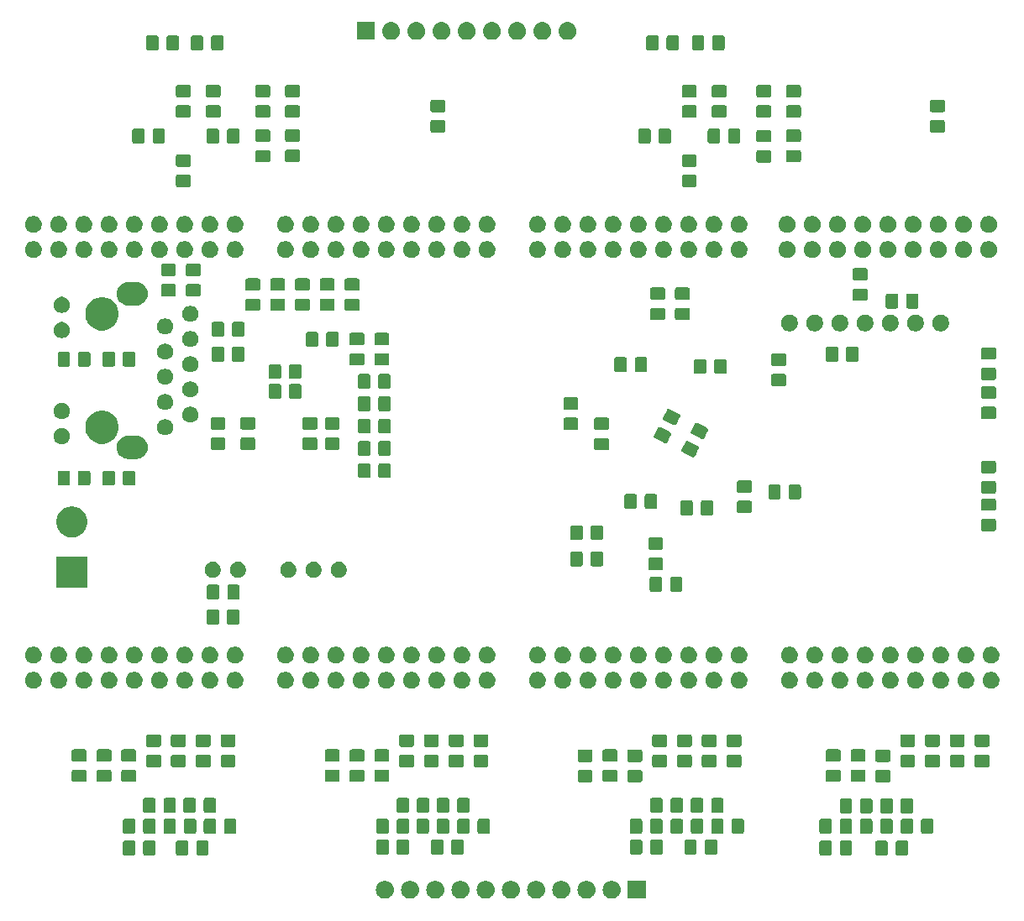
<source format=gbr>
G04 #@! TF.GenerationSoftware,KiCad,Pcbnew,5.0.2+dfsg1-1*
G04 #@! TF.CreationDate,2021-05-05T10:51:01+02:00*
G04 #@! TF.ProjectId,fpga_adda,66706761-5f61-4646-9461-2e6b69636164,rev?*
G04 #@! TF.SameCoordinates,Original*
G04 #@! TF.FileFunction,Soldermask,Bot*
G04 #@! TF.FilePolarity,Negative*
%FSLAX46Y46*%
G04 Gerber Fmt 4.6, Leading zero omitted, Abs format (unit mm)*
G04 Created by KiCad (PCBNEW 5.0.2+dfsg1-1) date Wed 05 May 2021 10:51:01 AM CEST*
%MOMM*%
%LPD*%
G01*
G04 APERTURE LIST*
%ADD10C,0.100000*%
G04 APERTURE END LIST*
D10*
G36*
X103201000Y-134901000D02*
X101399000Y-134901000D01*
X101399000Y-133099000D01*
X103201000Y-133099000D01*
X103201000Y-134901000D01*
X103201000Y-134901000D01*
G37*
G36*
X99870443Y-133105519D02*
X99936627Y-133112037D01*
X100049853Y-133146384D01*
X100106467Y-133163557D01*
X100245087Y-133237652D01*
X100262991Y-133247222D01*
X100298729Y-133276552D01*
X100400186Y-133359814D01*
X100483448Y-133461271D01*
X100512778Y-133497009D01*
X100512779Y-133497011D01*
X100596443Y-133653533D01*
X100596443Y-133653534D01*
X100647963Y-133823373D01*
X100665359Y-134000000D01*
X100647963Y-134176627D01*
X100613616Y-134289853D01*
X100596443Y-134346467D01*
X100522348Y-134485087D01*
X100512778Y-134502991D01*
X100483448Y-134538729D01*
X100400186Y-134640186D01*
X100298729Y-134723448D01*
X100262991Y-134752778D01*
X100262989Y-134752779D01*
X100106467Y-134836443D01*
X100049853Y-134853616D01*
X99936627Y-134887963D01*
X99870442Y-134894482D01*
X99804260Y-134901000D01*
X99715740Y-134901000D01*
X99649558Y-134894482D01*
X99583373Y-134887963D01*
X99470147Y-134853616D01*
X99413533Y-134836443D01*
X99257011Y-134752779D01*
X99257009Y-134752778D01*
X99221271Y-134723448D01*
X99119814Y-134640186D01*
X99036552Y-134538729D01*
X99007222Y-134502991D01*
X98997652Y-134485087D01*
X98923557Y-134346467D01*
X98906384Y-134289853D01*
X98872037Y-134176627D01*
X98854641Y-134000000D01*
X98872037Y-133823373D01*
X98923557Y-133653534D01*
X98923557Y-133653533D01*
X99007221Y-133497011D01*
X99007222Y-133497009D01*
X99036552Y-133461271D01*
X99119814Y-133359814D01*
X99221271Y-133276552D01*
X99257009Y-133247222D01*
X99274913Y-133237652D01*
X99413533Y-133163557D01*
X99470147Y-133146384D01*
X99583373Y-133112037D01*
X99649557Y-133105519D01*
X99715740Y-133099000D01*
X99804260Y-133099000D01*
X99870443Y-133105519D01*
X99870443Y-133105519D01*
G37*
G36*
X77010443Y-133105519D02*
X77076627Y-133112037D01*
X77189853Y-133146384D01*
X77246467Y-133163557D01*
X77385087Y-133237652D01*
X77402991Y-133247222D01*
X77438729Y-133276552D01*
X77540186Y-133359814D01*
X77623448Y-133461271D01*
X77652778Y-133497009D01*
X77652779Y-133497011D01*
X77736443Y-133653533D01*
X77736443Y-133653534D01*
X77787963Y-133823373D01*
X77805359Y-134000000D01*
X77787963Y-134176627D01*
X77753616Y-134289853D01*
X77736443Y-134346467D01*
X77662348Y-134485087D01*
X77652778Y-134502991D01*
X77623448Y-134538729D01*
X77540186Y-134640186D01*
X77438729Y-134723448D01*
X77402991Y-134752778D01*
X77402989Y-134752779D01*
X77246467Y-134836443D01*
X77189853Y-134853616D01*
X77076627Y-134887963D01*
X77010442Y-134894482D01*
X76944260Y-134901000D01*
X76855740Y-134901000D01*
X76789558Y-134894482D01*
X76723373Y-134887963D01*
X76610147Y-134853616D01*
X76553533Y-134836443D01*
X76397011Y-134752779D01*
X76397009Y-134752778D01*
X76361271Y-134723448D01*
X76259814Y-134640186D01*
X76176552Y-134538729D01*
X76147222Y-134502991D01*
X76137652Y-134485087D01*
X76063557Y-134346467D01*
X76046384Y-134289853D01*
X76012037Y-134176627D01*
X75994641Y-134000000D01*
X76012037Y-133823373D01*
X76063557Y-133653534D01*
X76063557Y-133653533D01*
X76147221Y-133497011D01*
X76147222Y-133497009D01*
X76176552Y-133461271D01*
X76259814Y-133359814D01*
X76361271Y-133276552D01*
X76397009Y-133247222D01*
X76414913Y-133237652D01*
X76553533Y-133163557D01*
X76610147Y-133146384D01*
X76723373Y-133112037D01*
X76789557Y-133105519D01*
X76855740Y-133099000D01*
X76944260Y-133099000D01*
X77010443Y-133105519D01*
X77010443Y-133105519D01*
G37*
G36*
X79550443Y-133105519D02*
X79616627Y-133112037D01*
X79729853Y-133146384D01*
X79786467Y-133163557D01*
X79925087Y-133237652D01*
X79942991Y-133247222D01*
X79978729Y-133276552D01*
X80080186Y-133359814D01*
X80163448Y-133461271D01*
X80192778Y-133497009D01*
X80192779Y-133497011D01*
X80276443Y-133653533D01*
X80276443Y-133653534D01*
X80327963Y-133823373D01*
X80345359Y-134000000D01*
X80327963Y-134176627D01*
X80293616Y-134289853D01*
X80276443Y-134346467D01*
X80202348Y-134485087D01*
X80192778Y-134502991D01*
X80163448Y-134538729D01*
X80080186Y-134640186D01*
X79978729Y-134723448D01*
X79942991Y-134752778D01*
X79942989Y-134752779D01*
X79786467Y-134836443D01*
X79729853Y-134853616D01*
X79616627Y-134887963D01*
X79550442Y-134894482D01*
X79484260Y-134901000D01*
X79395740Y-134901000D01*
X79329558Y-134894482D01*
X79263373Y-134887963D01*
X79150147Y-134853616D01*
X79093533Y-134836443D01*
X78937011Y-134752779D01*
X78937009Y-134752778D01*
X78901271Y-134723448D01*
X78799814Y-134640186D01*
X78716552Y-134538729D01*
X78687222Y-134502991D01*
X78677652Y-134485087D01*
X78603557Y-134346467D01*
X78586384Y-134289853D01*
X78552037Y-134176627D01*
X78534641Y-134000000D01*
X78552037Y-133823373D01*
X78603557Y-133653534D01*
X78603557Y-133653533D01*
X78687221Y-133497011D01*
X78687222Y-133497009D01*
X78716552Y-133461271D01*
X78799814Y-133359814D01*
X78901271Y-133276552D01*
X78937009Y-133247222D01*
X78954913Y-133237652D01*
X79093533Y-133163557D01*
X79150147Y-133146384D01*
X79263373Y-133112037D01*
X79329557Y-133105519D01*
X79395740Y-133099000D01*
X79484260Y-133099000D01*
X79550443Y-133105519D01*
X79550443Y-133105519D01*
G37*
G36*
X82090443Y-133105519D02*
X82156627Y-133112037D01*
X82269853Y-133146384D01*
X82326467Y-133163557D01*
X82465087Y-133237652D01*
X82482991Y-133247222D01*
X82518729Y-133276552D01*
X82620186Y-133359814D01*
X82703448Y-133461271D01*
X82732778Y-133497009D01*
X82732779Y-133497011D01*
X82816443Y-133653533D01*
X82816443Y-133653534D01*
X82867963Y-133823373D01*
X82885359Y-134000000D01*
X82867963Y-134176627D01*
X82833616Y-134289853D01*
X82816443Y-134346467D01*
X82742348Y-134485087D01*
X82732778Y-134502991D01*
X82703448Y-134538729D01*
X82620186Y-134640186D01*
X82518729Y-134723448D01*
X82482991Y-134752778D01*
X82482989Y-134752779D01*
X82326467Y-134836443D01*
X82269853Y-134853616D01*
X82156627Y-134887963D01*
X82090442Y-134894482D01*
X82024260Y-134901000D01*
X81935740Y-134901000D01*
X81869558Y-134894482D01*
X81803373Y-134887963D01*
X81690147Y-134853616D01*
X81633533Y-134836443D01*
X81477011Y-134752779D01*
X81477009Y-134752778D01*
X81441271Y-134723448D01*
X81339814Y-134640186D01*
X81256552Y-134538729D01*
X81227222Y-134502991D01*
X81217652Y-134485087D01*
X81143557Y-134346467D01*
X81126384Y-134289853D01*
X81092037Y-134176627D01*
X81074641Y-134000000D01*
X81092037Y-133823373D01*
X81143557Y-133653534D01*
X81143557Y-133653533D01*
X81227221Y-133497011D01*
X81227222Y-133497009D01*
X81256552Y-133461271D01*
X81339814Y-133359814D01*
X81441271Y-133276552D01*
X81477009Y-133247222D01*
X81494913Y-133237652D01*
X81633533Y-133163557D01*
X81690147Y-133146384D01*
X81803373Y-133112037D01*
X81869557Y-133105519D01*
X81935740Y-133099000D01*
X82024260Y-133099000D01*
X82090443Y-133105519D01*
X82090443Y-133105519D01*
G37*
G36*
X84630443Y-133105519D02*
X84696627Y-133112037D01*
X84809853Y-133146384D01*
X84866467Y-133163557D01*
X85005087Y-133237652D01*
X85022991Y-133247222D01*
X85058729Y-133276552D01*
X85160186Y-133359814D01*
X85243448Y-133461271D01*
X85272778Y-133497009D01*
X85272779Y-133497011D01*
X85356443Y-133653533D01*
X85356443Y-133653534D01*
X85407963Y-133823373D01*
X85425359Y-134000000D01*
X85407963Y-134176627D01*
X85373616Y-134289853D01*
X85356443Y-134346467D01*
X85282348Y-134485087D01*
X85272778Y-134502991D01*
X85243448Y-134538729D01*
X85160186Y-134640186D01*
X85058729Y-134723448D01*
X85022991Y-134752778D01*
X85022989Y-134752779D01*
X84866467Y-134836443D01*
X84809853Y-134853616D01*
X84696627Y-134887963D01*
X84630442Y-134894482D01*
X84564260Y-134901000D01*
X84475740Y-134901000D01*
X84409558Y-134894482D01*
X84343373Y-134887963D01*
X84230147Y-134853616D01*
X84173533Y-134836443D01*
X84017011Y-134752779D01*
X84017009Y-134752778D01*
X83981271Y-134723448D01*
X83879814Y-134640186D01*
X83796552Y-134538729D01*
X83767222Y-134502991D01*
X83757652Y-134485087D01*
X83683557Y-134346467D01*
X83666384Y-134289853D01*
X83632037Y-134176627D01*
X83614641Y-134000000D01*
X83632037Y-133823373D01*
X83683557Y-133653534D01*
X83683557Y-133653533D01*
X83767221Y-133497011D01*
X83767222Y-133497009D01*
X83796552Y-133461271D01*
X83879814Y-133359814D01*
X83981271Y-133276552D01*
X84017009Y-133247222D01*
X84034913Y-133237652D01*
X84173533Y-133163557D01*
X84230147Y-133146384D01*
X84343373Y-133112037D01*
X84409557Y-133105519D01*
X84475740Y-133099000D01*
X84564260Y-133099000D01*
X84630443Y-133105519D01*
X84630443Y-133105519D01*
G37*
G36*
X89710443Y-133105519D02*
X89776627Y-133112037D01*
X89889853Y-133146384D01*
X89946467Y-133163557D01*
X90085087Y-133237652D01*
X90102991Y-133247222D01*
X90138729Y-133276552D01*
X90240186Y-133359814D01*
X90323448Y-133461271D01*
X90352778Y-133497009D01*
X90352779Y-133497011D01*
X90436443Y-133653533D01*
X90436443Y-133653534D01*
X90487963Y-133823373D01*
X90505359Y-134000000D01*
X90487963Y-134176627D01*
X90453616Y-134289853D01*
X90436443Y-134346467D01*
X90362348Y-134485087D01*
X90352778Y-134502991D01*
X90323448Y-134538729D01*
X90240186Y-134640186D01*
X90138729Y-134723448D01*
X90102991Y-134752778D01*
X90102989Y-134752779D01*
X89946467Y-134836443D01*
X89889853Y-134853616D01*
X89776627Y-134887963D01*
X89710442Y-134894482D01*
X89644260Y-134901000D01*
X89555740Y-134901000D01*
X89489558Y-134894482D01*
X89423373Y-134887963D01*
X89310147Y-134853616D01*
X89253533Y-134836443D01*
X89097011Y-134752779D01*
X89097009Y-134752778D01*
X89061271Y-134723448D01*
X88959814Y-134640186D01*
X88876552Y-134538729D01*
X88847222Y-134502991D01*
X88837652Y-134485087D01*
X88763557Y-134346467D01*
X88746384Y-134289853D01*
X88712037Y-134176627D01*
X88694641Y-134000000D01*
X88712037Y-133823373D01*
X88763557Y-133653534D01*
X88763557Y-133653533D01*
X88847221Y-133497011D01*
X88847222Y-133497009D01*
X88876552Y-133461271D01*
X88959814Y-133359814D01*
X89061271Y-133276552D01*
X89097009Y-133247222D01*
X89114913Y-133237652D01*
X89253533Y-133163557D01*
X89310147Y-133146384D01*
X89423373Y-133112037D01*
X89489557Y-133105519D01*
X89555740Y-133099000D01*
X89644260Y-133099000D01*
X89710443Y-133105519D01*
X89710443Y-133105519D01*
G37*
G36*
X92250443Y-133105519D02*
X92316627Y-133112037D01*
X92429853Y-133146384D01*
X92486467Y-133163557D01*
X92625087Y-133237652D01*
X92642991Y-133247222D01*
X92678729Y-133276552D01*
X92780186Y-133359814D01*
X92863448Y-133461271D01*
X92892778Y-133497009D01*
X92892779Y-133497011D01*
X92976443Y-133653533D01*
X92976443Y-133653534D01*
X93027963Y-133823373D01*
X93045359Y-134000000D01*
X93027963Y-134176627D01*
X92993616Y-134289853D01*
X92976443Y-134346467D01*
X92902348Y-134485087D01*
X92892778Y-134502991D01*
X92863448Y-134538729D01*
X92780186Y-134640186D01*
X92678729Y-134723448D01*
X92642991Y-134752778D01*
X92642989Y-134752779D01*
X92486467Y-134836443D01*
X92429853Y-134853616D01*
X92316627Y-134887963D01*
X92250442Y-134894482D01*
X92184260Y-134901000D01*
X92095740Y-134901000D01*
X92029558Y-134894482D01*
X91963373Y-134887963D01*
X91850147Y-134853616D01*
X91793533Y-134836443D01*
X91637011Y-134752779D01*
X91637009Y-134752778D01*
X91601271Y-134723448D01*
X91499814Y-134640186D01*
X91416552Y-134538729D01*
X91387222Y-134502991D01*
X91377652Y-134485087D01*
X91303557Y-134346467D01*
X91286384Y-134289853D01*
X91252037Y-134176627D01*
X91234641Y-134000000D01*
X91252037Y-133823373D01*
X91303557Y-133653534D01*
X91303557Y-133653533D01*
X91387221Y-133497011D01*
X91387222Y-133497009D01*
X91416552Y-133461271D01*
X91499814Y-133359814D01*
X91601271Y-133276552D01*
X91637009Y-133247222D01*
X91654913Y-133237652D01*
X91793533Y-133163557D01*
X91850147Y-133146384D01*
X91963373Y-133112037D01*
X92029557Y-133105519D01*
X92095740Y-133099000D01*
X92184260Y-133099000D01*
X92250443Y-133105519D01*
X92250443Y-133105519D01*
G37*
G36*
X94790443Y-133105519D02*
X94856627Y-133112037D01*
X94969853Y-133146384D01*
X95026467Y-133163557D01*
X95165087Y-133237652D01*
X95182991Y-133247222D01*
X95218729Y-133276552D01*
X95320186Y-133359814D01*
X95403448Y-133461271D01*
X95432778Y-133497009D01*
X95432779Y-133497011D01*
X95516443Y-133653533D01*
X95516443Y-133653534D01*
X95567963Y-133823373D01*
X95585359Y-134000000D01*
X95567963Y-134176627D01*
X95533616Y-134289853D01*
X95516443Y-134346467D01*
X95442348Y-134485087D01*
X95432778Y-134502991D01*
X95403448Y-134538729D01*
X95320186Y-134640186D01*
X95218729Y-134723448D01*
X95182991Y-134752778D01*
X95182989Y-134752779D01*
X95026467Y-134836443D01*
X94969853Y-134853616D01*
X94856627Y-134887963D01*
X94790442Y-134894482D01*
X94724260Y-134901000D01*
X94635740Y-134901000D01*
X94569558Y-134894482D01*
X94503373Y-134887963D01*
X94390147Y-134853616D01*
X94333533Y-134836443D01*
X94177011Y-134752779D01*
X94177009Y-134752778D01*
X94141271Y-134723448D01*
X94039814Y-134640186D01*
X93956552Y-134538729D01*
X93927222Y-134502991D01*
X93917652Y-134485087D01*
X93843557Y-134346467D01*
X93826384Y-134289853D01*
X93792037Y-134176627D01*
X93774641Y-134000000D01*
X93792037Y-133823373D01*
X93843557Y-133653534D01*
X93843557Y-133653533D01*
X93927221Y-133497011D01*
X93927222Y-133497009D01*
X93956552Y-133461271D01*
X94039814Y-133359814D01*
X94141271Y-133276552D01*
X94177009Y-133247222D01*
X94194913Y-133237652D01*
X94333533Y-133163557D01*
X94390147Y-133146384D01*
X94503373Y-133112037D01*
X94569557Y-133105519D01*
X94635740Y-133099000D01*
X94724260Y-133099000D01*
X94790443Y-133105519D01*
X94790443Y-133105519D01*
G37*
G36*
X97330443Y-133105519D02*
X97396627Y-133112037D01*
X97509853Y-133146384D01*
X97566467Y-133163557D01*
X97705087Y-133237652D01*
X97722991Y-133247222D01*
X97758729Y-133276552D01*
X97860186Y-133359814D01*
X97943448Y-133461271D01*
X97972778Y-133497009D01*
X97972779Y-133497011D01*
X98056443Y-133653533D01*
X98056443Y-133653534D01*
X98107963Y-133823373D01*
X98125359Y-134000000D01*
X98107963Y-134176627D01*
X98073616Y-134289853D01*
X98056443Y-134346467D01*
X97982348Y-134485087D01*
X97972778Y-134502991D01*
X97943448Y-134538729D01*
X97860186Y-134640186D01*
X97758729Y-134723448D01*
X97722991Y-134752778D01*
X97722989Y-134752779D01*
X97566467Y-134836443D01*
X97509853Y-134853616D01*
X97396627Y-134887963D01*
X97330442Y-134894482D01*
X97264260Y-134901000D01*
X97175740Y-134901000D01*
X97109558Y-134894482D01*
X97043373Y-134887963D01*
X96930147Y-134853616D01*
X96873533Y-134836443D01*
X96717011Y-134752779D01*
X96717009Y-134752778D01*
X96681271Y-134723448D01*
X96579814Y-134640186D01*
X96496552Y-134538729D01*
X96467222Y-134502991D01*
X96457652Y-134485087D01*
X96383557Y-134346467D01*
X96366384Y-134289853D01*
X96332037Y-134176627D01*
X96314641Y-134000000D01*
X96332037Y-133823373D01*
X96383557Y-133653534D01*
X96383557Y-133653533D01*
X96467221Y-133497011D01*
X96467222Y-133497009D01*
X96496552Y-133461271D01*
X96579814Y-133359814D01*
X96681271Y-133276552D01*
X96717009Y-133247222D01*
X96734913Y-133237652D01*
X96873533Y-133163557D01*
X96930147Y-133146384D01*
X97043373Y-133112037D01*
X97109557Y-133105519D01*
X97175740Y-133099000D01*
X97264260Y-133099000D01*
X97330443Y-133105519D01*
X97330443Y-133105519D01*
G37*
G36*
X87170443Y-133105519D02*
X87236627Y-133112037D01*
X87349853Y-133146384D01*
X87406467Y-133163557D01*
X87545087Y-133237652D01*
X87562991Y-133247222D01*
X87598729Y-133276552D01*
X87700186Y-133359814D01*
X87783448Y-133461271D01*
X87812778Y-133497009D01*
X87812779Y-133497011D01*
X87896443Y-133653533D01*
X87896443Y-133653534D01*
X87947963Y-133823373D01*
X87965359Y-134000000D01*
X87947963Y-134176627D01*
X87913616Y-134289853D01*
X87896443Y-134346467D01*
X87822348Y-134485087D01*
X87812778Y-134502991D01*
X87783448Y-134538729D01*
X87700186Y-134640186D01*
X87598729Y-134723448D01*
X87562991Y-134752778D01*
X87562989Y-134752779D01*
X87406467Y-134836443D01*
X87349853Y-134853616D01*
X87236627Y-134887963D01*
X87170442Y-134894482D01*
X87104260Y-134901000D01*
X87015740Y-134901000D01*
X86949558Y-134894482D01*
X86883373Y-134887963D01*
X86770147Y-134853616D01*
X86713533Y-134836443D01*
X86557011Y-134752779D01*
X86557009Y-134752778D01*
X86521271Y-134723448D01*
X86419814Y-134640186D01*
X86336552Y-134538729D01*
X86307222Y-134502991D01*
X86297652Y-134485087D01*
X86223557Y-134346467D01*
X86206384Y-134289853D01*
X86172037Y-134176627D01*
X86154641Y-134000000D01*
X86172037Y-133823373D01*
X86223557Y-133653534D01*
X86223557Y-133653533D01*
X86307221Y-133497011D01*
X86307222Y-133497009D01*
X86336552Y-133461271D01*
X86419814Y-133359814D01*
X86521271Y-133276552D01*
X86557009Y-133247222D01*
X86574913Y-133237652D01*
X86713533Y-133163557D01*
X86770147Y-133146384D01*
X86883373Y-133112037D01*
X86949557Y-133105519D01*
X87015740Y-133099000D01*
X87104260Y-133099000D01*
X87170443Y-133105519D01*
X87170443Y-133105519D01*
G37*
G36*
X123838677Y-129053465D02*
X123876364Y-129064898D01*
X123911103Y-129083466D01*
X123941548Y-129108452D01*
X123966534Y-129138897D01*
X123985102Y-129173636D01*
X123996535Y-129211323D01*
X124001000Y-129256661D01*
X124001000Y-130343339D01*
X123996535Y-130388677D01*
X123985102Y-130426364D01*
X123966534Y-130461103D01*
X123941548Y-130491548D01*
X123911103Y-130516534D01*
X123876364Y-130535102D01*
X123838677Y-130546535D01*
X123793339Y-130551000D01*
X122956661Y-130551000D01*
X122911323Y-130546535D01*
X122873636Y-130535102D01*
X122838897Y-130516534D01*
X122808452Y-130491548D01*
X122783466Y-130461103D01*
X122764898Y-130426364D01*
X122753465Y-130388677D01*
X122749000Y-130343339D01*
X122749000Y-129256661D01*
X122753465Y-129211323D01*
X122764898Y-129173636D01*
X122783466Y-129138897D01*
X122808452Y-129108452D01*
X122838897Y-129083466D01*
X122873636Y-129064898D01*
X122911323Y-129053465D01*
X122956661Y-129049000D01*
X123793339Y-129049000D01*
X123838677Y-129053465D01*
X123838677Y-129053465D01*
G37*
G36*
X56938677Y-129053465D02*
X56976364Y-129064898D01*
X57011103Y-129083466D01*
X57041548Y-129108452D01*
X57066534Y-129138897D01*
X57085102Y-129173636D01*
X57096535Y-129211323D01*
X57101000Y-129256661D01*
X57101000Y-130343339D01*
X57096535Y-130388677D01*
X57085102Y-130426364D01*
X57066534Y-130461103D01*
X57041548Y-130491548D01*
X57011103Y-130516534D01*
X56976364Y-130535102D01*
X56938677Y-130546535D01*
X56893339Y-130551000D01*
X56056661Y-130551000D01*
X56011323Y-130546535D01*
X55973636Y-130535102D01*
X55938897Y-130516534D01*
X55908452Y-130491548D01*
X55883466Y-130461103D01*
X55864898Y-130426364D01*
X55853465Y-130388677D01*
X55849000Y-130343339D01*
X55849000Y-129256661D01*
X55853465Y-129211323D01*
X55864898Y-129173636D01*
X55883466Y-129138897D01*
X55908452Y-129108452D01*
X55938897Y-129083466D01*
X55973636Y-129064898D01*
X56011323Y-129053465D01*
X56056661Y-129049000D01*
X56893339Y-129049000D01*
X56938677Y-129053465D01*
X56938677Y-129053465D01*
G37*
G36*
X58988677Y-129053465D02*
X59026364Y-129064898D01*
X59061103Y-129083466D01*
X59091548Y-129108452D01*
X59116534Y-129138897D01*
X59135102Y-129173636D01*
X59146535Y-129211323D01*
X59151000Y-129256661D01*
X59151000Y-130343339D01*
X59146535Y-130388677D01*
X59135102Y-130426364D01*
X59116534Y-130461103D01*
X59091548Y-130491548D01*
X59061103Y-130516534D01*
X59026364Y-130535102D01*
X58988677Y-130546535D01*
X58943339Y-130551000D01*
X58106661Y-130551000D01*
X58061323Y-130546535D01*
X58023636Y-130535102D01*
X57988897Y-130516534D01*
X57958452Y-130491548D01*
X57933466Y-130461103D01*
X57914898Y-130426364D01*
X57903465Y-130388677D01*
X57899000Y-130343339D01*
X57899000Y-129256661D01*
X57903465Y-129211323D01*
X57914898Y-129173636D01*
X57933466Y-129138897D01*
X57958452Y-129108452D01*
X57988897Y-129083466D01*
X58023636Y-129064898D01*
X58061323Y-129053465D01*
X58106661Y-129049000D01*
X58943339Y-129049000D01*
X58988677Y-129053465D01*
X58988677Y-129053465D01*
G37*
G36*
X53638677Y-129053465D02*
X53676364Y-129064898D01*
X53711103Y-129083466D01*
X53741548Y-129108452D01*
X53766534Y-129138897D01*
X53785102Y-129173636D01*
X53796535Y-129211323D01*
X53801000Y-129256661D01*
X53801000Y-130343339D01*
X53796535Y-130388677D01*
X53785102Y-130426364D01*
X53766534Y-130461103D01*
X53741548Y-130491548D01*
X53711103Y-130516534D01*
X53676364Y-130535102D01*
X53638677Y-130546535D01*
X53593339Y-130551000D01*
X52756661Y-130551000D01*
X52711323Y-130546535D01*
X52673636Y-130535102D01*
X52638897Y-130516534D01*
X52608452Y-130491548D01*
X52583466Y-130461103D01*
X52564898Y-130426364D01*
X52553465Y-130388677D01*
X52549000Y-130343339D01*
X52549000Y-129256661D01*
X52553465Y-129211323D01*
X52564898Y-129173636D01*
X52583466Y-129138897D01*
X52608452Y-129108452D01*
X52638897Y-129083466D01*
X52673636Y-129064898D01*
X52711323Y-129053465D01*
X52756661Y-129049000D01*
X53593339Y-129049000D01*
X53638677Y-129053465D01*
X53638677Y-129053465D01*
G37*
G36*
X51588677Y-129053465D02*
X51626364Y-129064898D01*
X51661103Y-129083466D01*
X51691548Y-129108452D01*
X51716534Y-129138897D01*
X51735102Y-129173636D01*
X51746535Y-129211323D01*
X51751000Y-129256661D01*
X51751000Y-130343339D01*
X51746535Y-130388677D01*
X51735102Y-130426364D01*
X51716534Y-130461103D01*
X51691548Y-130491548D01*
X51661103Y-130516534D01*
X51626364Y-130535102D01*
X51588677Y-130546535D01*
X51543339Y-130551000D01*
X50706661Y-130551000D01*
X50661323Y-130546535D01*
X50623636Y-130535102D01*
X50588897Y-130516534D01*
X50558452Y-130491548D01*
X50533466Y-130461103D01*
X50514898Y-130426364D01*
X50503465Y-130388677D01*
X50499000Y-130343339D01*
X50499000Y-129256661D01*
X50503465Y-129211323D01*
X50514898Y-129173636D01*
X50533466Y-129138897D01*
X50558452Y-129108452D01*
X50588897Y-129083466D01*
X50623636Y-129064898D01*
X50661323Y-129053465D01*
X50706661Y-129049000D01*
X51543339Y-129049000D01*
X51588677Y-129053465D01*
X51588677Y-129053465D01*
G37*
G36*
X127438677Y-129053465D02*
X127476364Y-129064898D01*
X127511103Y-129083466D01*
X127541548Y-129108452D01*
X127566534Y-129138897D01*
X127585102Y-129173636D01*
X127596535Y-129211323D01*
X127601000Y-129256661D01*
X127601000Y-130343339D01*
X127596535Y-130388677D01*
X127585102Y-130426364D01*
X127566534Y-130461103D01*
X127541548Y-130491548D01*
X127511103Y-130516534D01*
X127476364Y-130535102D01*
X127438677Y-130546535D01*
X127393339Y-130551000D01*
X126556661Y-130551000D01*
X126511323Y-130546535D01*
X126473636Y-130535102D01*
X126438897Y-130516534D01*
X126408452Y-130491548D01*
X126383466Y-130461103D01*
X126364898Y-130426364D01*
X126353465Y-130388677D01*
X126349000Y-130343339D01*
X126349000Y-129256661D01*
X126353465Y-129211323D01*
X126364898Y-129173636D01*
X126383466Y-129138897D01*
X126408452Y-129108452D01*
X126438897Y-129083466D01*
X126473636Y-129064898D01*
X126511323Y-129053465D01*
X126556661Y-129049000D01*
X127393339Y-129049000D01*
X127438677Y-129053465D01*
X127438677Y-129053465D01*
G37*
G36*
X129488677Y-129053465D02*
X129526364Y-129064898D01*
X129561103Y-129083466D01*
X129591548Y-129108452D01*
X129616534Y-129138897D01*
X129635102Y-129173636D01*
X129646535Y-129211323D01*
X129651000Y-129256661D01*
X129651000Y-130343339D01*
X129646535Y-130388677D01*
X129635102Y-130426364D01*
X129616534Y-130461103D01*
X129591548Y-130491548D01*
X129561103Y-130516534D01*
X129526364Y-130535102D01*
X129488677Y-130546535D01*
X129443339Y-130551000D01*
X128606661Y-130551000D01*
X128561323Y-130546535D01*
X128523636Y-130535102D01*
X128488897Y-130516534D01*
X128458452Y-130491548D01*
X128433466Y-130461103D01*
X128414898Y-130426364D01*
X128403465Y-130388677D01*
X128399000Y-130343339D01*
X128399000Y-129256661D01*
X128403465Y-129211323D01*
X128414898Y-129173636D01*
X128433466Y-129138897D01*
X128458452Y-129108452D01*
X128488897Y-129083466D01*
X128523636Y-129064898D01*
X128561323Y-129053465D01*
X128606661Y-129049000D01*
X129443339Y-129049000D01*
X129488677Y-129053465D01*
X129488677Y-129053465D01*
G37*
G36*
X121788677Y-129053465D02*
X121826364Y-129064898D01*
X121861103Y-129083466D01*
X121891548Y-129108452D01*
X121916534Y-129138897D01*
X121935102Y-129173636D01*
X121946535Y-129211323D01*
X121951000Y-129256661D01*
X121951000Y-130343339D01*
X121946535Y-130388677D01*
X121935102Y-130426364D01*
X121916534Y-130461103D01*
X121891548Y-130491548D01*
X121861103Y-130516534D01*
X121826364Y-130535102D01*
X121788677Y-130546535D01*
X121743339Y-130551000D01*
X120906661Y-130551000D01*
X120861323Y-130546535D01*
X120823636Y-130535102D01*
X120788897Y-130516534D01*
X120758452Y-130491548D01*
X120733466Y-130461103D01*
X120714898Y-130426364D01*
X120703465Y-130388677D01*
X120699000Y-130343339D01*
X120699000Y-129256661D01*
X120703465Y-129211323D01*
X120714898Y-129173636D01*
X120733466Y-129138897D01*
X120758452Y-129108452D01*
X120788897Y-129083466D01*
X120823636Y-129064898D01*
X120861323Y-129053465D01*
X120906661Y-129049000D01*
X121743339Y-129049000D01*
X121788677Y-129053465D01*
X121788677Y-129053465D01*
G37*
G36*
X84688677Y-128953465D02*
X84726364Y-128964898D01*
X84761103Y-128983466D01*
X84791548Y-129008452D01*
X84816534Y-129038897D01*
X84835102Y-129073636D01*
X84846535Y-129111323D01*
X84851000Y-129156661D01*
X84851000Y-130243339D01*
X84846535Y-130288677D01*
X84835102Y-130326364D01*
X84816534Y-130361103D01*
X84791548Y-130391548D01*
X84761103Y-130416534D01*
X84726364Y-130435102D01*
X84688677Y-130446535D01*
X84643339Y-130451000D01*
X83806661Y-130451000D01*
X83761323Y-130446535D01*
X83723636Y-130435102D01*
X83688897Y-130416534D01*
X83658452Y-130391548D01*
X83633466Y-130361103D01*
X83614898Y-130326364D01*
X83603465Y-130288677D01*
X83599000Y-130243339D01*
X83599000Y-129156661D01*
X83603465Y-129111323D01*
X83614898Y-129073636D01*
X83633466Y-129038897D01*
X83658452Y-129008452D01*
X83688897Y-128983466D01*
X83723636Y-128964898D01*
X83761323Y-128953465D01*
X83806661Y-128949000D01*
X84643339Y-128949000D01*
X84688677Y-128953465D01*
X84688677Y-128953465D01*
G37*
G36*
X77138677Y-128953465D02*
X77176364Y-128964898D01*
X77211103Y-128983466D01*
X77241548Y-129008452D01*
X77266534Y-129038897D01*
X77285102Y-129073636D01*
X77296535Y-129111323D01*
X77301000Y-129156661D01*
X77301000Y-130243339D01*
X77296535Y-130288677D01*
X77285102Y-130326364D01*
X77266534Y-130361103D01*
X77241548Y-130391548D01*
X77211103Y-130416534D01*
X77176364Y-130435102D01*
X77138677Y-130446535D01*
X77093339Y-130451000D01*
X76256661Y-130451000D01*
X76211323Y-130446535D01*
X76173636Y-130435102D01*
X76138897Y-130416534D01*
X76108452Y-130391548D01*
X76083466Y-130361103D01*
X76064898Y-130326364D01*
X76053465Y-130288677D01*
X76049000Y-130243339D01*
X76049000Y-129156661D01*
X76053465Y-129111323D01*
X76064898Y-129073636D01*
X76083466Y-129038897D01*
X76108452Y-129008452D01*
X76138897Y-128983466D01*
X76173636Y-128964898D01*
X76211323Y-128953465D01*
X76256661Y-128949000D01*
X77093339Y-128949000D01*
X77138677Y-128953465D01*
X77138677Y-128953465D01*
G37*
G36*
X108188677Y-128953465D02*
X108226364Y-128964898D01*
X108261103Y-128983466D01*
X108291548Y-129008452D01*
X108316534Y-129038897D01*
X108335102Y-129073636D01*
X108346535Y-129111323D01*
X108351000Y-129156661D01*
X108351000Y-130243339D01*
X108346535Y-130288677D01*
X108335102Y-130326364D01*
X108316534Y-130361103D01*
X108291548Y-130391548D01*
X108261103Y-130416534D01*
X108226364Y-130435102D01*
X108188677Y-130446535D01*
X108143339Y-130451000D01*
X107306661Y-130451000D01*
X107261323Y-130446535D01*
X107223636Y-130435102D01*
X107188897Y-130416534D01*
X107158452Y-130391548D01*
X107133466Y-130361103D01*
X107114898Y-130326364D01*
X107103465Y-130288677D01*
X107099000Y-130243339D01*
X107099000Y-129156661D01*
X107103465Y-129111323D01*
X107114898Y-129073636D01*
X107133466Y-129038897D01*
X107158452Y-129008452D01*
X107188897Y-128983466D01*
X107223636Y-128964898D01*
X107261323Y-128953465D01*
X107306661Y-128949000D01*
X108143339Y-128949000D01*
X108188677Y-128953465D01*
X108188677Y-128953465D01*
G37*
G36*
X104738677Y-128953465D02*
X104776364Y-128964898D01*
X104811103Y-128983466D01*
X104841548Y-129008452D01*
X104866534Y-129038897D01*
X104885102Y-129073636D01*
X104896535Y-129111323D01*
X104901000Y-129156661D01*
X104901000Y-130243339D01*
X104896535Y-130288677D01*
X104885102Y-130326364D01*
X104866534Y-130361103D01*
X104841548Y-130391548D01*
X104811103Y-130416534D01*
X104776364Y-130435102D01*
X104738677Y-130446535D01*
X104693339Y-130451000D01*
X103856661Y-130451000D01*
X103811323Y-130446535D01*
X103773636Y-130435102D01*
X103738897Y-130416534D01*
X103708452Y-130391548D01*
X103683466Y-130361103D01*
X103664898Y-130326364D01*
X103653465Y-130288677D01*
X103649000Y-130243339D01*
X103649000Y-129156661D01*
X103653465Y-129111323D01*
X103664898Y-129073636D01*
X103683466Y-129038897D01*
X103708452Y-129008452D01*
X103738897Y-128983466D01*
X103773636Y-128964898D01*
X103811323Y-128953465D01*
X103856661Y-128949000D01*
X104693339Y-128949000D01*
X104738677Y-128953465D01*
X104738677Y-128953465D01*
G37*
G36*
X110238677Y-128953465D02*
X110276364Y-128964898D01*
X110311103Y-128983466D01*
X110341548Y-129008452D01*
X110366534Y-129038897D01*
X110385102Y-129073636D01*
X110396535Y-129111323D01*
X110401000Y-129156661D01*
X110401000Y-130243339D01*
X110396535Y-130288677D01*
X110385102Y-130326364D01*
X110366534Y-130361103D01*
X110341548Y-130391548D01*
X110311103Y-130416534D01*
X110276364Y-130435102D01*
X110238677Y-130446535D01*
X110193339Y-130451000D01*
X109356661Y-130451000D01*
X109311323Y-130446535D01*
X109273636Y-130435102D01*
X109238897Y-130416534D01*
X109208452Y-130391548D01*
X109183466Y-130361103D01*
X109164898Y-130326364D01*
X109153465Y-130288677D01*
X109149000Y-130243339D01*
X109149000Y-129156661D01*
X109153465Y-129111323D01*
X109164898Y-129073636D01*
X109183466Y-129038897D01*
X109208452Y-129008452D01*
X109238897Y-128983466D01*
X109273636Y-128964898D01*
X109311323Y-128953465D01*
X109356661Y-128949000D01*
X110193339Y-128949000D01*
X110238677Y-128953465D01*
X110238677Y-128953465D01*
G37*
G36*
X79188677Y-128953465D02*
X79226364Y-128964898D01*
X79261103Y-128983466D01*
X79291548Y-129008452D01*
X79316534Y-129038897D01*
X79335102Y-129073636D01*
X79346535Y-129111323D01*
X79351000Y-129156661D01*
X79351000Y-130243339D01*
X79346535Y-130288677D01*
X79335102Y-130326364D01*
X79316534Y-130361103D01*
X79291548Y-130391548D01*
X79261103Y-130416534D01*
X79226364Y-130435102D01*
X79188677Y-130446535D01*
X79143339Y-130451000D01*
X78306661Y-130451000D01*
X78261323Y-130446535D01*
X78223636Y-130435102D01*
X78188897Y-130416534D01*
X78158452Y-130391548D01*
X78133466Y-130361103D01*
X78114898Y-130326364D01*
X78103465Y-130288677D01*
X78099000Y-130243339D01*
X78099000Y-129156661D01*
X78103465Y-129111323D01*
X78114898Y-129073636D01*
X78133466Y-129038897D01*
X78158452Y-129008452D01*
X78188897Y-128983466D01*
X78223636Y-128964898D01*
X78261323Y-128953465D01*
X78306661Y-128949000D01*
X79143339Y-128949000D01*
X79188677Y-128953465D01*
X79188677Y-128953465D01*
G37*
G36*
X102688677Y-128953465D02*
X102726364Y-128964898D01*
X102761103Y-128983466D01*
X102791548Y-129008452D01*
X102816534Y-129038897D01*
X102835102Y-129073636D01*
X102846535Y-129111323D01*
X102851000Y-129156661D01*
X102851000Y-130243339D01*
X102846535Y-130288677D01*
X102835102Y-130326364D01*
X102816534Y-130361103D01*
X102791548Y-130391548D01*
X102761103Y-130416534D01*
X102726364Y-130435102D01*
X102688677Y-130446535D01*
X102643339Y-130451000D01*
X101806661Y-130451000D01*
X101761323Y-130446535D01*
X101723636Y-130435102D01*
X101688897Y-130416534D01*
X101658452Y-130391548D01*
X101633466Y-130361103D01*
X101614898Y-130326364D01*
X101603465Y-130288677D01*
X101599000Y-130243339D01*
X101599000Y-129156661D01*
X101603465Y-129111323D01*
X101614898Y-129073636D01*
X101633466Y-129038897D01*
X101658452Y-129008452D01*
X101688897Y-128983466D01*
X101723636Y-128964898D01*
X101761323Y-128953465D01*
X101806661Y-128949000D01*
X102643339Y-128949000D01*
X102688677Y-128953465D01*
X102688677Y-128953465D01*
G37*
G36*
X82638677Y-128953465D02*
X82676364Y-128964898D01*
X82711103Y-128983466D01*
X82741548Y-129008452D01*
X82766534Y-129038897D01*
X82785102Y-129073636D01*
X82796535Y-129111323D01*
X82801000Y-129156661D01*
X82801000Y-130243339D01*
X82796535Y-130288677D01*
X82785102Y-130326364D01*
X82766534Y-130361103D01*
X82741548Y-130391548D01*
X82711103Y-130416534D01*
X82676364Y-130435102D01*
X82638677Y-130446535D01*
X82593339Y-130451000D01*
X81756661Y-130451000D01*
X81711323Y-130446535D01*
X81673636Y-130435102D01*
X81638897Y-130416534D01*
X81608452Y-130391548D01*
X81583466Y-130361103D01*
X81564898Y-130326364D01*
X81553465Y-130288677D01*
X81549000Y-130243339D01*
X81549000Y-129156661D01*
X81553465Y-129111323D01*
X81564898Y-129073636D01*
X81583466Y-129038897D01*
X81608452Y-129008452D01*
X81638897Y-128983466D01*
X81673636Y-128964898D01*
X81711323Y-128953465D01*
X81756661Y-128949000D01*
X82593339Y-128949000D01*
X82638677Y-128953465D01*
X82638677Y-128953465D01*
G37*
G36*
X125888677Y-126853465D02*
X125926364Y-126864898D01*
X125961103Y-126883466D01*
X125991548Y-126908452D01*
X126016534Y-126938897D01*
X126035102Y-126973636D01*
X126046535Y-127011323D01*
X126051000Y-127056661D01*
X126051000Y-128143339D01*
X126046535Y-128188677D01*
X126035102Y-128226364D01*
X126016534Y-128261103D01*
X125991548Y-128291548D01*
X125961103Y-128316534D01*
X125926364Y-128335102D01*
X125888677Y-128346535D01*
X125843339Y-128351000D01*
X125006661Y-128351000D01*
X124961323Y-128346535D01*
X124923636Y-128335102D01*
X124888897Y-128316534D01*
X124858452Y-128291548D01*
X124833466Y-128261103D01*
X124814898Y-128226364D01*
X124803465Y-128188677D01*
X124799000Y-128143339D01*
X124799000Y-127056661D01*
X124803465Y-127011323D01*
X124814898Y-126973636D01*
X124833466Y-126938897D01*
X124858452Y-126908452D01*
X124888897Y-126883466D01*
X124923636Y-126864898D01*
X124961323Y-126853465D01*
X125006661Y-126849000D01*
X125843339Y-126849000D01*
X125888677Y-126853465D01*
X125888677Y-126853465D01*
G37*
G36*
X59738677Y-126853465D02*
X59776364Y-126864898D01*
X59811103Y-126883466D01*
X59841548Y-126908452D01*
X59866534Y-126938897D01*
X59885102Y-126973636D01*
X59896535Y-127011323D01*
X59901000Y-127056661D01*
X59901000Y-128143339D01*
X59896535Y-128188677D01*
X59885102Y-128226364D01*
X59866534Y-128261103D01*
X59841548Y-128291548D01*
X59811103Y-128316534D01*
X59776364Y-128335102D01*
X59738677Y-128346535D01*
X59693339Y-128351000D01*
X58856661Y-128351000D01*
X58811323Y-128346535D01*
X58773636Y-128335102D01*
X58738897Y-128316534D01*
X58708452Y-128291548D01*
X58683466Y-128261103D01*
X58664898Y-128226364D01*
X58653465Y-128188677D01*
X58649000Y-128143339D01*
X58649000Y-127056661D01*
X58653465Y-127011323D01*
X58664898Y-126973636D01*
X58683466Y-126938897D01*
X58708452Y-126908452D01*
X58738897Y-126883466D01*
X58773636Y-126864898D01*
X58811323Y-126853465D01*
X58856661Y-126849000D01*
X59693339Y-126849000D01*
X59738677Y-126853465D01*
X59738677Y-126853465D01*
G37*
G36*
X55688677Y-126853465D02*
X55726364Y-126864898D01*
X55761103Y-126883466D01*
X55791548Y-126908452D01*
X55816534Y-126938897D01*
X55835102Y-126973636D01*
X55846535Y-127011323D01*
X55851000Y-127056661D01*
X55851000Y-128143339D01*
X55846535Y-128188677D01*
X55835102Y-128226364D01*
X55816534Y-128261103D01*
X55791548Y-128291548D01*
X55761103Y-128316534D01*
X55726364Y-128335102D01*
X55688677Y-128346535D01*
X55643339Y-128351000D01*
X54806661Y-128351000D01*
X54761323Y-128346535D01*
X54723636Y-128335102D01*
X54688897Y-128316534D01*
X54658452Y-128291548D01*
X54633466Y-128261103D01*
X54614898Y-128226364D01*
X54603465Y-128188677D01*
X54599000Y-128143339D01*
X54599000Y-127056661D01*
X54603465Y-127011323D01*
X54614898Y-126973636D01*
X54633466Y-126938897D01*
X54658452Y-126908452D01*
X54688897Y-126883466D01*
X54723636Y-126864898D01*
X54761323Y-126853465D01*
X54806661Y-126849000D01*
X55643339Y-126849000D01*
X55688677Y-126853465D01*
X55688677Y-126853465D01*
G37*
G36*
X61788677Y-126853465D02*
X61826364Y-126864898D01*
X61861103Y-126883466D01*
X61891548Y-126908452D01*
X61916534Y-126938897D01*
X61935102Y-126973636D01*
X61946535Y-127011323D01*
X61951000Y-127056661D01*
X61951000Y-128143339D01*
X61946535Y-128188677D01*
X61935102Y-128226364D01*
X61916534Y-128261103D01*
X61891548Y-128291548D01*
X61861103Y-128316534D01*
X61826364Y-128335102D01*
X61788677Y-128346535D01*
X61743339Y-128351000D01*
X60906661Y-128351000D01*
X60861323Y-128346535D01*
X60823636Y-128335102D01*
X60788897Y-128316534D01*
X60758452Y-128291548D01*
X60733466Y-128261103D01*
X60714898Y-128226364D01*
X60703465Y-128188677D01*
X60699000Y-128143339D01*
X60699000Y-127056661D01*
X60703465Y-127011323D01*
X60714898Y-126973636D01*
X60733466Y-126938897D01*
X60758452Y-126908452D01*
X60788897Y-126883466D01*
X60823636Y-126864898D01*
X60861323Y-126853465D01*
X60906661Y-126849000D01*
X61743339Y-126849000D01*
X61788677Y-126853465D01*
X61788677Y-126853465D01*
G37*
G36*
X77138677Y-126853465D02*
X77176364Y-126864898D01*
X77211103Y-126883466D01*
X77241548Y-126908452D01*
X77266534Y-126938897D01*
X77285102Y-126973636D01*
X77296535Y-127011323D01*
X77301000Y-127056661D01*
X77301000Y-128143339D01*
X77296535Y-128188677D01*
X77285102Y-128226364D01*
X77266534Y-128261103D01*
X77241548Y-128291548D01*
X77211103Y-128316534D01*
X77176364Y-128335102D01*
X77138677Y-128346535D01*
X77093339Y-128351000D01*
X76256661Y-128351000D01*
X76211323Y-128346535D01*
X76173636Y-128335102D01*
X76138897Y-128316534D01*
X76108452Y-128291548D01*
X76083466Y-128261103D01*
X76064898Y-128226364D01*
X76053465Y-128188677D01*
X76049000Y-128143339D01*
X76049000Y-127056661D01*
X76053465Y-127011323D01*
X76064898Y-126973636D01*
X76083466Y-126938897D01*
X76108452Y-126908452D01*
X76138897Y-126883466D01*
X76173636Y-126864898D01*
X76211323Y-126853465D01*
X76256661Y-126849000D01*
X77093339Y-126849000D01*
X77138677Y-126853465D01*
X77138677Y-126853465D01*
G37*
G36*
X79188677Y-126853465D02*
X79226364Y-126864898D01*
X79261103Y-126883466D01*
X79291548Y-126908452D01*
X79316534Y-126938897D01*
X79335102Y-126973636D01*
X79346535Y-127011323D01*
X79351000Y-127056661D01*
X79351000Y-128143339D01*
X79346535Y-128188677D01*
X79335102Y-128226364D01*
X79316534Y-128261103D01*
X79291548Y-128291548D01*
X79261103Y-128316534D01*
X79226364Y-128335102D01*
X79188677Y-128346535D01*
X79143339Y-128351000D01*
X78306661Y-128351000D01*
X78261323Y-128346535D01*
X78223636Y-128335102D01*
X78188897Y-128316534D01*
X78158452Y-128291548D01*
X78133466Y-128261103D01*
X78114898Y-128226364D01*
X78103465Y-128188677D01*
X78099000Y-128143339D01*
X78099000Y-127056661D01*
X78103465Y-127011323D01*
X78114898Y-126973636D01*
X78133466Y-126938897D01*
X78158452Y-126908452D01*
X78188897Y-126883466D01*
X78223636Y-126864898D01*
X78261323Y-126853465D01*
X78306661Y-126849000D01*
X79143339Y-126849000D01*
X79188677Y-126853465D01*
X79188677Y-126853465D01*
G37*
G36*
X81188677Y-126853465D02*
X81226364Y-126864898D01*
X81261103Y-126883466D01*
X81291548Y-126908452D01*
X81316534Y-126938897D01*
X81335102Y-126973636D01*
X81346535Y-127011323D01*
X81351000Y-127056661D01*
X81351000Y-128143339D01*
X81346535Y-128188677D01*
X81335102Y-128226364D01*
X81316534Y-128261103D01*
X81291548Y-128291548D01*
X81261103Y-128316534D01*
X81226364Y-128335102D01*
X81188677Y-128346535D01*
X81143339Y-128351000D01*
X80306661Y-128351000D01*
X80261323Y-128346535D01*
X80223636Y-128335102D01*
X80188897Y-128316534D01*
X80158452Y-128291548D01*
X80133466Y-128261103D01*
X80114898Y-128226364D01*
X80103465Y-128188677D01*
X80099000Y-128143339D01*
X80099000Y-127056661D01*
X80103465Y-127011323D01*
X80114898Y-126973636D01*
X80133466Y-126938897D01*
X80158452Y-126908452D01*
X80188897Y-126883466D01*
X80223636Y-126864898D01*
X80261323Y-126853465D01*
X80306661Y-126849000D01*
X81143339Y-126849000D01*
X81188677Y-126853465D01*
X81188677Y-126853465D01*
G37*
G36*
X83238677Y-126853465D02*
X83276364Y-126864898D01*
X83311103Y-126883466D01*
X83341548Y-126908452D01*
X83366534Y-126938897D01*
X83385102Y-126973636D01*
X83396535Y-127011323D01*
X83401000Y-127056661D01*
X83401000Y-128143339D01*
X83396535Y-128188677D01*
X83385102Y-128226364D01*
X83366534Y-128261103D01*
X83341548Y-128291548D01*
X83311103Y-128316534D01*
X83276364Y-128335102D01*
X83238677Y-128346535D01*
X83193339Y-128351000D01*
X82356661Y-128351000D01*
X82311323Y-128346535D01*
X82273636Y-128335102D01*
X82238897Y-128316534D01*
X82208452Y-128291548D01*
X82183466Y-128261103D01*
X82164898Y-128226364D01*
X82153465Y-128188677D01*
X82149000Y-128143339D01*
X82149000Y-127056661D01*
X82153465Y-127011323D01*
X82164898Y-126973636D01*
X82183466Y-126938897D01*
X82208452Y-126908452D01*
X82238897Y-126883466D01*
X82273636Y-126864898D01*
X82311323Y-126853465D01*
X82356661Y-126849000D01*
X83193339Y-126849000D01*
X83238677Y-126853465D01*
X83238677Y-126853465D01*
G37*
G36*
X85288677Y-126853465D02*
X85326364Y-126864898D01*
X85361103Y-126883466D01*
X85391548Y-126908452D01*
X85416534Y-126938897D01*
X85435102Y-126973636D01*
X85446535Y-127011323D01*
X85451000Y-127056661D01*
X85451000Y-128143339D01*
X85446535Y-128188677D01*
X85435102Y-128226364D01*
X85416534Y-128261103D01*
X85391548Y-128291548D01*
X85361103Y-128316534D01*
X85326364Y-128335102D01*
X85288677Y-128346535D01*
X85243339Y-128351000D01*
X84406661Y-128351000D01*
X84361323Y-128346535D01*
X84323636Y-128335102D01*
X84288897Y-128316534D01*
X84258452Y-128291548D01*
X84233466Y-128261103D01*
X84214898Y-128226364D01*
X84203465Y-128188677D01*
X84199000Y-128143339D01*
X84199000Y-127056661D01*
X84203465Y-127011323D01*
X84214898Y-126973636D01*
X84233466Y-126938897D01*
X84258452Y-126908452D01*
X84288897Y-126883466D01*
X84323636Y-126864898D01*
X84361323Y-126853465D01*
X84406661Y-126849000D01*
X85243339Y-126849000D01*
X85288677Y-126853465D01*
X85288677Y-126853465D01*
G37*
G36*
X87338677Y-126853465D02*
X87376364Y-126864898D01*
X87411103Y-126883466D01*
X87441548Y-126908452D01*
X87466534Y-126938897D01*
X87485102Y-126973636D01*
X87496535Y-127011323D01*
X87501000Y-127056661D01*
X87501000Y-128143339D01*
X87496535Y-128188677D01*
X87485102Y-128226364D01*
X87466534Y-128261103D01*
X87441548Y-128291548D01*
X87411103Y-128316534D01*
X87376364Y-128335102D01*
X87338677Y-128346535D01*
X87293339Y-128351000D01*
X86456661Y-128351000D01*
X86411323Y-128346535D01*
X86373636Y-128335102D01*
X86338897Y-128316534D01*
X86308452Y-128291548D01*
X86283466Y-128261103D01*
X86264898Y-128226364D01*
X86253465Y-128188677D01*
X86249000Y-128143339D01*
X86249000Y-127056661D01*
X86253465Y-127011323D01*
X86264898Y-126973636D01*
X86283466Y-126938897D01*
X86308452Y-126908452D01*
X86338897Y-126883466D01*
X86373636Y-126864898D01*
X86411323Y-126853465D01*
X86456661Y-126849000D01*
X87293339Y-126849000D01*
X87338677Y-126853465D01*
X87338677Y-126853465D01*
G37*
G36*
X102688677Y-126853465D02*
X102726364Y-126864898D01*
X102761103Y-126883466D01*
X102791548Y-126908452D01*
X102816534Y-126938897D01*
X102835102Y-126973636D01*
X102846535Y-127011323D01*
X102851000Y-127056661D01*
X102851000Y-128143339D01*
X102846535Y-128188677D01*
X102835102Y-128226364D01*
X102816534Y-128261103D01*
X102791548Y-128291548D01*
X102761103Y-128316534D01*
X102726364Y-128335102D01*
X102688677Y-128346535D01*
X102643339Y-128351000D01*
X101806661Y-128351000D01*
X101761323Y-128346535D01*
X101723636Y-128335102D01*
X101688897Y-128316534D01*
X101658452Y-128291548D01*
X101633466Y-128261103D01*
X101614898Y-128226364D01*
X101603465Y-128188677D01*
X101599000Y-128143339D01*
X101599000Y-127056661D01*
X101603465Y-127011323D01*
X101614898Y-126973636D01*
X101633466Y-126938897D01*
X101658452Y-126908452D01*
X101688897Y-126883466D01*
X101723636Y-126864898D01*
X101761323Y-126853465D01*
X101806661Y-126849000D01*
X102643339Y-126849000D01*
X102688677Y-126853465D01*
X102688677Y-126853465D01*
G37*
G36*
X104738677Y-126853465D02*
X104776364Y-126864898D01*
X104811103Y-126883466D01*
X104841548Y-126908452D01*
X104866534Y-126938897D01*
X104885102Y-126973636D01*
X104896535Y-127011323D01*
X104901000Y-127056661D01*
X104901000Y-128143339D01*
X104896535Y-128188677D01*
X104885102Y-128226364D01*
X104866534Y-128261103D01*
X104841548Y-128291548D01*
X104811103Y-128316534D01*
X104776364Y-128335102D01*
X104738677Y-128346535D01*
X104693339Y-128351000D01*
X103856661Y-128351000D01*
X103811323Y-128346535D01*
X103773636Y-128335102D01*
X103738897Y-128316534D01*
X103708452Y-128291548D01*
X103683466Y-128261103D01*
X103664898Y-128226364D01*
X103653465Y-128188677D01*
X103649000Y-128143339D01*
X103649000Y-127056661D01*
X103653465Y-127011323D01*
X103664898Y-126973636D01*
X103683466Y-126938897D01*
X103708452Y-126908452D01*
X103738897Y-126883466D01*
X103773636Y-126864898D01*
X103811323Y-126853465D01*
X103856661Y-126849000D01*
X104693339Y-126849000D01*
X104738677Y-126853465D01*
X104738677Y-126853465D01*
G37*
G36*
X53638677Y-126853465D02*
X53676364Y-126864898D01*
X53711103Y-126883466D01*
X53741548Y-126908452D01*
X53766534Y-126938897D01*
X53785102Y-126973636D01*
X53796535Y-127011323D01*
X53801000Y-127056661D01*
X53801000Y-128143339D01*
X53796535Y-128188677D01*
X53785102Y-128226364D01*
X53766534Y-128261103D01*
X53741548Y-128291548D01*
X53711103Y-128316534D01*
X53676364Y-128335102D01*
X53638677Y-128346535D01*
X53593339Y-128351000D01*
X52756661Y-128351000D01*
X52711323Y-128346535D01*
X52673636Y-128335102D01*
X52638897Y-128316534D01*
X52608452Y-128291548D01*
X52583466Y-128261103D01*
X52564898Y-128226364D01*
X52553465Y-128188677D01*
X52549000Y-128143339D01*
X52549000Y-127056661D01*
X52553465Y-127011323D01*
X52564898Y-126973636D01*
X52583466Y-126938897D01*
X52608452Y-126908452D01*
X52638897Y-126883466D01*
X52673636Y-126864898D01*
X52711323Y-126853465D01*
X52756661Y-126849000D01*
X53593339Y-126849000D01*
X53638677Y-126853465D01*
X53638677Y-126853465D01*
G37*
G36*
X108838677Y-126853465D02*
X108876364Y-126864898D01*
X108911103Y-126883466D01*
X108941548Y-126908452D01*
X108966534Y-126938897D01*
X108985102Y-126973636D01*
X108996535Y-127011323D01*
X109001000Y-127056661D01*
X109001000Y-128143339D01*
X108996535Y-128188677D01*
X108985102Y-128226364D01*
X108966534Y-128261103D01*
X108941548Y-128291548D01*
X108911103Y-128316534D01*
X108876364Y-128335102D01*
X108838677Y-128346535D01*
X108793339Y-128351000D01*
X107956661Y-128351000D01*
X107911323Y-128346535D01*
X107873636Y-128335102D01*
X107838897Y-128316534D01*
X107808452Y-128291548D01*
X107783466Y-128261103D01*
X107764898Y-128226364D01*
X107753465Y-128188677D01*
X107749000Y-128143339D01*
X107749000Y-127056661D01*
X107753465Y-127011323D01*
X107764898Y-126973636D01*
X107783466Y-126938897D01*
X107808452Y-126908452D01*
X107838897Y-126883466D01*
X107873636Y-126864898D01*
X107911323Y-126853465D01*
X107956661Y-126849000D01*
X108793339Y-126849000D01*
X108838677Y-126853465D01*
X108838677Y-126853465D01*
G37*
G36*
X51588677Y-126853465D02*
X51626364Y-126864898D01*
X51661103Y-126883466D01*
X51691548Y-126908452D01*
X51716534Y-126938897D01*
X51735102Y-126973636D01*
X51746535Y-127011323D01*
X51751000Y-127056661D01*
X51751000Y-128143339D01*
X51746535Y-128188677D01*
X51735102Y-128226364D01*
X51716534Y-128261103D01*
X51691548Y-128291548D01*
X51661103Y-128316534D01*
X51626364Y-128335102D01*
X51588677Y-128346535D01*
X51543339Y-128351000D01*
X50706661Y-128351000D01*
X50661323Y-128346535D01*
X50623636Y-128335102D01*
X50588897Y-128316534D01*
X50558452Y-128291548D01*
X50533466Y-128261103D01*
X50514898Y-128226364D01*
X50503465Y-128188677D01*
X50499000Y-128143339D01*
X50499000Y-127056661D01*
X50503465Y-127011323D01*
X50514898Y-126973636D01*
X50533466Y-126938897D01*
X50558452Y-126908452D01*
X50588897Y-126883466D01*
X50623636Y-126864898D01*
X50661323Y-126853465D01*
X50706661Y-126849000D01*
X51543339Y-126849000D01*
X51588677Y-126853465D01*
X51588677Y-126853465D01*
G37*
G36*
X57738677Y-126853465D02*
X57776364Y-126864898D01*
X57811103Y-126883466D01*
X57841548Y-126908452D01*
X57866534Y-126938897D01*
X57885102Y-126973636D01*
X57896535Y-127011323D01*
X57901000Y-127056661D01*
X57901000Y-128143339D01*
X57896535Y-128188677D01*
X57885102Y-128226364D01*
X57866534Y-128261103D01*
X57841548Y-128291548D01*
X57811103Y-128316534D01*
X57776364Y-128335102D01*
X57738677Y-128346535D01*
X57693339Y-128351000D01*
X56856661Y-128351000D01*
X56811323Y-128346535D01*
X56773636Y-128335102D01*
X56738897Y-128316534D01*
X56708452Y-128291548D01*
X56683466Y-128261103D01*
X56664898Y-128226364D01*
X56653465Y-128188677D01*
X56649000Y-128143339D01*
X56649000Y-127056661D01*
X56653465Y-127011323D01*
X56664898Y-126973636D01*
X56683466Y-126938897D01*
X56708452Y-126908452D01*
X56738897Y-126883466D01*
X56773636Y-126864898D01*
X56811323Y-126853465D01*
X56856661Y-126849000D01*
X57693339Y-126849000D01*
X57738677Y-126853465D01*
X57738677Y-126853465D01*
G37*
G36*
X132038677Y-126853465D02*
X132076364Y-126864898D01*
X132111103Y-126883466D01*
X132141548Y-126908452D01*
X132166534Y-126938897D01*
X132185102Y-126973636D01*
X132196535Y-127011323D01*
X132201000Y-127056661D01*
X132201000Y-128143339D01*
X132196535Y-128188677D01*
X132185102Y-128226364D01*
X132166534Y-128261103D01*
X132141548Y-128291548D01*
X132111103Y-128316534D01*
X132076364Y-128335102D01*
X132038677Y-128346535D01*
X131993339Y-128351000D01*
X131156661Y-128351000D01*
X131111323Y-128346535D01*
X131073636Y-128335102D01*
X131038897Y-128316534D01*
X131008452Y-128291548D01*
X130983466Y-128261103D01*
X130964898Y-128226364D01*
X130953465Y-128188677D01*
X130949000Y-128143339D01*
X130949000Y-127056661D01*
X130953465Y-127011323D01*
X130964898Y-126973636D01*
X130983466Y-126938897D01*
X131008452Y-126908452D01*
X131038897Y-126883466D01*
X131073636Y-126864898D01*
X131111323Y-126853465D01*
X131156661Y-126849000D01*
X131993339Y-126849000D01*
X132038677Y-126853465D01*
X132038677Y-126853465D01*
G37*
G36*
X129988677Y-126853465D02*
X130026364Y-126864898D01*
X130061103Y-126883466D01*
X130091548Y-126908452D01*
X130116534Y-126938897D01*
X130135102Y-126973636D01*
X130146535Y-127011323D01*
X130151000Y-127056661D01*
X130151000Y-128143339D01*
X130146535Y-128188677D01*
X130135102Y-128226364D01*
X130116534Y-128261103D01*
X130091548Y-128291548D01*
X130061103Y-128316534D01*
X130026364Y-128335102D01*
X129988677Y-128346535D01*
X129943339Y-128351000D01*
X129106661Y-128351000D01*
X129061323Y-128346535D01*
X129023636Y-128335102D01*
X128988897Y-128316534D01*
X128958452Y-128291548D01*
X128933466Y-128261103D01*
X128914898Y-128226364D01*
X128903465Y-128188677D01*
X128899000Y-128143339D01*
X128899000Y-127056661D01*
X128903465Y-127011323D01*
X128914898Y-126973636D01*
X128933466Y-126938897D01*
X128958452Y-126908452D01*
X128988897Y-126883466D01*
X129023636Y-126864898D01*
X129061323Y-126853465D01*
X129106661Y-126849000D01*
X129943339Y-126849000D01*
X129988677Y-126853465D01*
X129988677Y-126853465D01*
G37*
G36*
X127938677Y-126853465D02*
X127976364Y-126864898D01*
X128011103Y-126883466D01*
X128041548Y-126908452D01*
X128066534Y-126938897D01*
X128085102Y-126973636D01*
X128096535Y-127011323D01*
X128101000Y-127056661D01*
X128101000Y-128143339D01*
X128096535Y-128188677D01*
X128085102Y-128226364D01*
X128066534Y-128261103D01*
X128041548Y-128291548D01*
X128011103Y-128316534D01*
X127976364Y-128335102D01*
X127938677Y-128346535D01*
X127893339Y-128351000D01*
X127056661Y-128351000D01*
X127011323Y-128346535D01*
X126973636Y-128335102D01*
X126938897Y-128316534D01*
X126908452Y-128291548D01*
X126883466Y-128261103D01*
X126864898Y-128226364D01*
X126853465Y-128188677D01*
X126849000Y-128143339D01*
X126849000Y-127056661D01*
X126853465Y-127011323D01*
X126864898Y-126973636D01*
X126883466Y-126938897D01*
X126908452Y-126908452D01*
X126938897Y-126883466D01*
X126973636Y-126864898D01*
X127011323Y-126853465D01*
X127056661Y-126849000D01*
X127893339Y-126849000D01*
X127938677Y-126853465D01*
X127938677Y-126853465D01*
G37*
G36*
X123838677Y-126853465D02*
X123876364Y-126864898D01*
X123911103Y-126883466D01*
X123941548Y-126908452D01*
X123966534Y-126938897D01*
X123985102Y-126973636D01*
X123996535Y-127011323D01*
X124001000Y-127056661D01*
X124001000Y-128143339D01*
X123996535Y-128188677D01*
X123985102Y-128226364D01*
X123966534Y-128261103D01*
X123941548Y-128291548D01*
X123911103Y-128316534D01*
X123876364Y-128335102D01*
X123838677Y-128346535D01*
X123793339Y-128351000D01*
X122956661Y-128351000D01*
X122911323Y-128346535D01*
X122873636Y-128335102D01*
X122838897Y-128316534D01*
X122808452Y-128291548D01*
X122783466Y-128261103D01*
X122764898Y-128226364D01*
X122753465Y-128188677D01*
X122749000Y-128143339D01*
X122749000Y-127056661D01*
X122753465Y-127011323D01*
X122764898Y-126973636D01*
X122783466Y-126938897D01*
X122808452Y-126908452D01*
X122838897Y-126883466D01*
X122873636Y-126864898D01*
X122911323Y-126853465D01*
X122956661Y-126849000D01*
X123793339Y-126849000D01*
X123838677Y-126853465D01*
X123838677Y-126853465D01*
G37*
G36*
X121788677Y-126853465D02*
X121826364Y-126864898D01*
X121861103Y-126883466D01*
X121891548Y-126908452D01*
X121916534Y-126938897D01*
X121935102Y-126973636D01*
X121946535Y-127011323D01*
X121951000Y-127056661D01*
X121951000Y-128143339D01*
X121946535Y-128188677D01*
X121935102Y-128226364D01*
X121916534Y-128261103D01*
X121891548Y-128291548D01*
X121861103Y-128316534D01*
X121826364Y-128335102D01*
X121788677Y-128346535D01*
X121743339Y-128351000D01*
X120906661Y-128351000D01*
X120861323Y-128346535D01*
X120823636Y-128335102D01*
X120788897Y-128316534D01*
X120758452Y-128291548D01*
X120733466Y-128261103D01*
X120714898Y-128226364D01*
X120703465Y-128188677D01*
X120699000Y-128143339D01*
X120699000Y-127056661D01*
X120703465Y-127011323D01*
X120714898Y-126973636D01*
X120733466Y-126938897D01*
X120758452Y-126908452D01*
X120788897Y-126883466D01*
X120823636Y-126864898D01*
X120861323Y-126853465D01*
X120906661Y-126849000D01*
X121743339Y-126849000D01*
X121788677Y-126853465D01*
X121788677Y-126853465D01*
G37*
G36*
X112938677Y-126853465D02*
X112976364Y-126864898D01*
X113011103Y-126883466D01*
X113041548Y-126908452D01*
X113066534Y-126938897D01*
X113085102Y-126973636D01*
X113096535Y-127011323D01*
X113101000Y-127056661D01*
X113101000Y-128143339D01*
X113096535Y-128188677D01*
X113085102Y-128226364D01*
X113066534Y-128261103D01*
X113041548Y-128291548D01*
X113011103Y-128316534D01*
X112976364Y-128335102D01*
X112938677Y-128346535D01*
X112893339Y-128351000D01*
X112056661Y-128351000D01*
X112011323Y-128346535D01*
X111973636Y-128335102D01*
X111938897Y-128316534D01*
X111908452Y-128291548D01*
X111883466Y-128261103D01*
X111864898Y-128226364D01*
X111853465Y-128188677D01*
X111849000Y-128143339D01*
X111849000Y-127056661D01*
X111853465Y-127011323D01*
X111864898Y-126973636D01*
X111883466Y-126938897D01*
X111908452Y-126908452D01*
X111938897Y-126883466D01*
X111973636Y-126864898D01*
X112011323Y-126853465D01*
X112056661Y-126849000D01*
X112893339Y-126849000D01*
X112938677Y-126853465D01*
X112938677Y-126853465D01*
G37*
G36*
X110888677Y-126853465D02*
X110926364Y-126864898D01*
X110961103Y-126883466D01*
X110991548Y-126908452D01*
X111016534Y-126938897D01*
X111035102Y-126973636D01*
X111046535Y-127011323D01*
X111051000Y-127056661D01*
X111051000Y-128143339D01*
X111046535Y-128188677D01*
X111035102Y-128226364D01*
X111016534Y-128261103D01*
X110991548Y-128291548D01*
X110961103Y-128316534D01*
X110926364Y-128335102D01*
X110888677Y-128346535D01*
X110843339Y-128351000D01*
X110006661Y-128351000D01*
X109961323Y-128346535D01*
X109923636Y-128335102D01*
X109888897Y-128316534D01*
X109858452Y-128291548D01*
X109833466Y-128261103D01*
X109814898Y-128226364D01*
X109803465Y-128188677D01*
X109799000Y-128143339D01*
X109799000Y-127056661D01*
X109803465Y-127011323D01*
X109814898Y-126973636D01*
X109833466Y-126938897D01*
X109858452Y-126908452D01*
X109888897Y-126883466D01*
X109923636Y-126864898D01*
X109961323Y-126853465D01*
X110006661Y-126849000D01*
X110843339Y-126849000D01*
X110888677Y-126853465D01*
X110888677Y-126853465D01*
G37*
G36*
X106788677Y-126853465D02*
X106826364Y-126864898D01*
X106861103Y-126883466D01*
X106891548Y-126908452D01*
X106916534Y-126938897D01*
X106935102Y-126973636D01*
X106946535Y-127011323D01*
X106951000Y-127056661D01*
X106951000Y-128143339D01*
X106946535Y-128188677D01*
X106935102Y-128226364D01*
X106916534Y-128261103D01*
X106891548Y-128291548D01*
X106861103Y-128316534D01*
X106826364Y-128335102D01*
X106788677Y-128346535D01*
X106743339Y-128351000D01*
X105906661Y-128351000D01*
X105861323Y-128346535D01*
X105823636Y-128335102D01*
X105788897Y-128316534D01*
X105758452Y-128291548D01*
X105733466Y-128261103D01*
X105714898Y-128226364D01*
X105703465Y-128188677D01*
X105699000Y-128143339D01*
X105699000Y-127056661D01*
X105703465Y-127011323D01*
X105714898Y-126973636D01*
X105733466Y-126938897D01*
X105758452Y-126908452D01*
X105788897Y-126883466D01*
X105823636Y-126864898D01*
X105861323Y-126853465D01*
X105906661Y-126849000D01*
X106743339Y-126849000D01*
X106788677Y-126853465D01*
X106788677Y-126853465D01*
G37*
G36*
X125888677Y-124803465D02*
X125926364Y-124814898D01*
X125961103Y-124833466D01*
X125991548Y-124858452D01*
X126016534Y-124888897D01*
X126035102Y-124923636D01*
X126046535Y-124961323D01*
X126051000Y-125006661D01*
X126051000Y-126093339D01*
X126046535Y-126138677D01*
X126035102Y-126176364D01*
X126016534Y-126211103D01*
X125991548Y-126241548D01*
X125961103Y-126266534D01*
X125926364Y-126285102D01*
X125888677Y-126296535D01*
X125843339Y-126301000D01*
X125006661Y-126301000D01*
X124961323Y-126296535D01*
X124923636Y-126285102D01*
X124888897Y-126266534D01*
X124858452Y-126241548D01*
X124833466Y-126211103D01*
X124814898Y-126176364D01*
X124803465Y-126138677D01*
X124799000Y-126093339D01*
X124799000Y-125006661D01*
X124803465Y-124961323D01*
X124814898Y-124923636D01*
X124833466Y-124888897D01*
X124858452Y-124858452D01*
X124888897Y-124833466D01*
X124923636Y-124814898D01*
X124961323Y-124803465D01*
X125006661Y-124799000D01*
X125843339Y-124799000D01*
X125888677Y-124803465D01*
X125888677Y-124803465D01*
G37*
G36*
X127938677Y-124803465D02*
X127976364Y-124814898D01*
X128011103Y-124833466D01*
X128041548Y-124858452D01*
X128066534Y-124888897D01*
X128085102Y-124923636D01*
X128096535Y-124961323D01*
X128101000Y-125006661D01*
X128101000Y-126093339D01*
X128096535Y-126138677D01*
X128085102Y-126176364D01*
X128066534Y-126211103D01*
X128041548Y-126241548D01*
X128011103Y-126266534D01*
X127976364Y-126285102D01*
X127938677Y-126296535D01*
X127893339Y-126301000D01*
X127056661Y-126301000D01*
X127011323Y-126296535D01*
X126973636Y-126285102D01*
X126938897Y-126266534D01*
X126908452Y-126241548D01*
X126883466Y-126211103D01*
X126864898Y-126176364D01*
X126853465Y-126138677D01*
X126849000Y-126093339D01*
X126849000Y-125006661D01*
X126853465Y-124961323D01*
X126864898Y-124923636D01*
X126883466Y-124888897D01*
X126908452Y-124858452D01*
X126938897Y-124833466D01*
X126973636Y-124814898D01*
X127011323Y-124803465D01*
X127056661Y-124799000D01*
X127893339Y-124799000D01*
X127938677Y-124803465D01*
X127938677Y-124803465D01*
G37*
G36*
X123838677Y-124803465D02*
X123876364Y-124814898D01*
X123911103Y-124833466D01*
X123941548Y-124858452D01*
X123966534Y-124888897D01*
X123985102Y-124923636D01*
X123996535Y-124961323D01*
X124001000Y-125006661D01*
X124001000Y-126093339D01*
X123996535Y-126138677D01*
X123985102Y-126176364D01*
X123966534Y-126211103D01*
X123941548Y-126241548D01*
X123911103Y-126266534D01*
X123876364Y-126285102D01*
X123838677Y-126296535D01*
X123793339Y-126301000D01*
X122956661Y-126301000D01*
X122911323Y-126296535D01*
X122873636Y-126285102D01*
X122838897Y-126266534D01*
X122808452Y-126241548D01*
X122783466Y-126211103D01*
X122764898Y-126176364D01*
X122753465Y-126138677D01*
X122749000Y-126093339D01*
X122749000Y-125006661D01*
X122753465Y-124961323D01*
X122764898Y-124923636D01*
X122783466Y-124888897D01*
X122808452Y-124858452D01*
X122838897Y-124833466D01*
X122873636Y-124814898D01*
X122911323Y-124803465D01*
X122956661Y-124799000D01*
X123793339Y-124799000D01*
X123838677Y-124803465D01*
X123838677Y-124803465D01*
G37*
G36*
X129988677Y-124803465D02*
X130026364Y-124814898D01*
X130061103Y-124833466D01*
X130091548Y-124858452D01*
X130116534Y-124888897D01*
X130135102Y-124923636D01*
X130146535Y-124961323D01*
X130151000Y-125006661D01*
X130151000Y-126093339D01*
X130146535Y-126138677D01*
X130135102Y-126176364D01*
X130116534Y-126211103D01*
X130091548Y-126241548D01*
X130061103Y-126266534D01*
X130026364Y-126285102D01*
X129988677Y-126296535D01*
X129943339Y-126301000D01*
X129106661Y-126301000D01*
X129061323Y-126296535D01*
X129023636Y-126285102D01*
X128988897Y-126266534D01*
X128958452Y-126241548D01*
X128933466Y-126211103D01*
X128914898Y-126176364D01*
X128903465Y-126138677D01*
X128899000Y-126093339D01*
X128899000Y-125006661D01*
X128903465Y-124961323D01*
X128914898Y-124923636D01*
X128933466Y-124888897D01*
X128958452Y-124858452D01*
X128988897Y-124833466D01*
X129023636Y-124814898D01*
X129061323Y-124803465D01*
X129106661Y-124799000D01*
X129943339Y-124799000D01*
X129988677Y-124803465D01*
X129988677Y-124803465D01*
G37*
G36*
X85288677Y-124753465D02*
X85326364Y-124764898D01*
X85361103Y-124783466D01*
X85391548Y-124808452D01*
X85416534Y-124838897D01*
X85435102Y-124873636D01*
X85446535Y-124911323D01*
X85451000Y-124956661D01*
X85451000Y-126043339D01*
X85446535Y-126088677D01*
X85435102Y-126126364D01*
X85416534Y-126161103D01*
X85391548Y-126191548D01*
X85361103Y-126216534D01*
X85326364Y-126235102D01*
X85288677Y-126246535D01*
X85243339Y-126251000D01*
X84406661Y-126251000D01*
X84361323Y-126246535D01*
X84323636Y-126235102D01*
X84288897Y-126216534D01*
X84258452Y-126191548D01*
X84233466Y-126161103D01*
X84214898Y-126126364D01*
X84203465Y-126088677D01*
X84199000Y-126043339D01*
X84199000Y-124956661D01*
X84203465Y-124911323D01*
X84214898Y-124873636D01*
X84233466Y-124838897D01*
X84258452Y-124808452D01*
X84288897Y-124783466D01*
X84323636Y-124764898D01*
X84361323Y-124753465D01*
X84406661Y-124749000D01*
X85243339Y-124749000D01*
X85288677Y-124753465D01*
X85288677Y-124753465D01*
G37*
G36*
X55688677Y-124753465D02*
X55726364Y-124764898D01*
X55761103Y-124783466D01*
X55791548Y-124808452D01*
X55816534Y-124838897D01*
X55835102Y-124873636D01*
X55846535Y-124911323D01*
X55851000Y-124956661D01*
X55851000Y-126043339D01*
X55846535Y-126088677D01*
X55835102Y-126126364D01*
X55816534Y-126161103D01*
X55791548Y-126191548D01*
X55761103Y-126216534D01*
X55726364Y-126235102D01*
X55688677Y-126246535D01*
X55643339Y-126251000D01*
X54806661Y-126251000D01*
X54761323Y-126246535D01*
X54723636Y-126235102D01*
X54688897Y-126216534D01*
X54658452Y-126191548D01*
X54633466Y-126161103D01*
X54614898Y-126126364D01*
X54603465Y-126088677D01*
X54599000Y-126043339D01*
X54599000Y-124956661D01*
X54603465Y-124911323D01*
X54614898Y-124873636D01*
X54633466Y-124838897D01*
X54658452Y-124808452D01*
X54688897Y-124783466D01*
X54723636Y-124764898D01*
X54761323Y-124753465D01*
X54806661Y-124749000D01*
X55643339Y-124749000D01*
X55688677Y-124753465D01*
X55688677Y-124753465D01*
G37*
G36*
X53638677Y-124753465D02*
X53676364Y-124764898D01*
X53711103Y-124783466D01*
X53741548Y-124808452D01*
X53766534Y-124838897D01*
X53785102Y-124873636D01*
X53796535Y-124911323D01*
X53801000Y-124956661D01*
X53801000Y-126043339D01*
X53796535Y-126088677D01*
X53785102Y-126126364D01*
X53766534Y-126161103D01*
X53741548Y-126191548D01*
X53711103Y-126216534D01*
X53676364Y-126235102D01*
X53638677Y-126246535D01*
X53593339Y-126251000D01*
X52756661Y-126251000D01*
X52711323Y-126246535D01*
X52673636Y-126235102D01*
X52638897Y-126216534D01*
X52608452Y-126191548D01*
X52583466Y-126161103D01*
X52564898Y-126126364D01*
X52553465Y-126088677D01*
X52549000Y-126043339D01*
X52549000Y-124956661D01*
X52553465Y-124911323D01*
X52564898Y-124873636D01*
X52583466Y-124838897D01*
X52608452Y-124808452D01*
X52638897Y-124783466D01*
X52673636Y-124764898D01*
X52711323Y-124753465D01*
X52756661Y-124749000D01*
X53593339Y-124749000D01*
X53638677Y-124753465D01*
X53638677Y-124753465D01*
G37*
G36*
X59738677Y-124753465D02*
X59776364Y-124764898D01*
X59811103Y-124783466D01*
X59841548Y-124808452D01*
X59866534Y-124838897D01*
X59885102Y-124873636D01*
X59896535Y-124911323D01*
X59901000Y-124956661D01*
X59901000Y-126043339D01*
X59896535Y-126088677D01*
X59885102Y-126126364D01*
X59866534Y-126161103D01*
X59841548Y-126191548D01*
X59811103Y-126216534D01*
X59776364Y-126235102D01*
X59738677Y-126246535D01*
X59693339Y-126251000D01*
X58856661Y-126251000D01*
X58811323Y-126246535D01*
X58773636Y-126235102D01*
X58738897Y-126216534D01*
X58708452Y-126191548D01*
X58683466Y-126161103D01*
X58664898Y-126126364D01*
X58653465Y-126088677D01*
X58649000Y-126043339D01*
X58649000Y-124956661D01*
X58653465Y-124911323D01*
X58664898Y-124873636D01*
X58683466Y-124838897D01*
X58708452Y-124808452D01*
X58738897Y-124783466D01*
X58773636Y-124764898D01*
X58811323Y-124753465D01*
X58856661Y-124749000D01*
X59693339Y-124749000D01*
X59738677Y-124753465D01*
X59738677Y-124753465D01*
G37*
G36*
X79188677Y-124753465D02*
X79226364Y-124764898D01*
X79261103Y-124783466D01*
X79291548Y-124808452D01*
X79316534Y-124838897D01*
X79335102Y-124873636D01*
X79346535Y-124911323D01*
X79351000Y-124956661D01*
X79351000Y-126043339D01*
X79346535Y-126088677D01*
X79335102Y-126126364D01*
X79316534Y-126161103D01*
X79291548Y-126191548D01*
X79261103Y-126216534D01*
X79226364Y-126235102D01*
X79188677Y-126246535D01*
X79143339Y-126251000D01*
X78306661Y-126251000D01*
X78261323Y-126246535D01*
X78223636Y-126235102D01*
X78188897Y-126216534D01*
X78158452Y-126191548D01*
X78133466Y-126161103D01*
X78114898Y-126126364D01*
X78103465Y-126088677D01*
X78099000Y-126043339D01*
X78099000Y-124956661D01*
X78103465Y-124911323D01*
X78114898Y-124873636D01*
X78133466Y-124838897D01*
X78158452Y-124808452D01*
X78188897Y-124783466D01*
X78223636Y-124764898D01*
X78261323Y-124753465D01*
X78306661Y-124749000D01*
X79143339Y-124749000D01*
X79188677Y-124753465D01*
X79188677Y-124753465D01*
G37*
G36*
X81238677Y-124753465D02*
X81276364Y-124764898D01*
X81311103Y-124783466D01*
X81341548Y-124808452D01*
X81366534Y-124838897D01*
X81385102Y-124873636D01*
X81396535Y-124911323D01*
X81401000Y-124956661D01*
X81401000Y-126043339D01*
X81396535Y-126088677D01*
X81385102Y-126126364D01*
X81366534Y-126161103D01*
X81341548Y-126191548D01*
X81311103Y-126216534D01*
X81276364Y-126235102D01*
X81238677Y-126246535D01*
X81193339Y-126251000D01*
X80356661Y-126251000D01*
X80311323Y-126246535D01*
X80273636Y-126235102D01*
X80238897Y-126216534D01*
X80208452Y-126191548D01*
X80183466Y-126161103D01*
X80164898Y-126126364D01*
X80153465Y-126088677D01*
X80149000Y-126043339D01*
X80149000Y-124956661D01*
X80153465Y-124911323D01*
X80164898Y-124873636D01*
X80183466Y-124838897D01*
X80208452Y-124808452D01*
X80238897Y-124783466D01*
X80273636Y-124764898D01*
X80311323Y-124753465D01*
X80356661Y-124749000D01*
X81193339Y-124749000D01*
X81238677Y-124753465D01*
X81238677Y-124753465D01*
G37*
G36*
X83238677Y-124753465D02*
X83276364Y-124764898D01*
X83311103Y-124783466D01*
X83341548Y-124808452D01*
X83366534Y-124838897D01*
X83385102Y-124873636D01*
X83396535Y-124911323D01*
X83401000Y-124956661D01*
X83401000Y-126043339D01*
X83396535Y-126088677D01*
X83385102Y-126126364D01*
X83366534Y-126161103D01*
X83341548Y-126191548D01*
X83311103Y-126216534D01*
X83276364Y-126235102D01*
X83238677Y-126246535D01*
X83193339Y-126251000D01*
X82356661Y-126251000D01*
X82311323Y-126246535D01*
X82273636Y-126235102D01*
X82238897Y-126216534D01*
X82208452Y-126191548D01*
X82183466Y-126161103D01*
X82164898Y-126126364D01*
X82153465Y-126088677D01*
X82149000Y-126043339D01*
X82149000Y-124956661D01*
X82153465Y-124911323D01*
X82164898Y-124873636D01*
X82183466Y-124838897D01*
X82208452Y-124808452D01*
X82238897Y-124783466D01*
X82273636Y-124764898D01*
X82311323Y-124753465D01*
X82356661Y-124749000D01*
X83193339Y-124749000D01*
X83238677Y-124753465D01*
X83238677Y-124753465D01*
G37*
G36*
X106788677Y-124753465D02*
X106826364Y-124764898D01*
X106861103Y-124783466D01*
X106891548Y-124808452D01*
X106916534Y-124838897D01*
X106935102Y-124873636D01*
X106946535Y-124911323D01*
X106951000Y-124956661D01*
X106951000Y-126043339D01*
X106946535Y-126088677D01*
X106935102Y-126126364D01*
X106916534Y-126161103D01*
X106891548Y-126191548D01*
X106861103Y-126216534D01*
X106826364Y-126235102D01*
X106788677Y-126246535D01*
X106743339Y-126251000D01*
X105906661Y-126251000D01*
X105861323Y-126246535D01*
X105823636Y-126235102D01*
X105788897Y-126216534D01*
X105758452Y-126191548D01*
X105733466Y-126161103D01*
X105714898Y-126126364D01*
X105703465Y-126088677D01*
X105699000Y-126043339D01*
X105699000Y-124956661D01*
X105703465Y-124911323D01*
X105714898Y-124873636D01*
X105733466Y-124838897D01*
X105758452Y-124808452D01*
X105788897Y-124783466D01*
X105823636Y-124764898D01*
X105861323Y-124753465D01*
X105906661Y-124749000D01*
X106743339Y-124749000D01*
X106788677Y-124753465D01*
X106788677Y-124753465D01*
G37*
G36*
X104738677Y-124753465D02*
X104776364Y-124764898D01*
X104811103Y-124783466D01*
X104841548Y-124808452D01*
X104866534Y-124838897D01*
X104885102Y-124873636D01*
X104896535Y-124911323D01*
X104901000Y-124956661D01*
X104901000Y-126043339D01*
X104896535Y-126088677D01*
X104885102Y-126126364D01*
X104866534Y-126161103D01*
X104841548Y-126191548D01*
X104811103Y-126216534D01*
X104776364Y-126235102D01*
X104738677Y-126246535D01*
X104693339Y-126251000D01*
X103856661Y-126251000D01*
X103811323Y-126246535D01*
X103773636Y-126235102D01*
X103738897Y-126216534D01*
X103708452Y-126191548D01*
X103683466Y-126161103D01*
X103664898Y-126126364D01*
X103653465Y-126088677D01*
X103649000Y-126043339D01*
X103649000Y-124956661D01*
X103653465Y-124911323D01*
X103664898Y-124873636D01*
X103683466Y-124838897D01*
X103708452Y-124808452D01*
X103738897Y-124783466D01*
X103773636Y-124764898D01*
X103811323Y-124753465D01*
X103856661Y-124749000D01*
X104693339Y-124749000D01*
X104738677Y-124753465D01*
X104738677Y-124753465D01*
G37*
G36*
X108838677Y-124753465D02*
X108876364Y-124764898D01*
X108911103Y-124783466D01*
X108941548Y-124808452D01*
X108966534Y-124838897D01*
X108985102Y-124873636D01*
X108996535Y-124911323D01*
X109001000Y-124956661D01*
X109001000Y-126043339D01*
X108996535Y-126088677D01*
X108985102Y-126126364D01*
X108966534Y-126161103D01*
X108941548Y-126191548D01*
X108911103Y-126216534D01*
X108876364Y-126235102D01*
X108838677Y-126246535D01*
X108793339Y-126251000D01*
X107956661Y-126251000D01*
X107911323Y-126246535D01*
X107873636Y-126235102D01*
X107838897Y-126216534D01*
X107808452Y-126191548D01*
X107783466Y-126161103D01*
X107764898Y-126126364D01*
X107753465Y-126088677D01*
X107749000Y-126043339D01*
X107749000Y-124956661D01*
X107753465Y-124911323D01*
X107764898Y-124873636D01*
X107783466Y-124838897D01*
X107808452Y-124808452D01*
X107838897Y-124783466D01*
X107873636Y-124764898D01*
X107911323Y-124753465D01*
X107956661Y-124749000D01*
X108793339Y-124749000D01*
X108838677Y-124753465D01*
X108838677Y-124753465D01*
G37*
G36*
X57688677Y-124753465D02*
X57726364Y-124764898D01*
X57761103Y-124783466D01*
X57791548Y-124808452D01*
X57816534Y-124838897D01*
X57835102Y-124873636D01*
X57846535Y-124911323D01*
X57851000Y-124956661D01*
X57851000Y-126043339D01*
X57846535Y-126088677D01*
X57835102Y-126126364D01*
X57816534Y-126161103D01*
X57791548Y-126191548D01*
X57761103Y-126216534D01*
X57726364Y-126235102D01*
X57688677Y-126246535D01*
X57643339Y-126251000D01*
X56806661Y-126251000D01*
X56761323Y-126246535D01*
X56723636Y-126235102D01*
X56688897Y-126216534D01*
X56658452Y-126191548D01*
X56633466Y-126161103D01*
X56614898Y-126126364D01*
X56603465Y-126088677D01*
X56599000Y-126043339D01*
X56599000Y-124956661D01*
X56603465Y-124911323D01*
X56614898Y-124873636D01*
X56633466Y-124838897D01*
X56658452Y-124808452D01*
X56688897Y-124783466D01*
X56723636Y-124764898D01*
X56761323Y-124753465D01*
X56806661Y-124749000D01*
X57643339Y-124749000D01*
X57688677Y-124753465D01*
X57688677Y-124753465D01*
G37*
G36*
X110888677Y-124753465D02*
X110926364Y-124764898D01*
X110961103Y-124783466D01*
X110991548Y-124808452D01*
X111016534Y-124838897D01*
X111035102Y-124873636D01*
X111046535Y-124911323D01*
X111051000Y-124956661D01*
X111051000Y-126043339D01*
X111046535Y-126088677D01*
X111035102Y-126126364D01*
X111016534Y-126161103D01*
X110991548Y-126191548D01*
X110961103Y-126216534D01*
X110926364Y-126235102D01*
X110888677Y-126246535D01*
X110843339Y-126251000D01*
X110006661Y-126251000D01*
X109961323Y-126246535D01*
X109923636Y-126235102D01*
X109888897Y-126216534D01*
X109858452Y-126191548D01*
X109833466Y-126161103D01*
X109814898Y-126126364D01*
X109803465Y-126088677D01*
X109799000Y-126043339D01*
X109799000Y-124956661D01*
X109803465Y-124911323D01*
X109814898Y-124873636D01*
X109833466Y-124838897D01*
X109858452Y-124808452D01*
X109888897Y-124783466D01*
X109923636Y-124764898D01*
X109961323Y-124753465D01*
X110006661Y-124749000D01*
X110843339Y-124749000D01*
X110888677Y-124753465D01*
X110888677Y-124753465D01*
G37*
G36*
X127688677Y-121928465D02*
X127726364Y-121939898D01*
X127761103Y-121958466D01*
X127791548Y-121983452D01*
X127816534Y-122013897D01*
X127835102Y-122048636D01*
X127846535Y-122086323D01*
X127851000Y-122131661D01*
X127851000Y-122968339D01*
X127846535Y-123013677D01*
X127835102Y-123051364D01*
X127816534Y-123086103D01*
X127791548Y-123116548D01*
X127761103Y-123141534D01*
X127726364Y-123160102D01*
X127688677Y-123171535D01*
X127643339Y-123176000D01*
X126556661Y-123176000D01*
X126511323Y-123171535D01*
X126473636Y-123160102D01*
X126438897Y-123141534D01*
X126408452Y-123116548D01*
X126383466Y-123086103D01*
X126364898Y-123051364D01*
X126353465Y-123013677D01*
X126349000Y-122968339D01*
X126349000Y-122131661D01*
X126353465Y-122086323D01*
X126364898Y-122048636D01*
X126383466Y-122013897D01*
X126408452Y-121983452D01*
X126438897Y-121958466D01*
X126473636Y-121939898D01*
X126511323Y-121928465D01*
X126556661Y-121924000D01*
X127643339Y-121924000D01*
X127688677Y-121928465D01*
X127688677Y-121928465D01*
G37*
G36*
X102688677Y-121928465D02*
X102726364Y-121939898D01*
X102761103Y-121958466D01*
X102791548Y-121983452D01*
X102816534Y-122013897D01*
X102835102Y-122048636D01*
X102846535Y-122086323D01*
X102851000Y-122131661D01*
X102851000Y-122968339D01*
X102846535Y-123013677D01*
X102835102Y-123051364D01*
X102816534Y-123086103D01*
X102791548Y-123116548D01*
X102761103Y-123141534D01*
X102726364Y-123160102D01*
X102688677Y-123171535D01*
X102643339Y-123176000D01*
X101556661Y-123176000D01*
X101511323Y-123171535D01*
X101473636Y-123160102D01*
X101438897Y-123141534D01*
X101408452Y-123116548D01*
X101383466Y-123086103D01*
X101364898Y-123051364D01*
X101353465Y-123013677D01*
X101349000Y-122968339D01*
X101349000Y-122131661D01*
X101353465Y-122086323D01*
X101364898Y-122048636D01*
X101383466Y-122013897D01*
X101408452Y-121983452D01*
X101438897Y-121958466D01*
X101473636Y-121939898D01*
X101511323Y-121928465D01*
X101556661Y-121924000D01*
X102643339Y-121924000D01*
X102688677Y-121928465D01*
X102688677Y-121928465D01*
G37*
G36*
X97688677Y-121928465D02*
X97726364Y-121939898D01*
X97761103Y-121958466D01*
X97791548Y-121983452D01*
X97816534Y-122013897D01*
X97835102Y-122048636D01*
X97846535Y-122086323D01*
X97851000Y-122131661D01*
X97851000Y-122968339D01*
X97846535Y-123013677D01*
X97835102Y-123051364D01*
X97816534Y-123086103D01*
X97791548Y-123116548D01*
X97761103Y-123141534D01*
X97726364Y-123160102D01*
X97688677Y-123171535D01*
X97643339Y-123176000D01*
X96556661Y-123176000D01*
X96511323Y-123171535D01*
X96473636Y-123160102D01*
X96438897Y-123141534D01*
X96408452Y-123116548D01*
X96383466Y-123086103D01*
X96364898Y-123051364D01*
X96353465Y-123013677D01*
X96349000Y-122968339D01*
X96349000Y-122131661D01*
X96353465Y-122086323D01*
X96364898Y-122048636D01*
X96383466Y-122013897D01*
X96408452Y-121983452D01*
X96438897Y-121958466D01*
X96473636Y-121939898D01*
X96511323Y-121928465D01*
X96556661Y-121924000D01*
X97643339Y-121924000D01*
X97688677Y-121928465D01*
X97688677Y-121928465D01*
G37*
G36*
X74688677Y-121903465D02*
X74726364Y-121914898D01*
X74761103Y-121933466D01*
X74791548Y-121958452D01*
X74816534Y-121988897D01*
X74835102Y-122023636D01*
X74846535Y-122061323D01*
X74851000Y-122106661D01*
X74851000Y-122943339D01*
X74846535Y-122988677D01*
X74835102Y-123026364D01*
X74816534Y-123061103D01*
X74791548Y-123091548D01*
X74761103Y-123116534D01*
X74726364Y-123135102D01*
X74688677Y-123146535D01*
X74643339Y-123151000D01*
X73556661Y-123151000D01*
X73511323Y-123146535D01*
X73473636Y-123135102D01*
X73438897Y-123116534D01*
X73408452Y-123091548D01*
X73383466Y-123061103D01*
X73364898Y-123026364D01*
X73353465Y-122988677D01*
X73349000Y-122943339D01*
X73349000Y-122106661D01*
X73353465Y-122061323D01*
X73364898Y-122023636D01*
X73383466Y-121988897D01*
X73408452Y-121958452D01*
X73438897Y-121933466D01*
X73473636Y-121914898D01*
X73511323Y-121903465D01*
X73556661Y-121899000D01*
X74643339Y-121899000D01*
X74688677Y-121903465D01*
X74688677Y-121903465D01*
G37*
G36*
X51688677Y-121903465D02*
X51726364Y-121914898D01*
X51761103Y-121933466D01*
X51791548Y-121958452D01*
X51816534Y-121988897D01*
X51835102Y-122023636D01*
X51846535Y-122061323D01*
X51851000Y-122106661D01*
X51851000Y-122943339D01*
X51846535Y-122988677D01*
X51835102Y-123026364D01*
X51816534Y-123061103D01*
X51791548Y-123091548D01*
X51761103Y-123116534D01*
X51726364Y-123135102D01*
X51688677Y-123146535D01*
X51643339Y-123151000D01*
X50556661Y-123151000D01*
X50511323Y-123146535D01*
X50473636Y-123135102D01*
X50438897Y-123116534D01*
X50408452Y-123091548D01*
X50383466Y-123061103D01*
X50364898Y-123026364D01*
X50353465Y-122988677D01*
X50349000Y-122943339D01*
X50349000Y-122106661D01*
X50353465Y-122061323D01*
X50364898Y-122023636D01*
X50383466Y-121988897D01*
X50408452Y-121958452D01*
X50438897Y-121933466D01*
X50473636Y-121914898D01*
X50511323Y-121903465D01*
X50556661Y-121899000D01*
X51643339Y-121899000D01*
X51688677Y-121903465D01*
X51688677Y-121903465D01*
G37*
G36*
X77188677Y-121903465D02*
X77226364Y-121914898D01*
X77261103Y-121933466D01*
X77291548Y-121958452D01*
X77316534Y-121988897D01*
X77335102Y-122023636D01*
X77346535Y-122061323D01*
X77351000Y-122106661D01*
X77351000Y-122943339D01*
X77346535Y-122988677D01*
X77335102Y-123026364D01*
X77316534Y-123061103D01*
X77291548Y-123091548D01*
X77261103Y-123116534D01*
X77226364Y-123135102D01*
X77188677Y-123146535D01*
X77143339Y-123151000D01*
X76056661Y-123151000D01*
X76011323Y-123146535D01*
X75973636Y-123135102D01*
X75938897Y-123116534D01*
X75908452Y-123091548D01*
X75883466Y-123061103D01*
X75864898Y-123026364D01*
X75853465Y-122988677D01*
X75849000Y-122943339D01*
X75849000Y-122106661D01*
X75853465Y-122061323D01*
X75864898Y-122023636D01*
X75883466Y-121988897D01*
X75908452Y-121958452D01*
X75938897Y-121933466D01*
X75973636Y-121914898D01*
X76011323Y-121903465D01*
X76056661Y-121899000D01*
X77143339Y-121899000D01*
X77188677Y-121903465D01*
X77188677Y-121903465D01*
G37*
G36*
X49188677Y-121903465D02*
X49226364Y-121914898D01*
X49261103Y-121933466D01*
X49291548Y-121958452D01*
X49316534Y-121988897D01*
X49335102Y-122023636D01*
X49346535Y-122061323D01*
X49351000Y-122106661D01*
X49351000Y-122943339D01*
X49346535Y-122988677D01*
X49335102Y-123026364D01*
X49316534Y-123061103D01*
X49291548Y-123091548D01*
X49261103Y-123116534D01*
X49226364Y-123135102D01*
X49188677Y-123146535D01*
X49143339Y-123151000D01*
X48056661Y-123151000D01*
X48011323Y-123146535D01*
X47973636Y-123135102D01*
X47938897Y-123116534D01*
X47908452Y-123091548D01*
X47883466Y-123061103D01*
X47864898Y-123026364D01*
X47853465Y-122988677D01*
X47849000Y-122943339D01*
X47849000Y-122106661D01*
X47853465Y-122061323D01*
X47864898Y-122023636D01*
X47883466Y-121988897D01*
X47908452Y-121958452D01*
X47938897Y-121933466D01*
X47973636Y-121914898D01*
X48011323Y-121903465D01*
X48056661Y-121899000D01*
X49143339Y-121899000D01*
X49188677Y-121903465D01*
X49188677Y-121903465D01*
G37*
G36*
X46688677Y-121903465D02*
X46726364Y-121914898D01*
X46761103Y-121933466D01*
X46791548Y-121958452D01*
X46816534Y-121988897D01*
X46835102Y-122023636D01*
X46846535Y-122061323D01*
X46851000Y-122106661D01*
X46851000Y-122943339D01*
X46846535Y-122988677D01*
X46835102Y-123026364D01*
X46816534Y-123061103D01*
X46791548Y-123091548D01*
X46761103Y-123116534D01*
X46726364Y-123135102D01*
X46688677Y-123146535D01*
X46643339Y-123151000D01*
X45556661Y-123151000D01*
X45511323Y-123146535D01*
X45473636Y-123135102D01*
X45438897Y-123116534D01*
X45408452Y-123091548D01*
X45383466Y-123061103D01*
X45364898Y-123026364D01*
X45353465Y-122988677D01*
X45349000Y-122943339D01*
X45349000Y-122106661D01*
X45353465Y-122061323D01*
X45364898Y-122023636D01*
X45383466Y-121988897D01*
X45408452Y-121958452D01*
X45438897Y-121933466D01*
X45473636Y-121914898D01*
X45511323Y-121903465D01*
X45556661Y-121899000D01*
X46643339Y-121899000D01*
X46688677Y-121903465D01*
X46688677Y-121903465D01*
G37*
G36*
X72188677Y-121903465D02*
X72226364Y-121914898D01*
X72261103Y-121933466D01*
X72291548Y-121958452D01*
X72316534Y-121988897D01*
X72335102Y-122023636D01*
X72346535Y-122061323D01*
X72351000Y-122106661D01*
X72351000Y-122943339D01*
X72346535Y-122988677D01*
X72335102Y-123026364D01*
X72316534Y-123061103D01*
X72291548Y-123091548D01*
X72261103Y-123116534D01*
X72226364Y-123135102D01*
X72188677Y-123146535D01*
X72143339Y-123151000D01*
X71056661Y-123151000D01*
X71011323Y-123146535D01*
X70973636Y-123135102D01*
X70938897Y-123116534D01*
X70908452Y-123091548D01*
X70883466Y-123061103D01*
X70864898Y-123026364D01*
X70853465Y-122988677D01*
X70849000Y-122943339D01*
X70849000Y-122106661D01*
X70853465Y-122061323D01*
X70864898Y-122023636D01*
X70883466Y-121988897D01*
X70908452Y-121958452D01*
X70938897Y-121933466D01*
X70973636Y-121914898D01*
X71011323Y-121903465D01*
X71056661Y-121899000D01*
X72143339Y-121899000D01*
X72188677Y-121903465D01*
X72188677Y-121903465D01*
G37*
G36*
X122688677Y-121903465D02*
X122726364Y-121914898D01*
X122761103Y-121933466D01*
X122791548Y-121958452D01*
X122816534Y-121988897D01*
X122835102Y-122023636D01*
X122846535Y-122061323D01*
X122851000Y-122106661D01*
X122851000Y-122943339D01*
X122846535Y-122988677D01*
X122835102Y-123026364D01*
X122816534Y-123061103D01*
X122791548Y-123091548D01*
X122761103Y-123116534D01*
X122726364Y-123135102D01*
X122688677Y-123146535D01*
X122643339Y-123151000D01*
X121556661Y-123151000D01*
X121511323Y-123146535D01*
X121473636Y-123135102D01*
X121438897Y-123116534D01*
X121408452Y-123091548D01*
X121383466Y-123061103D01*
X121364898Y-123026364D01*
X121353465Y-122988677D01*
X121349000Y-122943339D01*
X121349000Y-122106661D01*
X121353465Y-122061323D01*
X121364898Y-122023636D01*
X121383466Y-121988897D01*
X121408452Y-121958452D01*
X121438897Y-121933466D01*
X121473636Y-121914898D01*
X121511323Y-121903465D01*
X121556661Y-121899000D01*
X122643339Y-121899000D01*
X122688677Y-121903465D01*
X122688677Y-121903465D01*
G37*
G36*
X100188677Y-121903465D02*
X100226364Y-121914898D01*
X100261103Y-121933466D01*
X100291548Y-121958452D01*
X100316534Y-121988897D01*
X100335102Y-122023636D01*
X100346535Y-122061323D01*
X100351000Y-122106661D01*
X100351000Y-122943339D01*
X100346535Y-122988677D01*
X100335102Y-123026364D01*
X100316534Y-123061103D01*
X100291548Y-123091548D01*
X100261103Y-123116534D01*
X100226364Y-123135102D01*
X100188677Y-123146535D01*
X100143339Y-123151000D01*
X99056661Y-123151000D01*
X99011323Y-123146535D01*
X98973636Y-123135102D01*
X98938897Y-123116534D01*
X98908452Y-123091548D01*
X98883466Y-123061103D01*
X98864898Y-123026364D01*
X98853465Y-122988677D01*
X98849000Y-122943339D01*
X98849000Y-122106661D01*
X98853465Y-122061323D01*
X98864898Y-122023636D01*
X98883466Y-121988897D01*
X98908452Y-121958452D01*
X98938897Y-121933466D01*
X98973636Y-121914898D01*
X99011323Y-121903465D01*
X99056661Y-121899000D01*
X100143339Y-121899000D01*
X100188677Y-121903465D01*
X100188677Y-121903465D01*
G37*
G36*
X125188677Y-121903465D02*
X125226364Y-121914898D01*
X125261103Y-121933466D01*
X125291548Y-121958452D01*
X125316534Y-121988897D01*
X125335102Y-122023636D01*
X125346535Y-122061323D01*
X125351000Y-122106661D01*
X125351000Y-122943339D01*
X125346535Y-122988677D01*
X125335102Y-123026364D01*
X125316534Y-123061103D01*
X125291548Y-123091548D01*
X125261103Y-123116534D01*
X125226364Y-123135102D01*
X125188677Y-123146535D01*
X125143339Y-123151000D01*
X124056661Y-123151000D01*
X124011323Y-123146535D01*
X123973636Y-123135102D01*
X123938897Y-123116534D01*
X123908452Y-123091548D01*
X123883466Y-123061103D01*
X123864898Y-123026364D01*
X123853465Y-122988677D01*
X123849000Y-122943339D01*
X123849000Y-122106661D01*
X123853465Y-122061323D01*
X123864898Y-122023636D01*
X123883466Y-121988897D01*
X123908452Y-121958452D01*
X123938897Y-121933466D01*
X123973636Y-121914898D01*
X124011323Y-121903465D01*
X124056661Y-121899000D01*
X125143339Y-121899000D01*
X125188677Y-121903465D01*
X125188677Y-121903465D01*
G37*
G36*
X61688677Y-120403465D02*
X61726364Y-120414898D01*
X61761103Y-120433466D01*
X61791548Y-120458452D01*
X61816534Y-120488897D01*
X61835102Y-120523636D01*
X61846535Y-120561323D01*
X61851000Y-120606661D01*
X61851000Y-121443339D01*
X61846535Y-121488677D01*
X61835102Y-121526364D01*
X61816534Y-121561103D01*
X61791548Y-121591548D01*
X61761103Y-121616534D01*
X61726364Y-121635102D01*
X61688677Y-121646535D01*
X61643339Y-121651000D01*
X60556661Y-121651000D01*
X60511323Y-121646535D01*
X60473636Y-121635102D01*
X60438897Y-121616534D01*
X60408452Y-121591548D01*
X60383466Y-121561103D01*
X60364898Y-121526364D01*
X60353465Y-121488677D01*
X60349000Y-121443339D01*
X60349000Y-120606661D01*
X60353465Y-120561323D01*
X60364898Y-120523636D01*
X60383466Y-120488897D01*
X60408452Y-120458452D01*
X60438897Y-120433466D01*
X60473636Y-120414898D01*
X60511323Y-120403465D01*
X60556661Y-120399000D01*
X61643339Y-120399000D01*
X61688677Y-120403465D01*
X61688677Y-120403465D01*
G37*
G36*
X105188677Y-120403465D02*
X105226364Y-120414898D01*
X105261103Y-120433466D01*
X105291548Y-120458452D01*
X105316534Y-120488897D01*
X105335102Y-120523636D01*
X105346535Y-120561323D01*
X105351000Y-120606661D01*
X105351000Y-121443339D01*
X105346535Y-121488677D01*
X105335102Y-121526364D01*
X105316534Y-121561103D01*
X105291548Y-121591548D01*
X105261103Y-121616534D01*
X105226364Y-121635102D01*
X105188677Y-121646535D01*
X105143339Y-121651000D01*
X104056661Y-121651000D01*
X104011323Y-121646535D01*
X103973636Y-121635102D01*
X103938897Y-121616534D01*
X103908452Y-121591548D01*
X103883466Y-121561103D01*
X103864898Y-121526364D01*
X103853465Y-121488677D01*
X103849000Y-121443339D01*
X103849000Y-120606661D01*
X103853465Y-120561323D01*
X103864898Y-120523636D01*
X103883466Y-120488897D01*
X103908452Y-120458452D01*
X103938897Y-120433466D01*
X103973636Y-120414898D01*
X104011323Y-120403465D01*
X104056661Y-120399000D01*
X105143339Y-120399000D01*
X105188677Y-120403465D01*
X105188677Y-120403465D01*
G37*
G36*
X132688677Y-120403465D02*
X132726364Y-120414898D01*
X132761103Y-120433466D01*
X132791548Y-120458452D01*
X132816534Y-120488897D01*
X132835102Y-120523636D01*
X132846535Y-120561323D01*
X132851000Y-120606661D01*
X132851000Y-121443339D01*
X132846535Y-121488677D01*
X132835102Y-121526364D01*
X132816534Y-121561103D01*
X132791548Y-121591548D01*
X132761103Y-121616534D01*
X132726364Y-121635102D01*
X132688677Y-121646535D01*
X132643339Y-121651000D01*
X131556661Y-121651000D01*
X131511323Y-121646535D01*
X131473636Y-121635102D01*
X131438897Y-121616534D01*
X131408452Y-121591548D01*
X131383466Y-121561103D01*
X131364898Y-121526364D01*
X131353465Y-121488677D01*
X131349000Y-121443339D01*
X131349000Y-120606661D01*
X131353465Y-120561323D01*
X131364898Y-120523636D01*
X131383466Y-120488897D01*
X131408452Y-120458452D01*
X131438897Y-120433466D01*
X131473636Y-120414898D01*
X131511323Y-120403465D01*
X131556661Y-120399000D01*
X132643339Y-120399000D01*
X132688677Y-120403465D01*
X132688677Y-120403465D01*
G37*
G36*
X82188677Y-120403465D02*
X82226364Y-120414898D01*
X82261103Y-120433466D01*
X82291548Y-120458452D01*
X82316534Y-120488897D01*
X82335102Y-120523636D01*
X82346535Y-120561323D01*
X82351000Y-120606661D01*
X82351000Y-121443339D01*
X82346535Y-121488677D01*
X82335102Y-121526364D01*
X82316534Y-121561103D01*
X82291548Y-121591548D01*
X82261103Y-121616534D01*
X82226364Y-121635102D01*
X82188677Y-121646535D01*
X82143339Y-121651000D01*
X81056661Y-121651000D01*
X81011323Y-121646535D01*
X80973636Y-121635102D01*
X80938897Y-121616534D01*
X80908452Y-121591548D01*
X80883466Y-121561103D01*
X80864898Y-121526364D01*
X80853465Y-121488677D01*
X80849000Y-121443339D01*
X80849000Y-120606661D01*
X80853465Y-120561323D01*
X80864898Y-120523636D01*
X80883466Y-120488897D01*
X80908452Y-120458452D01*
X80938897Y-120433466D01*
X80973636Y-120414898D01*
X81011323Y-120403465D01*
X81056661Y-120399000D01*
X82143339Y-120399000D01*
X82188677Y-120403465D01*
X82188677Y-120403465D01*
G37*
G36*
X84688677Y-120403465D02*
X84726364Y-120414898D01*
X84761103Y-120433466D01*
X84791548Y-120458452D01*
X84816534Y-120488897D01*
X84835102Y-120523636D01*
X84846535Y-120561323D01*
X84851000Y-120606661D01*
X84851000Y-121443339D01*
X84846535Y-121488677D01*
X84835102Y-121526364D01*
X84816534Y-121561103D01*
X84791548Y-121591548D01*
X84761103Y-121616534D01*
X84726364Y-121635102D01*
X84688677Y-121646535D01*
X84643339Y-121651000D01*
X83556661Y-121651000D01*
X83511323Y-121646535D01*
X83473636Y-121635102D01*
X83438897Y-121616534D01*
X83408452Y-121591548D01*
X83383466Y-121561103D01*
X83364898Y-121526364D01*
X83353465Y-121488677D01*
X83349000Y-121443339D01*
X83349000Y-120606661D01*
X83353465Y-120561323D01*
X83364898Y-120523636D01*
X83383466Y-120488897D01*
X83408452Y-120458452D01*
X83438897Y-120433466D01*
X83473636Y-120414898D01*
X83511323Y-120403465D01*
X83556661Y-120399000D01*
X84643339Y-120399000D01*
X84688677Y-120403465D01*
X84688677Y-120403465D01*
G37*
G36*
X87188677Y-120403465D02*
X87226364Y-120414898D01*
X87261103Y-120433466D01*
X87291548Y-120458452D01*
X87316534Y-120488897D01*
X87335102Y-120523636D01*
X87346535Y-120561323D01*
X87351000Y-120606661D01*
X87351000Y-121443339D01*
X87346535Y-121488677D01*
X87335102Y-121526364D01*
X87316534Y-121561103D01*
X87291548Y-121591548D01*
X87261103Y-121616534D01*
X87226364Y-121635102D01*
X87188677Y-121646535D01*
X87143339Y-121651000D01*
X86056661Y-121651000D01*
X86011323Y-121646535D01*
X85973636Y-121635102D01*
X85938897Y-121616534D01*
X85908452Y-121591548D01*
X85883466Y-121561103D01*
X85864898Y-121526364D01*
X85853465Y-121488677D01*
X85849000Y-121443339D01*
X85849000Y-120606661D01*
X85853465Y-120561323D01*
X85864898Y-120523636D01*
X85883466Y-120488897D01*
X85908452Y-120458452D01*
X85938897Y-120433466D01*
X85973636Y-120414898D01*
X86011323Y-120403465D01*
X86056661Y-120399000D01*
X87143339Y-120399000D01*
X87188677Y-120403465D01*
X87188677Y-120403465D01*
G37*
G36*
X59188677Y-120403465D02*
X59226364Y-120414898D01*
X59261103Y-120433466D01*
X59291548Y-120458452D01*
X59316534Y-120488897D01*
X59335102Y-120523636D01*
X59346535Y-120561323D01*
X59351000Y-120606661D01*
X59351000Y-121443339D01*
X59346535Y-121488677D01*
X59335102Y-121526364D01*
X59316534Y-121561103D01*
X59291548Y-121591548D01*
X59261103Y-121616534D01*
X59226364Y-121635102D01*
X59188677Y-121646535D01*
X59143339Y-121651000D01*
X58056661Y-121651000D01*
X58011323Y-121646535D01*
X57973636Y-121635102D01*
X57938897Y-121616534D01*
X57908452Y-121591548D01*
X57883466Y-121561103D01*
X57864898Y-121526364D01*
X57853465Y-121488677D01*
X57849000Y-121443339D01*
X57849000Y-120606661D01*
X57853465Y-120561323D01*
X57864898Y-120523636D01*
X57883466Y-120488897D01*
X57908452Y-120458452D01*
X57938897Y-120433466D01*
X57973636Y-120414898D01*
X58011323Y-120403465D01*
X58056661Y-120399000D01*
X59143339Y-120399000D01*
X59188677Y-120403465D01*
X59188677Y-120403465D01*
G37*
G36*
X79688677Y-120403465D02*
X79726364Y-120414898D01*
X79761103Y-120433466D01*
X79791548Y-120458452D01*
X79816534Y-120488897D01*
X79835102Y-120523636D01*
X79846535Y-120561323D01*
X79851000Y-120606661D01*
X79851000Y-121443339D01*
X79846535Y-121488677D01*
X79835102Y-121526364D01*
X79816534Y-121561103D01*
X79791548Y-121591548D01*
X79761103Y-121616534D01*
X79726364Y-121635102D01*
X79688677Y-121646535D01*
X79643339Y-121651000D01*
X78556661Y-121651000D01*
X78511323Y-121646535D01*
X78473636Y-121635102D01*
X78438897Y-121616534D01*
X78408452Y-121591548D01*
X78383466Y-121561103D01*
X78364898Y-121526364D01*
X78353465Y-121488677D01*
X78349000Y-121443339D01*
X78349000Y-120606661D01*
X78353465Y-120561323D01*
X78364898Y-120523636D01*
X78383466Y-120488897D01*
X78408452Y-120458452D01*
X78438897Y-120433466D01*
X78473636Y-120414898D01*
X78511323Y-120403465D01*
X78556661Y-120399000D01*
X79643339Y-120399000D01*
X79688677Y-120403465D01*
X79688677Y-120403465D01*
G37*
G36*
X110188677Y-120403465D02*
X110226364Y-120414898D01*
X110261103Y-120433466D01*
X110291548Y-120458452D01*
X110316534Y-120488897D01*
X110335102Y-120523636D01*
X110346535Y-120561323D01*
X110351000Y-120606661D01*
X110351000Y-121443339D01*
X110346535Y-121488677D01*
X110335102Y-121526364D01*
X110316534Y-121561103D01*
X110291548Y-121591548D01*
X110261103Y-121616534D01*
X110226364Y-121635102D01*
X110188677Y-121646535D01*
X110143339Y-121651000D01*
X109056661Y-121651000D01*
X109011323Y-121646535D01*
X108973636Y-121635102D01*
X108938897Y-121616534D01*
X108908452Y-121591548D01*
X108883466Y-121561103D01*
X108864898Y-121526364D01*
X108853465Y-121488677D01*
X108849000Y-121443339D01*
X108849000Y-120606661D01*
X108853465Y-120561323D01*
X108864898Y-120523636D01*
X108883466Y-120488897D01*
X108908452Y-120458452D01*
X108938897Y-120433466D01*
X108973636Y-120414898D01*
X109011323Y-120403465D01*
X109056661Y-120399000D01*
X110143339Y-120399000D01*
X110188677Y-120403465D01*
X110188677Y-120403465D01*
G37*
G36*
X112688677Y-120403465D02*
X112726364Y-120414898D01*
X112761103Y-120433466D01*
X112791548Y-120458452D01*
X112816534Y-120488897D01*
X112835102Y-120523636D01*
X112846535Y-120561323D01*
X112851000Y-120606661D01*
X112851000Y-121443339D01*
X112846535Y-121488677D01*
X112835102Y-121526364D01*
X112816534Y-121561103D01*
X112791548Y-121591548D01*
X112761103Y-121616534D01*
X112726364Y-121635102D01*
X112688677Y-121646535D01*
X112643339Y-121651000D01*
X111556661Y-121651000D01*
X111511323Y-121646535D01*
X111473636Y-121635102D01*
X111438897Y-121616534D01*
X111408452Y-121591548D01*
X111383466Y-121561103D01*
X111364898Y-121526364D01*
X111353465Y-121488677D01*
X111349000Y-121443339D01*
X111349000Y-120606661D01*
X111353465Y-120561323D01*
X111364898Y-120523636D01*
X111383466Y-120488897D01*
X111408452Y-120458452D01*
X111438897Y-120433466D01*
X111473636Y-120414898D01*
X111511323Y-120403465D01*
X111556661Y-120399000D01*
X112643339Y-120399000D01*
X112688677Y-120403465D01*
X112688677Y-120403465D01*
G37*
G36*
X135188677Y-120403465D02*
X135226364Y-120414898D01*
X135261103Y-120433466D01*
X135291548Y-120458452D01*
X135316534Y-120488897D01*
X135335102Y-120523636D01*
X135346535Y-120561323D01*
X135351000Y-120606661D01*
X135351000Y-121443339D01*
X135346535Y-121488677D01*
X135335102Y-121526364D01*
X135316534Y-121561103D01*
X135291548Y-121591548D01*
X135261103Y-121616534D01*
X135226364Y-121635102D01*
X135188677Y-121646535D01*
X135143339Y-121651000D01*
X134056661Y-121651000D01*
X134011323Y-121646535D01*
X133973636Y-121635102D01*
X133938897Y-121616534D01*
X133908452Y-121591548D01*
X133883466Y-121561103D01*
X133864898Y-121526364D01*
X133853465Y-121488677D01*
X133849000Y-121443339D01*
X133849000Y-120606661D01*
X133853465Y-120561323D01*
X133864898Y-120523636D01*
X133883466Y-120488897D01*
X133908452Y-120458452D01*
X133938897Y-120433466D01*
X133973636Y-120414898D01*
X134011323Y-120403465D01*
X134056661Y-120399000D01*
X135143339Y-120399000D01*
X135188677Y-120403465D01*
X135188677Y-120403465D01*
G37*
G36*
X137688677Y-120403465D02*
X137726364Y-120414898D01*
X137761103Y-120433466D01*
X137791548Y-120458452D01*
X137816534Y-120488897D01*
X137835102Y-120523636D01*
X137846535Y-120561323D01*
X137851000Y-120606661D01*
X137851000Y-121443339D01*
X137846535Y-121488677D01*
X137835102Y-121526364D01*
X137816534Y-121561103D01*
X137791548Y-121591548D01*
X137761103Y-121616534D01*
X137726364Y-121635102D01*
X137688677Y-121646535D01*
X137643339Y-121651000D01*
X136556661Y-121651000D01*
X136511323Y-121646535D01*
X136473636Y-121635102D01*
X136438897Y-121616534D01*
X136408452Y-121591548D01*
X136383466Y-121561103D01*
X136364898Y-121526364D01*
X136353465Y-121488677D01*
X136349000Y-121443339D01*
X136349000Y-120606661D01*
X136353465Y-120561323D01*
X136364898Y-120523636D01*
X136383466Y-120488897D01*
X136408452Y-120458452D01*
X136438897Y-120433466D01*
X136473636Y-120414898D01*
X136511323Y-120403465D01*
X136556661Y-120399000D01*
X137643339Y-120399000D01*
X137688677Y-120403465D01*
X137688677Y-120403465D01*
G37*
G36*
X130188677Y-120403465D02*
X130226364Y-120414898D01*
X130261103Y-120433466D01*
X130291548Y-120458452D01*
X130316534Y-120488897D01*
X130335102Y-120523636D01*
X130346535Y-120561323D01*
X130351000Y-120606661D01*
X130351000Y-121443339D01*
X130346535Y-121488677D01*
X130335102Y-121526364D01*
X130316534Y-121561103D01*
X130291548Y-121591548D01*
X130261103Y-121616534D01*
X130226364Y-121635102D01*
X130188677Y-121646535D01*
X130143339Y-121651000D01*
X129056661Y-121651000D01*
X129011323Y-121646535D01*
X128973636Y-121635102D01*
X128938897Y-121616534D01*
X128908452Y-121591548D01*
X128883466Y-121561103D01*
X128864898Y-121526364D01*
X128853465Y-121488677D01*
X128849000Y-121443339D01*
X128849000Y-120606661D01*
X128853465Y-120561323D01*
X128864898Y-120523636D01*
X128883466Y-120488897D01*
X128908452Y-120458452D01*
X128938897Y-120433466D01*
X128973636Y-120414898D01*
X129011323Y-120403465D01*
X129056661Y-120399000D01*
X130143339Y-120399000D01*
X130188677Y-120403465D01*
X130188677Y-120403465D01*
G37*
G36*
X56688677Y-120403465D02*
X56726364Y-120414898D01*
X56761103Y-120433466D01*
X56791548Y-120458452D01*
X56816534Y-120488897D01*
X56835102Y-120523636D01*
X56846535Y-120561323D01*
X56851000Y-120606661D01*
X56851000Y-121443339D01*
X56846535Y-121488677D01*
X56835102Y-121526364D01*
X56816534Y-121561103D01*
X56791548Y-121591548D01*
X56761103Y-121616534D01*
X56726364Y-121635102D01*
X56688677Y-121646535D01*
X56643339Y-121651000D01*
X55556661Y-121651000D01*
X55511323Y-121646535D01*
X55473636Y-121635102D01*
X55438897Y-121616534D01*
X55408452Y-121591548D01*
X55383466Y-121561103D01*
X55364898Y-121526364D01*
X55353465Y-121488677D01*
X55349000Y-121443339D01*
X55349000Y-120606661D01*
X55353465Y-120561323D01*
X55364898Y-120523636D01*
X55383466Y-120488897D01*
X55408452Y-120458452D01*
X55438897Y-120433466D01*
X55473636Y-120414898D01*
X55511323Y-120403465D01*
X55556661Y-120399000D01*
X56643339Y-120399000D01*
X56688677Y-120403465D01*
X56688677Y-120403465D01*
G37*
G36*
X107688677Y-120403465D02*
X107726364Y-120414898D01*
X107761103Y-120433466D01*
X107791548Y-120458452D01*
X107816534Y-120488897D01*
X107835102Y-120523636D01*
X107846535Y-120561323D01*
X107851000Y-120606661D01*
X107851000Y-121443339D01*
X107846535Y-121488677D01*
X107835102Y-121526364D01*
X107816534Y-121561103D01*
X107791548Y-121591548D01*
X107761103Y-121616534D01*
X107726364Y-121635102D01*
X107688677Y-121646535D01*
X107643339Y-121651000D01*
X106556661Y-121651000D01*
X106511323Y-121646535D01*
X106473636Y-121635102D01*
X106438897Y-121616534D01*
X106408452Y-121591548D01*
X106383466Y-121561103D01*
X106364898Y-121526364D01*
X106353465Y-121488677D01*
X106349000Y-121443339D01*
X106349000Y-120606661D01*
X106353465Y-120561323D01*
X106364898Y-120523636D01*
X106383466Y-120488897D01*
X106408452Y-120458452D01*
X106438897Y-120433466D01*
X106473636Y-120414898D01*
X106511323Y-120403465D01*
X106556661Y-120399000D01*
X107643339Y-120399000D01*
X107688677Y-120403465D01*
X107688677Y-120403465D01*
G37*
G36*
X54188677Y-120403465D02*
X54226364Y-120414898D01*
X54261103Y-120433466D01*
X54291548Y-120458452D01*
X54316534Y-120488897D01*
X54335102Y-120523636D01*
X54346535Y-120561323D01*
X54351000Y-120606661D01*
X54351000Y-121443339D01*
X54346535Y-121488677D01*
X54335102Y-121526364D01*
X54316534Y-121561103D01*
X54291548Y-121591548D01*
X54261103Y-121616534D01*
X54226364Y-121635102D01*
X54188677Y-121646535D01*
X54143339Y-121651000D01*
X53056661Y-121651000D01*
X53011323Y-121646535D01*
X52973636Y-121635102D01*
X52938897Y-121616534D01*
X52908452Y-121591548D01*
X52883466Y-121561103D01*
X52864898Y-121526364D01*
X52853465Y-121488677D01*
X52849000Y-121443339D01*
X52849000Y-120606661D01*
X52853465Y-120561323D01*
X52864898Y-120523636D01*
X52883466Y-120488897D01*
X52908452Y-120458452D01*
X52938897Y-120433466D01*
X52973636Y-120414898D01*
X53011323Y-120403465D01*
X53056661Y-120399000D01*
X54143339Y-120399000D01*
X54188677Y-120403465D01*
X54188677Y-120403465D01*
G37*
G36*
X97688677Y-119878465D02*
X97726364Y-119889898D01*
X97761103Y-119908466D01*
X97791548Y-119933452D01*
X97816534Y-119963897D01*
X97835102Y-119998636D01*
X97846535Y-120036323D01*
X97851000Y-120081661D01*
X97851000Y-120918339D01*
X97846535Y-120963677D01*
X97835102Y-121001364D01*
X97816534Y-121036103D01*
X97791548Y-121066548D01*
X97761103Y-121091534D01*
X97726364Y-121110102D01*
X97688677Y-121121535D01*
X97643339Y-121126000D01*
X96556661Y-121126000D01*
X96511323Y-121121535D01*
X96473636Y-121110102D01*
X96438897Y-121091534D01*
X96408452Y-121066548D01*
X96383466Y-121036103D01*
X96364898Y-121001364D01*
X96353465Y-120963677D01*
X96349000Y-120918339D01*
X96349000Y-120081661D01*
X96353465Y-120036323D01*
X96364898Y-119998636D01*
X96383466Y-119963897D01*
X96408452Y-119933452D01*
X96438897Y-119908466D01*
X96473636Y-119889898D01*
X96511323Y-119878465D01*
X96556661Y-119874000D01*
X97643339Y-119874000D01*
X97688677Y-119878465D01*
X97688677Y-119878465D01*
G37*
G36*
X102688677Y-119878465D02*
X102726364Y-119889898D01*
X102761103Y-119908466D01*
X102791548Y-119933452D01*
X102816534Y-119963897D01*
X102835102Y-119998636D01*
X102846535Y-120036323D01*
X102851000Y-120081661D01*
X102851000Y-120918339D01*
X102846535Y-120963677D01*
X102835102Y-121001364D01*
X102816534Y-121036103D01*
X102791548Y-121066548D01*
X102761103Y-121091534D01*
X102726364Y-121110102D01*
X102688677Y-121121535D01*
X102643339Y-121126000D01*
X101556661Y-121126000D01*
X101511323Y-121121535D01*
X101473636Y-121110102D01*
X101438897Y-121091534D01*
X101408452Y-121066548D01*
X101383466Y-121036103D01*
X101364898Y-121001364D01*
X101353465Y-120963677D01*
X101349000Y-120918339D01*
X101349000Y-120081661D01*
X101353465Y-120036323D01*
X101364898Y-119998636D01*
X101383466Y-119963897D01*
X101408452Y-119933452D01*
X101438897Y-119908466D01*
X101473636Y-119889898D01*
X101511323Y-119878465D01*
X101556661Y-119874000D01*
X102643339Y-119874000D01*
X102688677Y-119878465D01*
X102688677Y-119878465D01*
G37*
G36*
X127688677Y-119878465D02*
X127726364Y-119889898D01*
X127761103Y-119908466D01*
X127791548Y-119933452D01*
X127816534Y-119963897D01*
X127835102Y-119998636D01*
X127846535Y-120036323D01*
X127851000Y-120081661D01*
X127851000Y-120918339D01*
X127846535Y-120963677D01*
X127835102Y-121001364D01*
X127816534Y-121036103D01*
X127791548Y-121066548D01*
X127761103Y-121091534D01*
X127726364Y-121110102D01*
X127688677Y-121121535D01*
X127643339Y-121126000D01*
X126556661Y-121126000D01*
X126511323Y-121121535D01*
X126473636Y-121110102D01*
X126438897Y-121091534D01*
X126408452Y-121066548D01*
X126383466Y-121036103D01*
X126364898Y-121001364D01*
X126353465Y-120963677D01*
X126349000Y-120918339D01*
X126349000Y-120081661D01*
X126353465Y-120036323D01*
X126364898Y-119998636D01*
X126383466Y-119963897D01*
X126408452Y-119933452D01*
X126438897Y-119908466D01*
X126473636Y-119889898D01*
X126511323Y-119878465D01*
X126556661Y-119874000D01*
X127643339Y-119874000D01*
X127688677Y-119878465D01*
X127688677Y-119878465D01*
G37*
G36*
X122688677Y-119853465D02*
X122726364Y-119864898D01*
X122761103Y-119883466D01*
X122791548Y-119908452D01*
X122816534Y-119938897D01*
X122835102Y-119973636D01*
X122846535Y-120011323D01*
X122851000Y-120056661D01*
X122851000Y-120893339D01*
X122846535Y-120938677D01*
X122835102Y-120976364D01*
X122816534Y-121011103D01*
X122791548Y-121041548D01*
X122761103Y-121066534D01*
X122726364Y-121085102D01*
X122688677Y-121096535D01*
X122643339Y-121101000D01*
X121556661Y-121101000D01*
X121511323Y-121096535D01*
X121473636Y-121085102D01*
X121438897Y-121066534D01*
X121408452Y-121041548D01*
X121383466Y-121011103D01*
X121364898Y-120976364D01*
X121353465Y-120938677D01*
X121349000Y-120893339D01*
X121349000Y-120056661D01*
X121353465Y-120011323D01*
X121364898Y-119973636D01*
X121383466Y-119938897D01*
X121408452Y-119908452D01*
X121438897Y-119883466D01*
X121473636Y-119864898D01*
X121511323Y-119853465D01*
X121556661Y-119849000D01*
X122643339Y-119849000D01*
X122688677Y-119853465D01*
X122688677Y-119853465D01*
G37*
G36*
X125188677Y-119853465D02*
X125226364Y-119864898D01*
X125261103Y-119883466D01*
X125291548Y-119908452D01*
X125316534Y-119938897D01*
X125335102Y-119973636D01*
X125346535Y-120011323D01*
X125351000Y-120056661D01*
X125351000Y-120893339D01*
X125346535Y-120938677D01*
X125335102Y-120976364D01*
X125316534Y-121011103D01*
X125291548Y-121041548D01*
X125261103Y-121066534D01*
X125226364Y-121085102D01*
X125188677Y-121096535D01*
X125143339Y-121101000D01*
X124056661Y-121101000D01*
X124011323Y-121096535D01*
X123973636Y-121085102D01*
X123938897Y-121066534D01*
X123908452Y-121041548D01*
X123883466Y-121011103D01*
X123864898Y-120976364D01*
X123853465Y-120938677D01*
X123849000Y-120893339D01*
X123849000Y-120056661D01*
X123853465Y-120011323D01*
X123864898Y-119973636D01*
X123883466Y-119938897D01*
X123908452Y-119908452D01*
X123938897Y-119883466D01*
X123973636Y-119864898D01*
X124011323Y-119853465D01*
X124056661Y-119849000D01*
X125143339Y-119849000D01*
X125188677Y-119853465D01*
X125188677Y-119853465D01*
G37*
G36*
X100188677Y-119853465D02*
X100226364Y-119864898D01*
X100261103Y-119883466D01*
X100291548Y-119908452D01*
X100316534Y-119938897D01*
X100335102Y-119973636D01*
X100346535Y-120011323D01*
X100351000Y-120056661D01*
X100351000Y-120893339D01*
X100346535Y-120938677D01*
X100335102Y-120976364D01*
X100316534Y-121011103D01*
X100291548Y-121041548D01*
X100261103Y-121066534D01*
X100226364Y-121085102D01*
X100188677Y-121096535D01*
X100143339Y-121101000D01*
X99056661Y-121101000D01*
X99011323Y-121096535D01*
X98973636Y-121085102D01*
X98938897Y-121066534D01*
X98908452Y-121041548D01*
X98883466Y-121011103D01*
X98864898Y-120976364D01*
X98853465Y-120938677D01*
X98849000Y-120893339D01*
X98849000Y-120056661D01*
X98853465Y-120011323D01*
X98864898Y-119973636D01*
X98883466Y-119938897D01*
X98908452Y-119908452D01*
X98938897Y-119883466D01*
X98973636Y-119864898D01*
X99011323Y-119853465D01*
X99056661Y-119849000D01*
X100143339Y-119849000D01*
X100188677Y-119853465D01*
X100188677Y-119853465D01*
G37*
G36*
X74688677Y-119853465D02*
X74726364Y-119864898D01*
X74761103Y-119883466D01*
X74791548Y-119908452D01*
X74816534Y-119938897D01*
X74835102Y-119973636D01*
X74846535Y-120011323D01*
X74851000Y-120056661D01*
X74851000Y-120893339D01*
X74846535Y-120938677D01*
X74835102Y-120976364D01*
X74816534Y-121011103D01*
X74791548Y-121041548D01*
X74761103Y-121066534D01*
X74726364Y-121085102D01*
X74688677Y-121096535D01*
X74643339Y-121101000D01*
X73556661Y-121101000D01*
X73511323Y-121096535D01*
X73473636Y-121085102D01*
X73438897Y-121066534D01*
X73408452Y-121041548D01*
X73383466Y-121011103D01*
X73364898Y-120976364D01*
X73353465Y-120938677D01*
X73349000Y-120893339D01*
X73349000Y-120056661D01*
X73353465Y-120011323D01*
X73364898Y-119973636D01*
X73383466Y-119938897D01*
X73408452Y-119908452D01*
X73438897Y-119883466D01*
X73473636Y-119864898D01*
X73511323Y-119853465D01*
X73556661Y-119849000D01*
X74643339Y-119849000D01*
X74688677Y-119853465D01*
X74688677Y-119853465D01*
G37*
G36*
X49188677Y-119853465D02*
X49226364Y-119864898D01*
X49261103Y-119883466D01*
X49291548Y-119908452D01*
X49316534Y-119938897D01*
X49335102Y-119973636D01*
X49346535Y-120011323D01*
X49351000Y-120056661D01*
X49351000Y-120893339D01*
X49346535Y-120938677D01*
X49335102Y-120976364D01*
X49316534Y-121011103D01*
X49291548Y-121041548D01*
X49261103Y-121066534D01*
X49226364Y-121085102D01*
X49188677Y-121096535D01*
X49143339Y-121101000D01*
X48056661Y-121101000D01*
X48011323Y-121096535D01*
X47973636Y-121085102D01*
X47938897Y-121066534D01*
X47908452Y-121041548D01*
X47883466Y-121011103D01*
X47864898Y-120976364D01*
X47853465Y-120938677D01*
X47849000Y-120893339D01*
X47849000Y-120056661D01*
X47853465Y-120011323D01*
X47864898Y-119973636D01*
X47883466Y-119938897D01*
X47908452Y-119908452D01*
X47938897Y-119883466D01*
X47973636Y-119864898D01*
X48011323Y-119853465D01*
X48056661Y-119849000D01*
X49143339Y-119849000D01*
X49188677Y-119853465D01*
X49188677Y-119853465D01*
G37*
G36*
X51688677Y-119853465D02*
X51726364Y-119864898D01*
X51761103Y-119883466D01*
X51791548Y-119908452D01*
X51816534Y-119938897D01*
X51835102Y-119973636D01*
X51846535Y-120011323D01*
X51851000Y-120056661D01*
X51851000Y-120893339D01*
X51846535Y-120938677D01*
X51835102Y-120976364D01*
X51816534Y-121011103D01*
X51791548Y-121041548D01*
X51761103Y-121066534D01*
X51726364Y-121085102D01*
X51688677Y-121096535D01*
X51643339Y-121101000D01*
X50556661Y-121101000D01*
X50511323Y-121096535D01*
X50473636Y-121085102D01*
X50438897Y-121066534D01*
X50408452Y-121041548D01*
X50383466Y-121011103D01*
X50364898Y-120976364D01*
X50353465Y-120938677D01*
X50349000Y-120893339D01*
X50349000Y-120056661D01*
X50353465Y-120011323D01*
X50364898Y-119973636D01*
X50383466Y-119938897D01*
X50408452Y-119908452D01*
X50438897Y-119883466D01*
X50473636Y-119864898D01*
X50511323Y-119853465D01*
X50556661Y-119849000D01*
X51643339Y-119849000D01*
X51688677Y-119853465D01*
X51688677Y-119853465D01*
G37*
G36*
X46688677Y-119853465D02*
X46726364Y-119864898D01*
X46761103Y-119883466D01*
X46791548Y-119908452D01*
X46816534Y-119938897D01*
X46835102Y-119973636D01*
X46846535Y-120011323D01*
X46851000Y-120056661D01*
X46851000Y-120893339D01*
X46846535Y-120938677D01*
X46835102Y-120976364D01*
X46816534Y-121011103D01*
X46791548Y-121041548D01*
X46761103Y-121066534D01*
X46726364Y-121085102D01*
X46688677Y-121096535D01*
X46643339Y-121101000D01*
X45556661Y-121101000D01*
X45511323Y-121096535D01*
X45473636Y-121085102D01*
X45438897Y-121066534D01*
X45408452Y-121041548D01*
X45383466Y-121011103D01*
X45364898Y-120976364D01*
X45353465Y-120938677D01*
X45349000Y-120893339D01*
X45349000Y-120056661D01*
X45353465Y-120011323D01*
X45364898Y-119973636D01*
X45383466Y-119938897D01*
X45408452Y-119908452D01*
X45438897Y-119883466D01*
X45473636Y-119864898D01*
X45511323Y-119853465D01*
X45556661Y-119849000D01*
X46643339Y-119849000D01*
X46688677Y-119853465D01*
X46688677Y-119853465D01*
G37*
G36*
X77188677Y-119853465D02*
X77226364Y-119864898D01*
X77261103Y-119883466D01*
X77291548Y-119908452D01*
X77316534Y-119938897D01*
X77335102Y-119973636D01*
X77346535Y-120011323D01*
X77351000Y-120056661D01*
X77351000Y-120893339D01*
X77346535Y-120938677D01*
X77335102Y-120976364D01*
X77316534Y-121011103D01*
X77291548Y-121041548D01*
X77261103Y-121066534D01*
X77226364Y-121085102D01*
X77188677Y-121096535D01*
X77143339Y-121101000D01*
X76056661Y-121101000D01*
X76011323Y-121096535D01*
X75973636Y-121085102D01*
X75938897Y-121066534D01*
X75908452Y-121041548D01*
X75883466Y-121011103D01*
X75864898Y-120976364D01*
X75853465Y-120938677D01*
X75849000Y-120893339D01*
X75849000Y-120056661D01*
X75853465Y-120011323D01*
X75864898Y-119973636D01*
X75883466Y-119938897D01*
X75908452Y-119908452D01*
X75938897Y-119883466D01*
X75973636Y-119864898D01*
X76011323Y-119853465D01*
X76056661Y-119849000D01*
X77143339Y-119849000D01*
X77188677Y-119853465D01*
X77188677Y-119853465D01*
G37*
G36*
X72188677Y-119853465D02*
X72226364Y-119864898D01*
X72261103Y-119883466D01*
X72291548Y-119908452D01*
X72316534Y-119938897D01*
X72335102Y-119973636D01*
X72346535Y-120011323D01*
X72351000Y-120056661D01*
X72351000Y-120893339D01*
X72346535Y-120938677D01*
X72335102Y-120976364D01*
X72316534Y-121011103D01*
X72291548Y-121041548D01*
X72261103Y-121066534D01*
X72226364Y-121085102D01*
X72188677Y-121096535D01*
X72143339Y-121101000D01*
X71056661Y-121101000D01*
X71011323Y-121096535D01*
X70973636Y-121085102D01*
X70938897Y-121066534D01*
X70908452Y-121041548D01*
X70883466Y-121011103D01*
X70864898Y-120976364D01*
X70853465Y-120938677D01*
X70849000Y-120893339D01*
X70849000Y-120056661D01*
X70853465Y-120011323D01*
X70864898Y-119973636D01*
X70883466Y-119938897D01*
X70908452Y-119908452D01*
X70938897Y-119883466D01*
X70973636Y-119864898D01*
X71011323Y-119853465D01*
X71056661Y-119849000D01*
X72143339Y-119849000D01*
X72188677Y-119853465D01*
X72188677Y-119853465D01*
G37*
G36*
X87188677Y-118353465D02*
X87226364Y-118364898D01*
X87261103Y-118383466D01*
X87291548Y-118408452D01*
X87316534Y-118438897D01*
X87335102Y-118473636D01*
X87346535Y-118511323D01*
X87351000Y-118556661D01*
X87351000Y-119393339D01*
X87346535Y-119438677D01*
X87335102Y-119476364D01*
X87316534Y-119511103D01*
X87291548Y-119541548D01*
X87261103Y-119566534D01*
X87226364Y-119585102D01*
X87188677Y-119596535D01*
X87143339Y-119601000D01*
X86056661Y-119601000D01*
X86011323Y-119596535D01*
X85973636Y-119585102D01*
X85938897Y-119566534D01*
X85908452Y-119541548D01*
X85883466Y-119511103D01*
X85864898Y-119476364D01*
X85853465Y-119438677D01*
X85849000Y-119393339D01*
X85849000Y-118556661D01*
X85853465Y-118511323D01*
X85864898Y-118473636D01*
X85883466Y-118438897D01*
X85908452Y-118408452D01*
X85938897Y-118383466D01*
X85973636Y-118364898D01*
X86011323Y-118353465D01*
X86056661Y-118349000D01*
X87143339Y-118349000D01*
X87188677Y-118353465D01*
X87188677Y-118353465D01*
G37*
G36*
X110188677Y-118353465D02*
X110226364Y-118364898D01*
X110261103Y-118383466D01*
X110291548Y-118408452D01*
X110316534Y-118438897D01*
X110335102Y-118473636D01*
X110346535Y-118511323D01*
X110351000Y-118556661D01*
X110351000Y-119393339D01*
X110346535Y-119438677D01*
X110335102Y-119476364D01*
X110316534Y-119511103D01*
X110291548Y-119541548D01*
X110261103Y-119566534D01*
X110226364Y-119585102D01*
X110188677Y-119596535D01*
X110143339Y-119601000D01*
X109056661Y-119601000D01*
X109011323Y-119596535D01*
X108973636Y-119585102D01*
X108938897Y-119566534D01*
X108908452Y-119541548D01*
X108883466Y-119511103D01*
X108864898Y-119476364D01*
X108853465Y-119438677D01*
X108849000Y-119393339D01*
X108849000Y-118556661D01*
X108853465Y-118511323D01*
X108864898Y-118473636D01*
X108883466Y-118438897D01*
X108908452Y-118408452D01*
X108938897Y-118383466D01*
X108973636Y-118364898D01*
X109011323Y-118353465D01*
X109056661Y-118349000D01*
X110143339Y-118349000D01*
X110188677Y-118353465D01*
X110188677Y-118353465D01*
G37*
G36*
X105188677Y-118353465D02*
X105226364Y-118364898D01*
X105261103Y-118383466D01*
X105291548Y-118408452D01*
X105316534Y-118438897D01*
X105335102Y-118473636D01*
X105346535Y-118511323D01*
X105351000Y-118556661D01*
X105351000Y-119393339D01*
X105346535Y-119438677D01*
X105335102Y-119476364D01*
X105316534Y-119511103D01*
X105291548Y-119541548D01*
X105261103Y-119566534D01*
X105226364Y-119585102D01*
X105188677Y-119596535D01*
X105143339Y-119601000D01*
X104056661Y-119601000D01*
X104011323Y-119596535D01*
X103973636Y-119585102D01*
X103938897Y-119566534D01*
X103908452Y-119541548D01*
X103883466Y-119511103D01*
X103864898Y-119476364D01*
X103853465Y-119438677D01*
X103849000Y-119393339D01*
X103849000Y-118556661D01*
X103853465Y-118511323D01*
X103864898Y-118473636D01*
X103883466Y-118438897D01*
X103908452Y-118408452D01*
X103938897Y-118383466D01*
X103973636Y-118364898D01*
X104011323Y-118353465D01*
X104056661Y-118349000D01*
X105143339Y-118349000D01*
X105188677Y-118353465D01*
X105188677Y-118353465D01*
G37*
G36*
X84688677Y-118353465D02*
X84726364Y-118364898D01*
X84761103Y-118383466D01*
X84791548Y-118408452D01*
X84816534Y-118438897D01*
X84835102Y-118473636D01*
X84846535Y-118511323D01*
X84851000Y-118556661D01*
X84851000Y-119393339D01*
X84846535Y-119438677D01*
X84835102Y-119476364D01*
X84816534Y-119511103D01*
X84791548Y-119541548D01*
X84761103Y-119566534D01*
X84726364Y-119585102D01*
X84688677Y-119596535D01*
X84643339Y-119601000D01*
X83556661Y-119601000D01*
X83511323Y-119596535D01*
X83473636Y-119585102D01*
X83438897Y-119566534D01*
X83408452Y-119541548D01*
X83383466Y-119511103D01*
X83364898Y-119476364D01*
X83353465Y-119438677D01*
X83349000Y-119393339D01*
X83349000Y-118556661D01*
X83353465Y-118511323D01*
X83364898Y-118473636D01*
X83383466Y-118438897D01*
X83408452Y-118408452D01*
X83438897Y-118383466D01*
X83473636Y-118364898D01*
X83511323Y-118353465D01*
X83556661Y-118349000D01*
X84643339Y-118349000D01*
X84688677Y-118353465D01*
X84688677Y-118353465D01*
G37*
G36*
X59188677Y-118353465D02*
X59226364Y-118364898D01*
X59261103Y-118383466D01*
X59291548Y-118408452D01*
X59316534Y-118438897D01*
X59335102Y-118473636D01*
X59346535Y-118511323D01*
X59351000Y-118556661D01*
X59351000Y-119393339D01*
X59346535Y-119438677D01*
X59335102Y-119476364D01*
X59316534Y-119511103D01*
X59291548Y-119541548D01*
X59261103Y-119566534D01*
X59226364Y-119585102D01*
X59188677Y-119596535D01*
X59143339Y-119601000D01*
X58056661Y-119601000D01*
X58011323Y-119596535D01*
X57973636Y-119585102D01*
X57938897Y-119566534D01*
X57908452Y-119541548D01*
X57883466Y-119511103D01*
X57864898Y-119476364D01*
X57853465Y-119438677D01*
X57849000Y-119393339D01*
X57849000Y-118556661D01*
X57853465Y-118511323D01*
X57864898Y-118473636D01*
X57883466Y-118438897D01*
X57908452Y-118408452D01*
X57938897Y-118383466D01*
X57973636Y-118364898D01*
X58011323Y-118353465D01*
X58056661Y-118349000D01*
X59143339Y-118349000D01*
X59188677Y-118353465D01*
X59188677Y-118353465D01*
G37*
G36*
X61688677Y-118353465D02*
X61726364Y-118364898D01*
X61761103Y-118383466D01*
X61791548Y-118408452D01*
X61816534Y-118438897D01*
X61835102Y-118473636D01*
X61846535Y-118511323D01*
X61851000Y-118556661D01*
X61851000Y-119393339D01*
X61846535Y-119438677D01*
X61835102Y-119476364D01*
X61816534Y-119511103D01*
X61791548Y-119541548D01*
X61761103Y-119566534D01*
X61726364Y-119585102D01*
X61688677Y-119596535D01*
X61643339Y-119601000D01*
X60556661Y-119601000D01*
X60511323Y-119596535D01*
X60473636Y-119585102D01*
X60438897Y-119566534D01*
X60408452Y-119541548D01*
X60383466Y-119511103D01*
X60364898Y-119476364D01*
X60353465Y-119438677D01*
X60349000Y-119393339D01*
X60349000Y-118556661D01*
X60353465Y-118511323D01*
X60364898Y-118473636D01*
X60383466Y-118438897D01*
X60408452Y-118408452D01*
X60438897Y-118383466D01*
X60473636Y-118364898D01*
X60511323Y-118353465D01*
X60556661Y-118349000D01*
X61643339Y-118349000D01*
X61688677Y-118353465D01*
X61688677Y-118353465D01*
G37*
G36*
X79688677Y-118353465D02*
X79726364Y-118364898D01*
X79761103Y-118383466D01*
X79791548Y-118408452D01*
X79816534Y-118438897D01*
X79835102Y-118473636D01*
X79846535Y-118511323D01*
X79851000Y-118556661D01*
X79851000Y-119393339D01*
X79846535Y-119438677D01*
X79835102Y-119476364D01*
X79816534Y-119511103D01*
X79791548Y-119541548D01*
X79761103Y-119566534D01*
X79726364Y-119585102D01*
X79688677Y-119596535D01*
X79643339Y-119601000D01*
X78556661Y-119601000D01*
X78511323Y-119596535D01*
X78473636Y-119585102D01*
X78438897Y-119566534D01*
X78408452Y-119541548D01*
X78383466Y-119511103D01*
X78364898Y-119476364D01*
X78353465Y-119438677D01*
X78349000Y-119393339D01*
X78349000Y-118556661D01*
X78353465Y-118511323D01*
X78364898Y-118473636D01*
X78383466Y-118438897D01*
X78408452Y-118408452D01*
X78438897Y-118383466D01*
X78473636Y-118364898D01*
X78511323Y-118353465D01*
X78556661Y-118349000D01*
X79643339Y-118349000D01*
X79688677Y-118353465D01*
X79688677Y-118353465D01*
G37*
G36*
X54188677Y-118353465D02*
X54226364Y-118364898D01*
X54261103Y-118383466D01*
X54291548Y-118408452D01*
X54316534Y-118438897D01*
X54335102Y-118473636D01*
X54346535Y-118511323D01*
X54351000Y-118556661D01*
X54351000Y-119393339D01*
X54346535Y-119438677D01*
X54335102Y-119476364D01*
X54316534Y-119511103D01*
X54291548Y-119541548D01*
X54261103Y-119566534D01*
X54226364Y-119585102D01*
X54188677Y-119596535D01*
X54143339Y-119601000D01*
X53056661Y-119601000D01*
X53011323Y-119596535D01*
X52973636Y-119585102D01*
X52938897Y-119566534D01*
X52908452Y-119541548D01*
X52883466Y-119511103D01*
X52864898Y-119476364D01*
X52853465Y-119438677D01*
X52849000Y-119393339D01*
X52849000Y-118556661D01*
X52853465Y-118511323D01*
X52864898Y-118473636D01*
X52883466Y-118438897D01*
X52908452Y-118408452D01*
X52938897Y-118383466D01*
X52973636Y-118364898D01*
X53011323Y-118353465D01*
X53056661Y-118349000D01*
X54143339Y-118349000D01*
X54188677Y-118353465D01*
X54188677Y-118353465D01*
G37*
G36*
X130188677Y-118353465D02*
X130226364Y-118364898D01*
X130261103Y-118383466D01*
X130291548Y-118408452D01*
X130316534Y-118438897D01*
X130335102Y-118473636D01*
X130346535Y-118511323D01*
X130351000Y-118556661D01*
X130351000Y-119393339D01*
X130346535Y-119438677D01*
X130335102Y-119476364D01*
X130316534Y-119511103D01*
X130291548Y-119541548D01*
X130261103Y-119566534D01*
X130226364Y-119585102D01*
X130188677Y-119596535D01*
X130143339Y-119601000D01*
X129056661Y-119601000D01*
X129011323Y-119596535D01*
X128973636Y-119585102D01*
X128938897Y-119566534D01*
X128908452Y-119541548D01*
X128883466Y-119511103D01*
X128864898Y-119476364D01*
X128853465Y-119438677D01*
X128849000Y-119393339D01*
X128849000Y-118556661D01*
X128853465Y-118511323D01*
X128864898Y-118473636D01*
X128883466Y-118438897D01*
X128908452Y-118408452D01*
X128938897Y-118383466D01*
X128973636Y-118364898D01*
X129011323Y-118353465D01*
X129056661Y-118349000D01*
X130143339Y-118349000D01*
X130188677Y-118353465D01*
X130188677Y-118353465D01*
G37*
G36*
X112688677Y-118353465D02*
X112726364Y-118364898D01*
X112761103Y-118383466D01*
X112791548Y-118408452D01*
X112816534Y-118438897D01*
X112835102Y-118473636D01*
X112846535Y-118511323D01*
X112851000Y-118556661D01*
X112851000Y-119393339D01*
X112846535Y-119438677D01*
X112835102Y-119476364D01*
X112816534Y-119511103D01*
X112791548Y-119541548D01*
X112761103Y-119566534D01*
X112726364Y-119585102D01*
X112688677Y-119596535D01*
X112643339Y-119601000D01*
X111556661Y-119601000D01*
X111511323Y-119596535D01*
X111473636Y-119585102D01*
X111438897Y-119566534D01*
X111408452Y-119541548D01*
X111383466Y-119511103D01*
X111364898Y-119476364D01*
X111353465Y-119438677D01*
X111349000Y-119393339D01*
X111349000Y-118556661D01*
X111353465Y-118511323D01*
X111364898Y-118473636D01*
X111383466Y-118438897D01*
X111408452Y-118408452D01*
X111438897Y-118383466D01*
X111473636Y-118364898D01*
X111511323Y-118353465D01*
X111556661Y-118349000D01*
X112643339Y-118349000D01*
X112688677Y-118353465D01*
X112688677Y-118353465D01*
G37*
G36*
X82188677Y-118353465D02*
X82226364Y-118364898D01*
X82261103Y-118383466D01*
X82291548Y-118408452D01*
X82316534Y-118438897D01*
X82335102Y-118473636D01*
X82346535Y-118511323D01*
X82351000Y-118556661D01*
X82351000Y-119393339D01*
X82346535Y-119438677D01*
X82335102Y-119476364D01*
X82316534Y-119511103D01*
X82291548Y-119541548D01*
X82261103Y-119566534D01*
X82226364Y-119585102D01*
X82188677Y-119596535D01*
X82143339Y-119601000D01*
X81056661Y-119601000D01*
X81011323Y-119596535D01*
X80973636Y-119585102D01*
X80938897Y-119566534D01*
X80908452Y-119541548D01*
X80883466Y-119511103D01*
X80864898Y-119476364D01*
X80853465Y-119438677D01*
X80849000Y-119393339D01*
X80849000Y-118556661D01*
X80853465Y-118511323D01*
X80864898Y-118473636D01*
X80883466Y-118438897D01*
X80908452Y-118408452D01*
X80938897Y-118383466D01*
X80973636Y-118364898D01*
X81011323Y-118353465D01*
X81056661Y-118349000D01*
X82143339Y-118349000D01*
X82188677Y-118353465D01*
X82188677Y-118353465D01*
G37*
G36*
X107688677Y-118353465D02*
X107726364Y-118364898D01*
X107761103Y-118383466D01*
X107791548Y-118408452D01*
X107816534Y-118438897D01*
X107835102Y-118473636D01*
X107846535Y-118511323D01*
X107851000Y-118556661D01*
X107851000Y-119393339D01*
X107846535Y-119438677D01*
X107835102Y-119476364D01*
X107816534Y-119511103D01*
X107791548Y-119541548D01*
X107761103Y-119566534D01*
X107726364Y-119585102D01*
X107688677Y-119596535D01*
X107643339Y-119601000D01*
X106556661Y-119601000D01*
X106511323Y-119596535D01*
X106473636Y-119585102D01*
X106438897Y-119566534D01*
X106408452Y-119541548D01*
X106383466Y-119511103D01*
X106364898Y-119476364D01*
X106353465Y-119438677D01*
X106349000Y-119393339D01*
X106349000Y-118556661D01*
X106353465Y-118511323D01*
X106364898Y-118473636D01*
X106383466Y-118438897D01*
X106408452Y-118408452D01*
X106438897Y-118383466D01*
X106473636Y-118364898D01*
X106511323Y-118353465D01*
X106556661Y-118349000D01*
X107643339Y-118349000D01*
X107688677Y-118353465D01*
X107688677Y-118353465D01*
G37*
G36*
X56688677Y-118353465D02*
X56726364Y-118364898D01*
X56761103Y-118383466D01*
X56791548Y-118408452D01*
X56816534Y-118438897D01*
X56835102Y-118473636D01*
X56846535Y-118511323D01*
X56851000Y-118556661D01*
X56851000Y-119393339D01*
X56846535Y-119438677D01*
X56835102Y-119476364D01*
X56816534Y-119511103D01*
X56791548Y-119541548D01*
X56761103Y-119566534D01*
X56726364Y-119585102D01*
X56688677Y-119596535D01*
X56643339Y-119601000D01*
X55556661Y-119601000D01*
X55511323Y-119596535D01*
X55473636Y-119585102D01*
X55438897Y-119566534D01*
X55408452Y-119541548D01*
X55383466Y-119511103D01*
X55364898Y-119476364D01*
X55353465Y-119438677D01*
X55349000Y-119393339D01*
X55349000Y-118556661D01*
X55353465Y-118511323D01*
X55364898Y-118473636D01*
X55383466Y-118438897D01*
X55408452Y-118408452D01*
X55438897Y-118383466D01*
X55473636Y-118364898D01*
X55511323Y-118353465D01*
X55556661Y-118349000D01*
X56643339Y-118349000D01*
X56688677Y-118353465D01*
X56688677Y-118353465D01*
G37*
G36*
X132688677Y-118353465D02*
X132726364Y-118364898D01*
X132761103Y-118383466D01*
X132791548Y-118408452D01*
X132816534Y-118438897D01*
X132835102Y-118473636D01*
X132846535Y-118511323D01*
X132851000Y-118556661D01*
X132851000Y-119393339D01*
X132846535Y-119438677D01*
X132835102Y-119476364D01*
X132816534Y-119511103D01*
X132791548Y-119541548D01*
X132761103Y-119566534D01*
X132726364Y-119585102D01*
X132688677Y-119596535D01*
X132643339Y-119601000D01*
X131556661Y-119601000D01*
X131511323Y-119596535D01*
X131473636Y-119585102D01*
X131438897Y-119566534D01*
X131408452Y-119541548D01*
X131383466Y-119511103D01*
X131364898Y-119476364D01*
X131353465Y-119438677D01*
X131349000Y-119393339D01*
X131349000Y-118556661D01*
X131353465Y-118511323D01*
X131364898Y-118473636D01*
X131383466Y-118438897D01*
X131408452Y-118408452D01*
X131438897Y-118383466D01*
X131473636Y-118364898D01*
X131511323Y-118353465D01*
X131556661Y-118349000D01*
X132643339Y-118349000D01*
X132688677Y-118353465D01*
X132688677Y-118353465D01*
G37*
G36*
X137688677Y-118353465D02*
X137726364Y-118364898D01*
X137761103Y-118383466D01*
X137791548Y-118408452D01*
X137816534Y-118438897D01*
X137835102Y-118473636D01*
X137846535Y-118511323D01*
X137851000Y-118556661D01*
X137851000Y-119393339D01*
X137846535Y-119438677D01*
X137835102Y-119476364D01*
X137816534Y-119511103D01*
X137791548Y-119541548D01*
X137761103Y-119566534D01*
X137726364Y-119585102D01*
X137688677Y-119596535D01*
X137643339Y-119601000D01*
X136556661Y-119601000D01*
X136511323Y-119596535D01*
X136473636Y-119585102D01*
X136438897Y-119566534D01*
X136408452Y-119541548D01*
X136383466Y-119511103D01*
X136364898Y-119476364D01*
X136353465Y-119438677D01*
X136349000Y-119393339D01*
X136349000Y-118556661D01*
X136353465Y-118511323D01*
X136364898Y-118473636D01*
X136383466Y-118438897D01*
X136408452Y-118408452D01*
X136438897Y-118383466D01*
X136473636Y-118364898D01*
X136511323Y-118353465D01*
X136556661Y-118349000D01*
X137643339Y-118349000D01*
X137688677Y-118353465D01*
X137688677Y-118353465D01*
G37*
G36*
X135188677Y-118353465D02*
X135226364Y-118364898D01*
X135261103Y-118383466D01*
X135291548Y-118408452D01*
X135316534Y-118438897D01*
X135335102Y-118473636D01*
X135346535Y-118511323D01*
X135351000Y-118556661D01*
X135351000Y-119393339D01*
X135346535Y-119438677D01*
X135335102Y-119476364D01*
X135316534Y-119511103D01*
X135291548Y-119541548D01*
X135261103Y-119566534D01*
X135226364Y-119585102D01*
X135188677Y-119596535D01*
X135143339Y-119601000D01*
X134056661Y-119601000D01*
X134011323Y-119596535D01*
X133973636Y-119585102D01*
X133938897Y-119566534D01*
X133908452Y-119541548D01*
X133883466Y-119511103D01*
X133864898Y-119476364D01*
X133853465Y-119438677D01*
X133849000Y-119393339D01*
X133849000Y-118556661D01*
X133853465Y-118511323D01*
X133864898Y-118473636D01*
X133883466Y-118438897D01*
X133908452Y-118408452D01*
X133938897Y-118383466D01*
X133973636Y-118364898D01*
X134011323Y-118353465D01*
X134056661Y-118349000D01*
X135143339Y-118349000D01*
X135188677Y-118353465D01*
X135188677Y-118353465D01*
G37*
G36*
X74748228Y-112071703D02*
X74903100Y-112135853D01*
X75042481Y-112228985D01*
X75161015Y-112347519D01*
X75254147Y-112486900D01*
X75318297Y-112641772D01*
X75351000Y-112806184D01*
X75351000Y-112973816D01*
X75318297Y-113138228D01*
X75254147Y-113293100D01*
X75161015Y-113432481D01*
X75042481Y-113551015D01*
X74903100Y-113644147D01*
X74748228Y-113708297D01*
X74583816Y-113741000D01*
X74416184Y-113741000D01*
X74251772Y-113708297D01*
X74096900Y-113644147D01*
X73957519Y-113551015D01*
X73838985Y-113432481D01*
X73745853Y-113293100D01*
X73681703Y-113138228D01*
X73649000Y-112973816D01*
X73649000Y-112806184D01*
X73681703Y-112641772D01*
X73745853Y-112486900D01*
X73838985Y-112347519D01*
X73957519Y-112228985D01*
X74096900Y-112135853D01*
X74251772Y-112071703D01*
X74416184Y-112039000D01*
X74583816Y-112039000D01*
X74748228Y-112071703D01*
X74748228Y-112071703D01*
G37*
G36*
X46808228Y-112071703D02*
X46963100Y-112135853D01*
X47102481Y-112228985D01*
X47221015Y-112347519D01*
X47314147Y-112486900D01*
X47378297Y-112641772D01*
X47411000Y-112806184D01*
X47411000Y-112973816D01*
X47378297Y-113138228D01*
X47314147Y-113293100D01*
X47221015Y-113432481D01*
X47102481Y-113551015D01*
X46963100Y-113644147D01*
X46808228Y-113708297D01*
X46643816Y-113741000D01*
X46476184Y-113741000D01*
X46311772Y-113708297D01*
X46156900Y-113644147D01*
X46017519Y-113551015D01*
X45898985Y-113432481D01*
X45805853Y-113293100D01*
X45741703Y-113138228D01*
X45709000Y-112973816D01*
X45709000Y-112806184D01*
X45741703Y-112641772D01*
X45805853Y-112486900D01*
X45898985Y-112347519D01*
X46017519Y-112228985D01*
X46156900Y-112135853D01*
X46311772Y-112071703D01*
X46476184Y-112039000D01*
X46643816Y-112039000D01*
X46808228Y-112071703D01*
X46808228Y-112071703D01*
G37*
G36*
X59508228Y-112071703D02*
X59663100Y-112135853D01*
X59802481Y-112228985D01*
X59921015Y-112347519D01*
X60014147Y-112486900D01*
X60078297Y-112641772D01*
X60111000Y-112806184D01*
X60111000Y-112973816D01*
X60078297Y-113138228D01*
X60014147Y-113293100D01*
X59921015Y-113432481D01*
X59802481Y-113551015D01*
X59663100Y-113644147D01*
X59508228Y-113708297D01*
X59343816Y-113741000D01*
X59176184Y-113741000D01*
X59011772Y-113708297D01*
X58856900Y-113644147D01*
X58717519Y-113551015D01*
X58598985Y-113432481D01*
X58505853Y-113293100D01*
X58441703Y-113138228D01*
X58409000Y-112973816D01*
X58409000Y-112806184D01*
X58441703Y-112641772D01*
X58505853Y-112486900D01*
X58598985Y-112347519D01*
X58717519Y-112228985D01*
X58856900Y-112135853D01*
X59011772Y-112071703D01*
X59176184Y-112039000D01*
X59343816Y-112039000D01*
X59508228Y-112071703D01*
X59508228Y-112071703D01*
G37*
G36*
X72208228Y-112071703D02*
X72363100Y-112135853D01*
X72502481Y-112228985D01*
X72621015Y-112347519D01*
X72714147Y-112486900D01*
X72778297Y-112641772D01*
X72811000Y-112806184D01*
X72811000Y-112973816D01*
X72778297Y-113138228D01*
X72714147Y-113293100D01*
X72621015Y-113432481D01*
X72502481Y-113551015D01*
X72363100Y-113644147D01*
X72208228Y-113708297D01*
X72043816Y-113741000D01*
X71876184Y-113741000D01*
X71711772Y-113708297D01*
X71556900Y-113644147D01*
X71417519Y-113551015D01*
X71298985Y-113432481D01*
X71205853Y-113293100D01*
X71141703Y-113138228D01*
X71109000Y-112973816D01*
X71109000Y-112806184D01*
X71141703Y-112641772D01*
X71205853Y-112486900D01*
X71298985Y-112347519D01*
X71417519Y-112228985D01*
X71556900Y-112135853D01*
X71711772Y-112071703D01*
X71876184Y-112039000D01*
X72043816Y-112039000D01*
X72208228Y-112071703D01*
X72208228Y-112071703D01*
G37*
G36*
X62048228Y-112071703D02*
X62203100Y-112135853D01*
X62342481Y-112228985D01*
X62461015Y-112347519D01*
X62554147Y-112486900D01*
X62618297Y-112641772D01*
X62651000Y-112806184D01*
X62651000Y-112973816D01*
X62618297Y-113138228D01*
X62554147Y-113293100D01*
X62461015Y-113432481D01*
X62342481Y-113551015D01*
X62203100Y-113644147D01*
X62048228Y-113708297D01*
X61883816Y-113741000D01*
X61716184Y-113741000D01*
X61551772Y-113708297D01*
X61396900Y-113644147D01*
X61257519Y-113551015D01*
X61138985Y-113432481D01*
X61045853Y-113293100D01*
X60981703Y-113138228D01*
X60949000Y-112973816D01*
X60949000Y-112806184D01*
X60981703Y-112641772D01*
X61045853Y-112486900D01*
X61138985Y-112347519D01*
X61257519Y-112228985D01*
X61396900Y-112135853D01*
X61551772Y-112071703D01*
X61716184Y-112039000D01*
X61883816Y-112039000D01*
X62048228Y-112071703D01*
X62048228Y-112071703D01*
G37*
G36*
X67128228Y-112071703D02*
X67283100Y-112135853D01*
X67422481Y-112228985D01*
X67541015Y-112347519D01*
X67634147Y-112486900D01*
X67698297Y-112641772D01*
X67731000Y-112806184D01*
X67731000Y-112973816D01*
X67698297Y-113138228D01*
X67634147Y-113293100D01*
X67541015Y-113432481D01*
X67422481Y-113551015D01*
X67283100Y-113644147D01*
X67128228Y-113708297D01*
X66963816Y-113741000D01*
X66796184Y-113741000D01*
X66631772Y-113708297D01*
X66476900Y-113644147D01*
X66337519Y-113551015D01*
X66218985Y-113432481D01*
X66125853Y-113293100D01*
X66061703Y-113138228D01*
X66029000Y-112973816D01*
X66029000Y-112806184D01*
X66061703Y-112641772D01*
X66125853Y-112486900D01*
X66218985Y-112347519D01*
X66337519Y-112228985D01*
X66476900Y-112135853D01*
X66631772Y-112071703D01*
X66796184Y-112039000D01*
X66963816Y-112039000D01*
X67128228Y-112071703D01*
X67128228Y-112071703D01*
G37*
G36*
X44268228Y-112071703D02*
X44423100Y-112135853D01*
X44562481Y-112228985D01*
X44681015Y-112347519D01*
X44774147Y-112486900D01*
X44838297Y-112641772D01*
X44871000Y-112806184D01*
X44871000Y-112973816D01*
X44838297Y-113138228D01*
X44774147Y-113293100D01*
X44681015Y-113432481D01*
X44562481Y-113551015D01*
X44423100Y-113644147D01*
X44268228Y-113708297D01*
X44103816Y-113741000D01*
X43936184Y-113741000D01*
X43771772Y-113708297D01*
X43616900Y-113644147D01*
X43477519Y-113551015D01*
X43358985Y-113432481D01*
X43265853Y-113293100D01*
X43201703Y-113138228D01*
X43169000Y-112973816D01*
X43169000Y-112806184D01*
X43201703Y-112641772D01*
X43265853Y-112486900D01*
X43358985Y-112347519D01*
X43477519Y-112228985D01*
X43616900Y-112135853D01*
X43771772Y-112071703D01*
X43936184Y-112039000D01*
X44103816Y-112039000D01*
X44268228Y-112071703D01*
X44268228Y-112071703D01*
G37*
G36*
X41728228Y-112071703D02*
X41883100Y-112135853D01*
X42022481Y-112228985D01*
X42141015Y-112347519D01*
X42234147Y-112486900D01*
X42298297Y-112641772D01*
X42331000Y-112806184D01*
X42331000Y-112973816D01*
X42298297Y-113138228D01*
X42234147Y-113293100D01*
X42141015Y-113432481D01*
X42022481Y-113551015D01*
X41883100Y-113644147D01*
X41728228Y-113708297D01*
X41563816Y-113741000D01*
X41396184Y-113741000D01*
X41231772Y-113708297D01*
X41076900Y-113644147D01*
X40937519Y-113551015D01*
X40818985Y-113432481D01*
X40725853Y-113293100D01*
X40661703Y-113138228D01*
X40629000Y-112973816D01*
X40629000Y-112806184D01*
X40661703Y-112641772D01*
X40725853Y-112486900D01*
X40818985Y-112347519D01*
X40937519Y-112228985D01*
X41076900Y-112135853D01*
X41231772Y-112071703D01*
X41396184Y-112039000D01*
X41563816Y-112039000D01*
X41728228Y-112071703D01*
X41728228Y-112071703D01*
G37*
G36*
X87448228Y-112071703D02*
X87603100Y-112135853D01*
X87742481Y-112228985D01*
X87861015Y-112347519D01*
X87954147Y-112486900D01*
X88018297Y-112641772D01*
X88051000Y-112806184D01*
X88051000Y-112973816D01*
X88018297Y-113138228D01*
X87954147Y-113293100D01*
X87861015Y-113432481D01*
X87742481Y-113551015D01*
X87603100Y-113644147D01*
X87448228Y-113708297D01*
X87283816Y-113741000D01*
X87116184Y-113741000D01*
X86951772Y-113708297D01*
X86796900Y-113644147D01*
X86657519Y-113551015D01*
X86538985Y-113432481D01*
X86445853Y-113293100D01*
X86381703Y-113138228D01*
X86349000Y-112973816D01*
X86349000Y-112806184D01*
X86381703Y-112641772D01*
X86445853Y-112486900D01*
X86538985Y-112347519D01*
X86657519Y-112228985D01*
X86796900Y-112135853D01*
X86951772Y-112071703D01*
X87116184Y-112039000D01*
X87283816Y-112039000D01*
X87448228Y-112071703D01*
X87448228Y-112071703D01*
G37*
G36*
X92528228Y-112071703D02*
X92683100Y-112135853D01*
X92822481Y-112228985D01*
X92941015Y-112347519D01*
X93034147Y-112486900D01*
X93098297Y-112641772D01*
X93131000Y-112806184D01*
X93131000Y-112973816D01*
X93098297Y-113138228D01*
X93034147Y-113293100D01*
X92941015Y-113432481D01*
X92822481Y-113551015D01*
X92683100Y-113644147D01*
X92528228Y-113708297D01*
X92363816Y-113741000D01*
X92196184Y-113741000D01*
X92031772Y-113708297D01*
X91876900Y-113644147D01*
X91737519Y-113551015D01*
X91618985Y-113432481D01*
X91525853Y-113293100D01*
X91461703Y-113138228D01*
X91429000Y-112973816D01*
X91429000Y-112806184D01*
X91461703Y-112641772D01*
X91525853Y-112486900D01*
X91618985Y-112347519D01*
X91737519Y-112228985D01*
X91876900Y-112135853D01*
X92031772Y-112071703D01*
X92196184Y-112039000D01*
X92363816Y-112039000D01*
X92528228Y-112071703D01*
X92528228Y-112071703D01*
G37*
G36*
X95068228Y-112071703D02*
X95223100Y-112135853D01*
X95362481Y-112228985D01*
X95481015Y-112347519D01*
X95574147Y-112486900D01*
X95638297Y-112641772D01*
X95671000Y-112806184D01*
X95671000Y-112973816D01*
X95638297Y-113138228D01*
X95574147Y-113293100D01*
X95481015Y-113432481D01*
X95362481Y-113551015D01*
X95223100Y-113644147D01*
X95068228Y-113708297D01*
X94903816Y-113741000D01*
X94736184Y-113741000D01*
X94571772Y-113708297D01*
X94416900Y-113644147D01*
X94277519Y-113551015D01*
X94158985Y-113432481D01*
X94065853Y-113293100D01*
X94001703Y-113138228D01*
X93969000Y-112973816D01*
X93969000Y-112806184D01*
X94001703Y-112641772D01*
X94065853Y-112486900D01*
X94158985Y-112347519D01*
X94277519Y-112228985D01*
X94416900Y-112135853D01*
X94571772Y-112071703D01*
X94736184Y-112039000D01*
X94903816Y-112039000D01*
X95068228Y-112071703D01*
X95068228Y-112071703D01*
G37*
G36*
X97608228Y-112071703D02*
X97763100Y-112135853D01*
X97902481Y-112228985D01*
X98021015Y-112347519D01*
X98114147Y-112486900D01*
X98178297Y-112641772D01*
X98211000Y-112806184D01*
X98211000Y-112973816D01*
X98178297Y-113138228D01*
X98114147Y-113293100D01*
X98021015Y-113432481D01*
X97902481Y-113551015D01*
X97763100Y-113644147D01*
X97608228Y-113708297D01*
X97443816Y-113741000D01*
X97276184Y-113741000D01*
X97111772Y-113708297D01*
X96956900Y-113644147D01*
X96817519Y-113551015D01*
X96698985Y-113432481D01*
X96605853Y-113293100D01*
X96541703Y-113138228D01*
X96509000Y-112973816D01*
X96509000Y-112806184D01*
X96541703Y-112641772D01*
X96605853Y-112486900D01*
X96698985Y-112347519D01*
X96817519Y-112228985D01*
X96956900Y-112135853D01*
X97111772Y-112071703D01*
X97276184Y-112039000D01*
X97443816Y-112039000D01*
X97608228Y-112071703D01*
X97608228Y-112071703D01*
G37*
G36*
X112848228Y-112071703D02*
X113003100Y-112135853D01*
X113142481Y-112228985D01*
X113261015Y-112347519D01*
X113354147Y-112486900D01*
X113418297Y-112641772D01*
X113451000Y-112806184D01*
X113451000Y-112973816D01*
X113418297Y-113138228D01*
X113354147Y-113293100D01*
X113261015Y-113432481D01*
X113142481Y-113551015D01*
X113003100Y-113644147D01*
X112848228Y-113708297D01*
X112683816Y-113741000D01*
X112516184Y-113741000D01*
X112351772Y-113708297D01*
X112196900Y-113644147D01*
X112057519Y-113551015D01*
X111938985Y-113432481D01*
X111845853Y-113293100D01*
X111781703Y-113138228D01*
X111749000Y-112973816D01*
X111749000Y-112806184D01*
X111781703Y-112641772D01*
X111845853Y-112486900D01*
X111938985Y-112347519D01*
X112057519Y-112228985D01*
X112196900Y-112135853D01*
X112351772Y-112071703D01*
X112516184Y-112039000D01*
X112683816Y-112039000D01*
X112848228Y-112071703D01*
X112848228Y-112071703D01*
G37*
G36*
X100148228Y-112071703D02*
X100303100Y-112135853D01*
X100442481Y-112228985D01*
X100561015Y-112347519D01*
X100654147Y-112486900D01*
X100718297Y-112641772D01*
X100751000Y-112806184D01*
X100751000Y-112973816D01*
X100718297Y-113138228D01*
X100654147Y-113293100D01*
X100561015Y-113432481D01*
X100442481Y-113551015D01*
X100303100Y-113644147D01*
X100148228Y-113708297D01*
X99983816Y-113741000D01*
X99816184Y-113741000D01*
X99651772Y-113708297D01*
X99496900Y-113644147D01*
X99357519Y-113551015D01*
X99238985Y-113432481D01*
X99145853Y-113293100D01*
X99081703Y-113138228D01*
X99049000Y-112973816D01*
X99049000Y-112806184D01*
X99081703Y-112641772D01*
X99145853Y-112486900D01*
X99238985Y-112347519D01*
X99357519Y-112228985D01*
X99496900Y-112135853D01*
X99651772Y-112071703D01*
X99816184Y-112039000D01*
X99983816Y-112039000D01*
X100148228Y-112071703D01*
X100148228Y-112071703D01*
G37*
G36*
X110308228Y-112071703D02*
X110463100Y-112135853D01*
X110602481Y-112228985D01*
X110721015Y-112347519D01*
X110814147Y-112486900D01*
X110878297Y-112641772D01*
X110911000Y-112806184D01*
X110911000Y-112973816D01*
X110878297Y-113138228D01*
X110814147Y-113293100D01*
X110721015Y-113432481D01*
X110602481Y-113551015D01*
X110463100Y-113644147D01*
X110308228Y-113708297D01*
X110143816Y-113741000D01*
X109976184Y-113741000D01*
X109811772Y-113708297D01*
X109656900Y-113644147D01*
X109517519Y-113551015D01*
X109398985Y-113432481D01*
X109305853Y-113293100D01*
X109241703Y-113138228D01*
X109209000Y-112973816D01*
X109209000Y-112806184D01*
X109241703Y-112641772D01*
X109305853Y-112486900D01*
X109398985Y-112347519D01*
X109517519Y-112228985D01*
X109656900Y-112135853D01*
X109811772Y-112071703D01*
X109976184Y-112039000D01*
X110143816Y-112039000D01*
X110308228Y-112071703D01*
X110308228Y-112071703D01*
G37*
G36*
X102688228Y-112071703D02*
X102843100Y-112135853D01*
X102982481Y-112228985D01*
X103101015Y-112347519D01*
X103194147Y-112486900D01*
X103258297Y-112641772D01*
X103291000Y-112806184D01*
X103291000Y-112973816D01*
X103258297Y-113138228D01*
X103194147Y-113293100D01*
X103101015Y-113432481D01*
X102982481Y-113551015D01*
X102843100Y-113644147D01*
X102688228Y-113708297D01*
X102523816Y-113741000D01*
X102356184Y-113741000D01*
X102191772Y-113708297D01*
X102036900Y-113644147D01*
X101897519Y-113551015D01*
X101778985Y-113432481D01*
X101685853Y-113293100D01*
X101621703Y-113138228D01*
X101589000Y-112973816D01*
X101589000Y-112806184D01*
X101621703Y-112641772D01*
X101685853Y-112486900D01*
X101778985Y-112347519D01*
X101897519Y-112228985D01*
X102036900Y-112135853D01*
X102191772Y-112071703D01*
X102356184Y-112039000D01*
X102523816Y-112039000D01*
X102688228Y-112071703D01*
X102688228Y-112071703D01*
G37*
G36*
X107768228Y-112071703D02*
X107923100Y-112135853D01*
X108062481Y-112228985D01*
X108181015Y-112347519D01*
X108274147Y-112486900D01*
X108338297Y-112641772D01*
X108371000Y-112806184D01*
X108371000Y-112973816D01*
X108338297Y-113138228D01*
X108274147Y-113293100D01*
X108181015Y-113432481D01*
X108062481Y-113551015D01*
X107923100Y-113644147D01*
X107768228Y-113708297D01*
X107603816Y-113741000D01*
X107436184Y-113741000D01*
X107271772Y-113708297D01*
X107116900Y-113644147D01*
X106977519Y-113551015D01*
X106858985Y-113432481D01*
X106765853Y-113293100D01*
X106701703Y-113138228D01*
X106669000Y-112973816D01*
X106669000Y-112806184D01*
X106701703Y-112641772D01*
X106765853Y-112486900D01*
X106858985Y-112347519D01*
X106977519Y-112228985D01*
X107116900Y-112135853D01*
X107271772Y-112071703D01*
X107436184Y-112039000D01*
X107603816Y-112039000D01*
X107768228Y-112071703D01*
X107768228Y-112071703D01*
G37*
G36*
X105228228Y-112071703D02*
X105383100Y-112135853D01*
X105522481Y-112228985D01*
X105641015Y-112347519D01*
X105734147Y-112486900D01*
X105798297Y-112641772D01*
X105831000Y-112806184D01*
X105831000Y-112973816D01*
X105798297Y-113138228D01*
X105734147Y-113293100D01*
X105641015Y-113432481D01*
X105522481Y-113551015D01*
X105383100Y-113644147D01*
X105228228Y-113708297D01*
X105063816Y-113741000D01*
X104896184Y-113741000D01*
X104731772Y-113708297D01*
X104576900Y-113644147D01*
X104437519Y-113551015D01*
X104318985Y-113432481D01*
X104225853Y-113293100D01*
X104161703Y-113138228D01*
X104129000Y-112973816D01*
X104129000Y-112806184D01*
X104161703Y-112641772D01*
X104225853Y-112486900D01*
X104318985Y-112347519D01*
X104437519Y-112228985D01*
X104576900Y-112135853D01*
X104731772Y-112071703D01*
X104896184Y-112039000D01*
X105063816Y-112039000D01*
X105228228Y-112071703D01*
X105228228Y-112071703D01*
G37*
G36*
X77288228Y-112071703D02*
X77443100Y-112135853D01*
X77582481Y-112228985D01*
X77701015Y-112347519D01*
X77794147Y-112486900D01*
X77858297Y-112641772D01*
X77891000Y-112806184D01*
X77891000Y-112973816D01*
X77858297Y-113138228D01*
X77794147Y-113293100D01*
X77701015Y-113432481D01*
X77582481Y-113551015D01*
X77443100Y-113644147D01*
X77288228Y-113708297D01*
X77123816Y-113741000D01*
X76956184Y-113741000D01*
X76791772Y-113708297D01*
X76636900Y-113644147D01*
X76497519Y-113551015D01*
X76378985Y-113432481D01*
X76285853Y-113293100D01*
X76221703Y-113138228D01*
X76189000Y-112973816D01*
X76189000Y-112806184D01*
X76221703Y-112641772D01*
X76285853Y-112486900D01*
X76378985Y-112347519D01*
X76497519Y-112228985D01*
X76636900Y-112135853D01*
X76791772Y-112071703D01*
X76956184Y-112039000D01*
X77123816Y-112039000D01*
X77288228Y-112071703D01*
X77288228Y-112071703D01*
G37*
G36*
X79828228Y-112071703D02*
X79983100Y-112135853D01*
X80122481Y-112228985D01*
X80241015Y-112347519D01*
X80334147Y-112486900D01*
X80398297Y-112641772D01*
X80431000Y-112806184D01*
X80431000Y-112973816D01*
X80398297Y-113138228D01*
X80334147Y-113293100D01*
X80241015Y-113432481D01*
X80122481Y-113551015D01*
X79983100Y-113644147D01*
X79828228Y-113708297D01*
X79663816Y-113741000D01*
X79496184Y-113741000D01*
X79331772Y-113708297D01*
X79176900Y-113644147D01*
X79037519Y-113551015D01*
X78918985Y-113432481D01*
X78825853Y-113293100D01*
X78761703Y-113138228D01*
X78729000Y-112973816D01*
X78729000Y-112806184D01*
X78761703Y-112641772D01*
X78825853Y-112486900D01*
X78918985Y-112347519D01*
X79037519Y-112228985D01*
X79176900Y-112135853D01*
X79331772Y-112071703D01*
X79496184Y-112039000D01*
X79663816Y-112039000D01*
X79828228Y-112071703D01*
X79828228Y-112071703D01*
G37*
G36*
X117928228Y-112071703D02*
X118083100Y-112135853D01*
X118222481Y-112228985D01*
X118341015Y-112347519D01*
X118434147Y-112486900D01*
X118498297Y-112641772D01*
X118531000Y-112806184D01*
X118531000Y-112973816D01*
X118498297Y-113138228D01*
X118434147Y-113293100D01*
X118341015Y-113432481D01*
X118222481Y-113551015D01*
X118083100Y-113644147D01*
X117928228Y-113708297D01*
X117763816Y-113741000D01*
X117596184Y-113741000D01*
X117431772Y-113708297D01*
X117276900Y-113644147D01*
X117137519Y-113551015D01*
X117018985Y-113432481D01*
X116925853Y-113293100D01*
X116861703Y-113138228D01*
X116829000Y-112973816D01*
X116829000Y-112806184D01*
X116861703Y-112641772D01*
X116925853Y-112486900D01*
X117018985Y-112347519D01*
X117137519Y-112228985D01*
X117276900Y-112135853D01*
X117431772Y-112071703D01*
X117596184Y-112039000D01*
X117763816Y-112039000D01*
X117928228Y-112071703D01*
X117928228Y-112071703D01*
G37*
G36*
X120468228Y-112071703D02*
X120623100Y-112135853D01*
X120762481Y-112228985D01*
X120881015Y-112347519D01*
X120974147Y-112486900D01*
X121038297Y-112641772D01*
X121071000Y-112806184D01*
X121071000Y-112973816D01*
X121038297Y-113138228D01*
X120974147Y-113293100D01*
X120881015Y-113432481D01*
X120762481Y-113551015D01*
X120623100Y-113644147D01*
X120468228Y-113708297D01*
X120303816Y-113741000D01*
X120136184Y-113741000D01*
X119971772Y-113708297D01*
X119816900Y-113644147D01*
X119677519Y-113551015D01*
X119558985Y-113432481D01*
X119465853Y-113293100D01*
X119401703Y-113138228D01*
X119369000Y-112973816D01*
X119369000Y-112806184D01*
X119401703Y-112641772D01*
X119465853Y-112486900D01*
X119558985Y-112347519D01*
X119677519Y-112228985D01*
X119816900Y-112135853D01*
X119971772Y-112071703D01*
X120136184Y-112039000D01*
X120303816Y-112039000D01*
X120468228Y-112071703D01*
X120468228Y-112071703D01*
G37*
G36*
X123008228Y-112071703D02*
X123163100Y-112135853D01*
X123302481Y-112228985D01*
X123421015Y-112347519D01*
X123514147Y-112486900D01*
X123578297Y-112641772D01*
X123611000Y-112806184D01*
X123611000Y-112973816D01*
X123578297Y-113138228D01*
X123514147Y-113293100D01*
X123421015Y-113432481D01*
X123302481Y-113551015D01*
X123163100Y-113644147D01*
X123008228Y-113708297D01*
X122843816Y-113741000D01*
X122676184Y-113741000D01*
X122511772Y-113708297D01*
X122356900Y-113644147D01*
X122217519Y-113551015D01*
X122098985Y-113432481D01*
X122005853Y-113293100D01*
X121941703Y-113138228D01*
X121909000Y-112973816D01*
X121909000Y-112806184D01*
X121941703Y-112641772D01*
X122005853Y-112486900D01*
X122098985Y-112347519D01*
X122217519Y-112228985D01*
X122356900Y-112135853D01*
X122511772Y-112071703D01*
X122676184Y-112039000D01*
X122843816Y-112039000D01*
X123008228Y-112071703D01*
X123008228Y-112071703D01*
G37*
G36*
X125548228Y-112071703D02*
X125703100Y-112135853D01*
X125842481Y-112228985D01*
X125961015Y-112347519D01*
X126054147Y-112486900D01*
X126118297Y-112641772D01*
X126151000Y-112806184D01*
X126151000Y-112973816D01*
X126118297Y-113138228D01*
X126054147Y-113293100D01*
X125961015Y-113432481D01*
X125842481Y-113551015D01*
X125703100Y-113644147D01*
X125548228Y-113708297D01*
X125383816Y-113741000D01*
X125216184Y-113741000D01*
X125051772Y-113708297D01*
X124896900Y-113644147D01*
X124757519Y-113551015D01*
X124638985Y-113432481D01*
X124545853Y-113293100D01*
X124481703Y-113138228D01*
X124449000Y-112973816D01*
X124449000Y-112806184D01*
X124481703Y-112641772D01*
X124545853Y-112486900D01*
X124638985Y-112347519D01*
X124757519Y-112228985D01*
X124896900Y-112135853D01*
X125051772Y-112071703D01*
X125216184Y-112039000D01*
X125383816Y-112039000D01*
X125548228Y-112071703D01*
X125548228Y-112071703D01*
G37*
G36*
X128088228Y-112071703D02*
X128243100Y-112135853D01*
X128382481Y-112228985D01*
X128501015Y-112347519D01*
X128594147Y-112486900D01*
X128658297Y-112641772D01*
X128691000Y-112806184D01*
X128691000Y-112973816D01*
X128658297Y-113138228D01*
X128594147Y-113293100D01*
X128501015Y-113432481D01*
X128382481Y-113551015D01*
X128243100Y-113644147D01*
X128088228Y-113708297D01*
X127923816Y-113741000D01*
X127756184Y-113741000D01*
X127591772Y-113708297D01*
X127436900Y-113644147D01*
X127297519Y-113551015D01*
X127178985Y-113432481D01*
X127085853Y-113293100D01*
X127021703Y-113138228D01*
X126989000Y-112973816D01*
X126989000Y-112806184D01*
X127021703Y-112641772D01*
X127085853Y-112486900D01*
X127178985Y-112347519D01*
X127297519Y-112228985D01*
X127436900Y-112135853D01*
X127591772Y-112071703D01*
X127756184Y-112039000D01*
X127923816Y-112039000D01*
X128088228Y-112071703D01*
X128088228Y-112071703D01*
G37*
G36*
X130628228Y-112071703D02*
X130783100Y-112135853D01*
X130922481Y-112228985D01*
X131041015Y-112347519D01*
X131134147Y-112486900D01*
X131198297Y-112641772D01*
X131231000Y-112806184D01*
X131231000Y-112973816D01*
X131198297Y-113138228D01*
X131134147Y-113293100D01*
X131041015Y-113432481D01*
X130922481Y-113551015D01*
X130783100Y-113644147D01*
X130628228Y-113708297D01*
X130463816Y-113741000D01*
X130296184Y-113741000D01*
X130131772Y-113708297D01*
X129976900Y-113644147D01*
X129837519Y-113551015D01*
X129718985Y-113432481D01*
X129625853Y-113293100D01*
X129561703Y-113138228D01*
X129529000Y-112973816D01*
X129529000Y-112806184D01*
X129561703Y-112641772D01*
X129625853Y-112486900D01*
X129718985Y-112347519D01*
X129837519Y-112228985D01*
X129976900Y-112135853D01*
X130131772Y-112071703D01*
X130296184Y-112039000D01*
X130463816Y-112039000D01*
X130628228Y-112071703D01*
X130628228Y-112071703D01*
G37*
G36*
X133168228Y-112071703D02*
X133323100Y-112135853D01*
X133462481Y-112228985D01*
X133581015Y-112347519D01*
X133674147Y-112486900D01*
X133738297Y-112641772D01*
X133771000Y-112806184D01*
X133771000Y-112973816D01*
X133738297Y-113138228D01*
X133674147Y-113293100D01*
X133581015Y-113432481D01*
X133462481Y-113551015D01*
X133323100Y-113644147D01*
X133168228Y-113708297D01*
X133003816Y-113741000D01*
X132836184Y-113741000D01*
X132671772Y-113708297D01*
X132516900Y-113644147D01*
X132377519Y-113551015D01*
X132258985Y-113432481D01*
X132165853Y-113293100D01*
X132101703Y-113138228D01*
X132069000Y-112973816D01*
X132069000Y-112806184D01*
X132101703Y-112641772D01*
X132165853Y-112486900D01*
X132258985Y-112347519D01*
X132377519Y-112228985D01*
X132516900Y-112135853D01*
X132671772Y-112071703D01*
X132836184Y-112039000D01*
X133003816Y-112039000D01*
X133168228Y-112071703D01*
X133168228Y-112071703D01*
G37*
G36*
X135708228Y-112071703D02*
X135863100Y-112135853D01*
X136002481Y-112228985D01*
X136121015Y-112347519D01*
X136214147Y-112486900D01*
X136278297Y-112641772D01*
X136311000Y-112806184D01*
X136311000Y-112973816D01*
X136278297Y-113138228D01*
X136214147Y-113293100D01*
X136121015Y-113432481D01*
X136002481Y-113551015D01*
X135863100Y-113644147D01*
X135708228Y-113708297D01*
X135543816Y-113741000D01*
X135376184Y-113741000D01*
X135211772Y-113708297D01*
X135056900Y-113644147D01*
X134917519Y-113551015D01*
X134798985Y-113432481D01*
X134705853Y-113293100D01*
X134641703Y-113138228D01*
X134609000Y-112973816D01*
X134609000Y-112806184D01*
X134641703Y-112641772D01*
X134705853Y-112486900D01*
X134798985Y-112347519D01*
X134917519Y-112228985D01*
X135056900Y-112135853D01*
X135211772Y-112071703D01*
X135376184Y-112039000D01*
X135543816Y-112039000D01*
X135708228Y-112071703D01*
X135708228Y-112071703D01*
G37*
G36*
X138248228Y-112071703D02*
X138403100Y-112135853D01*
X138542481Y-112228985D01*
X138661015Y-112347519D01*
X138754147Y-112486900D01*
X138818297Y-112641772D01*
X138851000Y-112806184D01*
X138851000Y-112973816D01*
X138818297Y-113138228D01*
X138754147Y-113293100D01*
X138661015Y-113432481D01*
X138542481Y-113551015D01*
X138403100Y-113644147D01*
X138248228Y-113708297D01*
X138083816Y-113741000D01*
X137916184Y-113741000D01*
X137751772Y-113708297D01*
X137596900Y-113644147D01*
X137457519Y-113551015D01*
X137338985Y-113432481D01*
X137245853Y-113293100D01*
X137181703Y-113138228D01*
X137149000Y-112973816D01*
X137149000Y-112806184D01*
X137181703Y-112641772D01*
X137245853Y-112486900D01*
X137338985Y-112347519D01*
X137457519Y-112228985D01*
X137596900Y-112135853D01*
X137751772Y-112071703D01*
X137916184Y-112039000D01*
X138083816Y-112039000D01*
X138248228Y-112071703D01*
X138248228Y-112071703D01*
G37*
G36*
X69668228Y-112071703D02*
X69823100Y-112135853D01*
X69962481Y-112228985D01*
X70081015Y-112347519D01*
X70174147Y-112486900D01*
X70238297Y-112641772D01*
X70271000Y-112806184D01*
X70271000Y-112973816D01*
X70238297Y-113138228D01*
X70174147Y-113293100D01*
X70081015Y-113432481D01*
X69962481Y-113551015D01*
X69823100Y-113644147D01*
X69668228Y-113708297D01*
X69503816Y-113741000D01*
X69336184Y-113741000D01*
X69171772Y-113708297D01*
X69016900Y-113644147D01*
X68877519Y-113551015D01*
X68758985Y-113432481D01*
X68665853Y-113293100D01*
X68601703Y-113138228D01*
X68569000Y-112973816D01*
X68569000Y-112806184D01*
X68601703Y-112641772D01*
X68665853Y-112486900D01*
X68758985Y-112347519D01*
X68877519Y-112228985D01*
X69016900Y-112135853D01*
X69171772Y-112071703D01*
X69336184Y-112039000D01*
X69503816Y-112039000D01*
X69668228Y-112071703D01*
X69668228Y-112071703D01*
G37*
G36*
X84908228Y-112071703D02*
X85063100Y-112135853D01*
X85202481Y-112228985D01*
X85321015Y-112347519D01*
X85414147Y-112486900D01*
X85478297Y-112641772D01*
X85511000Y-112806184D01*
X85511000Y-112973816D01*
X85478297Y-113138228D01*
X85414147Y-113293100D01*
X85321015Y-113432481D01*
X85202481Y-113551015D01*
X85063100Y-113644147D01*
X84908228Y-113708297D01*
X84743816Y-113741000D01*
X84576184Y-113741000D01*
X84411772Y-113708297D01*
X84256900Y-113644147D01*
X84117519Y-113551015D01*
X83998985Y-113432481D01*
X83905853Y-113293100D01*
X83841703Y-113138228D01*
X83809000Y-112973816D01*
X83809000Y-112806184D01*
X83841703Y-112641772D01*
X83905853Y-112486900D01*
X83998985Y-112347519D01*
X84117519Y-112228985D01*
X84256900Y-112135853D01*
X84411772Y-112071703D01*
X84576184Y-112039000D01*
X84743816Y-112039000D01*
X84908228Y-112071703D01*
X84908228Y-112071703D01*
G37*
G36*
X49348228Y-112071703D02*
X49503100Y-112135853D01*
X49642481Y-112228985D01*
X49761015Y-112347519D01*
X49854147Y-112486900D01*
X49918297Y-112641772D01*
X49951000Y-112806184D01*
X49951000Y-112973816D01*
X49918297Y-113138228D01*
X49854147Y-113293100D01*
X49761015Y-113432481D01*
X49642481Y-113551015D01*
X49503100Y-113644147D01*
X49348228Y-113708297D01*
X49183816Y-113741000D01*
X49016184Y-113741000D01*
X48851772Y-113708297D01*
X48696900Y-113644147D01*
X48557519Y-113551015D01*
X48438985Y-113432481D01*
X48345853Y-113293100D01*
X48281703Y-113138228D01*
X48249000Y-112973816D01*
X48249000Y-112806184D01*
X48281703Y-112641772D01*
X48345853Y-112486900D01*
X48438985Y-112347519D01*
X48557519Y-112228985D01*
X48696900Y-112135853D01*
X48851772Y-112071703D01*
X49016184Y-112039000D01*
X49183816Y-112039000D01*
X49348228Y-112071703D01*
X49348228Y-112071703D01*
G37*
G36*
X56968228Y-112071703D02*
X57123100Y-112135853D01*
X57262481Y-112228985D01*
X57381015Y-112347519D01*
X57474147Y-112486900D01*
X57538297Y-112641772D01*
X57571000Y-112806184D01*
X57571000Y-112973816D01*
X57538297Y-113138228D01*
X57474147Y-113293100D01*
X57381015Y-113432481D01*
X57262481Y-113551015D01*
X57123100Y-113644147D01*
X56968228Y-113708297D01*
X56803816Y-113741000D01*
X56636184Y-113741000D01*
X56471772Y-113708297D01*
X56316900Y-113644147D01*
X56177519Y-113551015D01*
X56058985Y-113432481D01*
X55965853Y-113293100D01*
X55901703Y-113138228D01*
X55869000Y-112973816D01*
X55869000Y-112806184D01*
X55901703Y-112641772D01*
X55965853Y-112486900D01*
X56058985Y-112347519D01*
X56177519Y-112228985D01*
X56316900Y-112135853D01*
X56471772Y-112071703D01*
X56636184Y-112039000D01*
X56803816Y-112039000D01*
X56968228Y-112071703D01*
X56968228Y-112071703D01*
G37*
G36*
X82368228Y-112071703D02*
X82523100Y-112135853D01*
X82662481Y-112228985D01*
X82781015Y-112347519D01*
X82874147Y-112486900D01*
X82938297Y-112641772D01*
X82971000Y-112806184D01*
X82971000Y-112973816D01*
X82938297Y-113138228D01*
X82874147Y-113293100D01*
X82781015Y-113432481D01*
X82662481Y-113551015D01*
X82523100Y-113644147D01*
X82368228Y-113708297D01*
X82203816Y-113741000D01*
X82036184Y-113741000D01*
X81871772Y-113708297D01*
X81716900Y-113644147D01*
X81577519Y-113551015D01*
X81458985Y-113432481D01*
X81365853Y-113293100D01*
X81301703Y-113138228D01*
X81269000Y-112973816D01*
X81269000Y-112806184D01*
X81301703Y-112641772D01*
X81365853Y-112486900D01*
X81458985Y-112347519D01*
X81577519Y-112228985D01*
X81716900Y-112135853D01*
X81871772Y-112071703D01*
X82036184Y-112039000D01*
X82203816Y-112039000D01*
X82368228Y-112071703D01*
X82368228Y-112071703D01*
G37*
G36*
X51888228Y-112071703D02*
X52043100Y-112135853D01*
X52182481Y-112228985D01*
X52301015Y-112347519D01*
X52394147Y-112486900D01*
X52458297Y-112641772D01*
X52491000Y-112806184D01*
X52491000Y-112973816D01*
X52458297Y-113138228D01*
X52394147Y-113293100D01*
X52301015Y-113432481D01*
X52182481Y-113551015D01*
X52043100Y-113644147D01*
X51888228Y-113708297D01*
X51723816Y-113741000D01*
X51556184Y-113741000D01*
X51391772Y-113708297D01*
X51236900Y-113644147D01*
X51097519Y-113551015D01*
X50978985Y-113432481D01*
X50885853Y-113293100D01*
X50821703Y-113138228D01*
X50789000Y-112973816D01*
X50789000Y-112806184D01*
X50821703Y-112641772D01*
X50885853Y-112486900D01*
X50978985Y-112347519D01*
X51097519Y-112228985D01*
X51236900Y-112135853D01*
X51391772Y-112071703D01*
X51556184Y-112039000D01*
X51723816Y-112039000D01*
X51888228Y-112071703D01*
X51888228Y-112071703D01*
G37*
G36*
X54428228Y-112071703D02*
X54583100Y-112135853D01*
X54722481Y-112228985D01*
X54841015Y-112347519D01*
X54934147Y-112486900D01*
X54998297Y-112641772D01*
X55031000Y-112806184D01*
X55031000Y-112973816D01*
X54998297Y-113138228D01*
X54934147Y-113293100D01*
X54841015Y-113432481D01*
X54722481Y-113551015D01*
X54583100Y-113644147D01*
X54428228Y-113708297D01*
X54263816Y-113741000D01*
X54096184Y-113741000D01*
X53931772Y-113708297D01*
X53776900Y-113644147D01*
X53637519Y-113551015D01*
X53518985Y-113432481D01*
X53425853Y-113293100D01*
X53361703Y-113138228D01*
X53329000Y-112973816D01*
X53329000Y-112806184D01*
X53361703Y-112641772D01*
X53425853Y-112486900D01*
X53518985Y-112347519D01*
X53637519Y-112228985D01*
X53776900Y-112135853D01*
X53931772Y-112071703D01*
X54096184Y-112039000D01*
X54263816Y-112039000D01*
X54428228Y-112071703D01*
X54428228Y-112071703D01*
G37*
G36*
X133168228Y-109531703D02*
X133323100Y-109595853D01*
X133462481Y-109688985D01*
X133581015Y-109807519D01*
X133674147Y-109946900D01*
X133738297Y-110101772D01*
X133771000Y-110266184D01*
X133771000Y-110433816D01*
X133738297Y-110598228D01*
X133674147Y-110753100D01*
X133581015Y-110892481D01*
X133462481Y-111011015D01*
X133323100Y-111104147D01*
X133168228Y-111168297D01*
X133003816Y-111201000D01*
X132836184Y-111201000D01*
X132671772Y-111168297D01*
X132516900Y-111104147D01*
X132377519Y-111011015D01*
X132258985Y-110892481D01*
X132165853Y-110753100D01*
X132101703Y-110598228D01*
X132069000Y-110433816D01*
X132069000Y-110266184D01*
X132101703Y-110101772D01*
X132165853Y-109946900D01*
X132258985Y-109807519D01*
X132377519Y-109688985D01*
X132516900Y-109595853D01*
X132671772Y-109531703D01*
X132836184Y-109499000D01*
X133003816Y-109499000D01*
X133168228Y-109531703D01*
X133168228Y-109531703D01*
G37*
G36*
X135708228Y-109531703D02*
X135863100Y-109595853D01*
X136002481Y-109688985D01*
X136121015Y-109807519D01*
X136214147Y-109946900D01*
X136278297Y-110101772D01*
X136311000Y-110266184D01*
X136311000Y-110433816D01*
X136278297Y-110598228D01*
X136214147Y-110753100D01*
X136121015Y-110892481D01*
X136002481Y-111011015D01*
X135863100Y-111104147D01*
X135708228Y-111168297D01*
X135543816Y-111201000D01*
X135376184Y-111201000D01*
X135211772Y-111168297D01*
X135056900Y-111104147D01*
X134917519Y-111011015D01*
X134798985Y-110892481D01*
X134705853Y-110753100D01*
X134641703Y-110598228D01*
X134609000Y-110433816D01*
X134609000Y-110266184D01*
X134641703Y-110101772D01*
X134705853Y-109946900D01*
X134798985Y-109807519D01*
X134917519Y-109688985D01*
X135056900Y-109595853D01*
X135211772Y-109531703D01*
X135376184Y-109499000D01*
X135543816Y-109499000D01*
X135708228Y-109531703D01*
X135708228Y-109531703D01*
G37*
G36*
X130628228Y-109531703D02*
X130783100Y-109595853D01*
X130922481Y-109688985D01*
X131041015Y-109807519D01*
X131134147Y-109946900D01*
X131198297Y-110101772D01*
X131231000Y-110266184D01*
X131231000Y-110433816D01*
X131198297Y-110598228D01*
X131134147Y-110753100D01*
X131041015Y-110892481D01*
X130922481Y-111011015D01*
X130783100Y-111104147D01*
X130628228Y-111168297D01*
X130463816Y-111201000D01*
X130296184Y-111201000D01*
X130131772Y-111168297D01*
X129976900Y-111104147D01*
X129837519Y-111011015D01*
X129718985Y-110892481D01*
X129625853Y-110753100D01*
X129561703Y-110598228D01*
X129529000Y-110433816D01*
X129529000Y-110266184D01*
X129561703Y-110101772D01*
X129625853Y-109946900D01*
X129718985Y-109807519D01*
X129837519Y-109688985D01*
X129976900Y-109595853D01*
X130131772Y-109531703D01*
X130296184Y-109499000D01*
X130463816Y-109499000D01*
X130628228Y-109531703D01*
X130628228Y-109531703D01*
G37*
G36*
X138248228Y-109531703D02*
X138403100Y-109595853D01*
X138542481Y-109688985D01*
X138661015Y-109807519D01*
X138754147Y-109946900D01*
X138818297Y-110101772D01*
X138851000Y-110266184D01*
X138851000Y-110433816D01*
X138818297Y-110598228D01*
X138754147Y-110753100D01*
X138661015Y-110892481D01*
X138542481Y-111011015D01*
X138403100Y-111104147D01*
X138248228Y-111168297D01*
X138083816Y-111201000D01*
X137916184Y-111201000D01*
X137751772Y-111168297D01*
X137596900Y-111104147D01*
X137457519Y-111011015D01*
X137338985Y-110892481D01*
X137245853Y-110753100D01*
X137181703Y-110598228D01*
X137149000Y-110433816D01*
X137149000Y-110266184D01*
X137181703Y-110101772D01*
X137245853Y-109946900D01*
X137338985Y-109807519D01*
X137457519Y-109688985D01*
X137596900Y-109595853D01*
X137751772Y-109531703D01*
X137916184Y-109499000D01*
X138083816Y-109499000D01*
X138248228Y-109531703D01*
X138248228Y-109531703D01*
G37*
G36*
X72208228Y-109531703D02*
X72363100Y-109595853D01*
X72502481Y-109688985D01*
X72621015Y-109807519D01*
X72714147Y-109946900D01*
X72778297Y-110101772D01*
X72811000Y-110266184D01*
X72811000Y-110433816D01*
X72778297Y-110598228D01*
X72714147Y-110753100D01*
X72621015Y-110892481D01*
X72502481Y-111011015D01*
X72363100Y-111104147D01*
X72208228Y-111168297D01*
X72043816Y-111201000D01*
X71876184Y-111201000D01*
X71711772Y-111168297D01*
X71556900Y-111104147D01*
X71417519Y-111011015D01*
X71298985Y-110892481D01*
X71205853Y-110753100D01*
X71141703Y-110598228D01*
X71109000Y-110433816D01*
X71109000Y-110266184D01*
X71141703Y-110101772D01*
X71205853Y-109946900D01*
X71298985Y-109807519D01*
X71417519Y-109688985D01*
X71556900Y-109595853D01*
X71711772Y-109531703D01*
X71876184Y-109499000D01*
X72043816Y-109499000D01*
X72208228Y-109531703D01*
X72208228Y-109531703D01*
G37*
G36*
X69668228Y-109531703D02*
X69823100Y-109595853D01*
X69962481Y-109688985D01*
X70081015Y-109807519D01*
X70174147Y-109946900D01*
X70238297Y-110101772D01*
X70271000Y-110266184D01*
X70271000Y-110433816D01*
X70238297Y-110598228D01*
X70174147Y-110753100D01*
X70081015Y-110892481D01*
X69962481Y-111011015D01*
X69823100Y-111104147D01*
X69668228Y-111168297D01*
X69503816Y-111201000D01*
X69336184Y-111201000D01*
X69171772Y-111168297D01*
X69016900Y-111104147D01*
X68877519Y-111011015D01*
X68758985Y-110892481D01*
X68665853Y-110753100D01*
X68601703Y-110598228D01*
X68569000Y-110433816D01*
X68569000Y-110266184D01*
X68601703Y-110101772D01*
X68665853Y-109946900D01*
X68758985Y-109807519D01*
X68877519Y-109688985D01*
X69016900Y-109595853D01*
X69171772Y-109531703D01*
X69336184Y-109499000D01*
X69503816Y-109499000D01*
X69668228Y-109531703D01*
X69668228Y-109531703D01*
G37*
G36*
X67128228Y-109531703D02*
X67283100Y-109595853D01*
X67422481Y-109688985D01*
X67541015Y-109807519D01*
X67634147Y-109946900D01*
X67698297Y-110101772D01*
X67731000Y-110266184D01*
X67731000Y-110433816D01*
X67698297Y-110598228D01*
X67634147Y-110753100D01*
X67541015Y-110892481D01*
X67422481Y-111011015D01*
X67283100Y-111104147D01*
X67128228Y-111168297D01*
X66963816Y-111201000D01*
X66796184Y-111201000D01*
X66631772Y-111168297D01*
X66476900Y-111104147D01*
X66337519Y-111011015D01*
X66218985Y-110892481D01*
X66125853Y-110753100D01*
X66061703Y-110598228D01*
X66029000Y-110433816D01*
X66029000Y-110266184D01*
X66061703Y-110101772D01*
X66125853Y-109946900D01*
X66218985Y-109807519D01*
X66337519Y-109688985D01*
X66476900Y-109595853D01*
X66631772Y-109531703D01*
X66796184Y-109499000D01*
X66963816Y-109499000D01*
X67128228Y-109531703D01*
X67128228Y-109531703D01*
G37*
G36*
X62048228Y-109531703D02*
X62203100Y-109595853D01*
X62342481Y-109688985D01*
X62461015Y-109807519D01*
X62554147Y-109946900D01*
X62618297Y-110101772D01*
X62651000Y-110266184D01*
X62651000Y-110433816D01*
X62618297Y-110598228D01*
X62554147Y-110753100D01*
X62461015Y-110892481D01*
X62342481Y-111011015D01*
X62203100Y-111104147D01*
X62048228Y-111168297D01*
X61883816Y-111201000D01*
X61716184Y-111201000D01*
X61551772Y-111168297D01*
X61396900Y-111104147D01*
X61257519Y-111011015D01*
X61138985Y-110892481D01*
X61045853Y-110753100D01*
X60981703Y-110598228D01*
X60949000Y-110433816D01*
X60949000Y-110266184D01*
X60981703Y-110101772D01*
X61045853Y-109946900D01*
X61138985Y-109807519D01*
X61257519Y-109688985D01*
X61396900Y-109595853D01*
X61551772Y-109531703D01*
X61716184Y-109499000D01*
X61883816Y-109499000D01*
X62048228Y-109531703D01*
X62048228Y-109531703D01*
G37*
G36*
X59508228Y-109531703D02*
X59663100Y-109595853D01*
X59802481Y-109688985D01*
X59921015Y-109807519D01*
X60014147Y-109946900D01*
X60078297Y-110101772D01*
X60111000Y-110266184D01*
X60111000Y-110433816D01*
X60078297Y-110598228D01*
X60014147Y-110753100D01*
X59921015Y-110892481D01*
X59802481Y-111011015D01*
X59663100Y-111104147D01*
X59508228Y-111168297D01*
X59343816Y-111201000D01*
X59176184Y-111201000D01*
X59011772Y-111168297D01*
X58856900Y-111104147D01*
X58717519Y-111011015D01*
X58598985Y-110892481D01*
X58505853Y-110753100D01*
X58441703Y-110598228D01*
X58409000Y-110433816D01*
X58409000Y-110266184D01*
X58441703Y-110101772D01*
X58505853Y-109946900D01*
X58598985Y-109807519D01*
X58717519Y-109688985D01*
X58856900Y-109595853D01*
X59011772Y-109531703D01*
X59176184Y-109499000D01*
X59343816Y-109499000D01*
X59508228Y-109531703D01*
X59508228Y-109531703D01*
G37*
G36*
X56968228Y-109531703D02*
X57123100Y-109595853D01*
X57262481Y-109688985D01*
X57381015Y-109807519D01*
X57474147Y-109946900D01*
X57538297Y-110101772D01*
X57571000Y-110266184D01*
X57571000Y-110433816D01*
X57538297Y-110598228D01*
X57474147Y-110753100D01*
X57381015Y-110892481D01*
X57262481Y-111011015D01*
X57123100Y-111104147D01*
X56968228Y-111168297D01*
X56803816Y-111201000D01*
X56636184Y-111201000D01*
X56471772Y-111168297D01*
X56316900Y-111104147D01*
X56177519Y-111011015D01*
X56058985Y-110892481D01*
X55965853Y-110753100D01*
X55901703Y-110598228D01*
X55869000Y-110433816D01*
X55869000Y-110266184D01*
X55901703Y-110101772D01*
X55965853Y-109946900D01*
X56058985Y-109807519D01*
X56177519Y-109688985D01*
X56316900Y-109595853D01*
X56471772Y-109531703D01*
X56636184Y-109499000D01*
X56803816Y-109499000D01*
X56968228Y-109531703D01*
X56968228Y-109531703D01*
G37*
G36*
X54428228Y-109531703D02*
X54583100Y-109595853D01*
X54722481Y-109688985D01*
X54841015Y-109807519D01*
X54934147Y-109946900D01*
X54998297Y-110101772D01*
X55031000Y-110266184D01*
X55031000Y-110433816D01*
X54998297Y-110598228D01*
X54934147Y-110753100D01*
X54841015Y-110892481D01*
X54722481Y-111011015D01*
X54583100Y-111104147D01*
X54428228Y-111168297D01*
X54263816Y-111201000D01*
X54096184Y-111201000D01*
X53931772Y-111168297D01*
X53776900Y-111104147D01*
X53637519Y-111011015D01*
X53518985Y-110892481D01*
X53425853Y-110753100D01*
X53361703Y-110598228D01*
X53329000Y-110433816D01*
X53329000Y-110266184D01*
X53361703Y-110101772D01*
X53425853Y-109946900D01*
X53518985Y-109807519D01*
X53637519Y-109688985D01*
X53776900Y-109595853D01*
X53931772Y-109531703D01*
X54096184Y-109499000D01*
X54263816Y-109499000D01*
X54428228Y-109531703D01*
X54428228Y-109531703D01*
G37*
G36*
X51888228Y-109531703D02*
X52043100Y-109595853D01*
X52182481Y-109688985D01*
X52301015Y-109807519D01*
X52394147Y-109946900D01*
X52458297Y-110101772D01*
X52491000Y-110266184D01*
X52491000Y-110433816D01*
X52458297Y-110598228D01*
X52394147Y-110753100D01*
X52301015Y-110892481D01*
X52182481Y-111011015D01*
X52043100Y-111104147D01*
X51888228Y-111168297D01*
X51723816Y-111201000D01*
X51556184Y-111201000D01*
X51391772Y-111168297D01*
X51236900Y-111104147D01*
X51097519Y-111011015D01*
X50978985Y-110892481D01*
X50885853Y-110753100D01*
X50821703Y-110598228D01*
X50789000Y-110433816D01*
X50789000Y-110266184D01*
X50821703Y-110101772D01*
X50885853Y-109946900D01*
X50978985Y-109807519D01*
X51097519Y-109688985D01*
X51236900Y-109595853D01*
X51391772Y-109531703D01*
X51556184Y-109499000D01*
X51723816Y-109499000D01*
X51888228Y-109531703D01*
X51888228Y-109531703D01*
G37*
G36*
X49348228Y-109531703D02*
X49503100Y-109595853D01*
X49642481Y-109688985D01*
X49761015Y-109807519D01*
X49854147Y-109946900D01*
X49918297Y-110101772D01*
X49951000Y-110266184D01*
X49951000Y-110433816D01*
X49918297Y-110598228D01*
X49854147Y-110753100D01*
X49761015Y-110892481D01*
X49642481Y-111011015D01*
X49503100Y-111104147D01*
X49348228Y-111168297D01*
X49183816Y-111201000D01*
X49016184Y-111201000D01*
X48851772Y-111168297D01*
X48696900Y-111104147D01*
X48557519Y-111011015D01*
X48438985Y-110892481D01*
X48345853Y-110753100D01*
X48281703Y-110598228D01*
X48249000Y-110433816D01*
X48249000Y-110266184D01*
X48281703Y-110101772D01*
X48345853Y-109946900D01*
X48438985Y-109807519D01*
X48557519Y-109688985D01*
X48696900Y-109595853D01*
X48851772Y-109531703D01*
X49016184Y-109499000D01*
X49183816Y-109499000D01*
X49348228Y-109531703D01*
X49348228Y-109531703D01*
G37*
G36*
X46808228Y-109531703D02*
X46963100Y-109595853D01*
X47102481Y-109688985D01*
X47221015Y-109807519D01*
X47314147Y-109946900D01*
X47378297Y-110101772D01*
X47411000Y-110266184D01*
X47411000Y-110433816D01*
X47378297Y-110598228D01*
X47314147Y-110753100D01*
X47221015Y-110892481D01*
X47102481Y-111011015D01*
X46963100Y-111104147D01*
X46808228Y-111168297D01*
X46643816Y-111201000D01*
X46476184Y-111201000D01*
X46311772Y-111168297D01*
X46156900Y-111104147D01*
X46017519Y-111011015D01*
X45898985Y-110892481D01*
X45805853Y-110753100D01*
X45741703Y-110598228D01*
X45709000Y-110433816D01*
X45709000Y-110266184D01*
X45741703Y-110101772D01*
X45805853Y-109946900D01*
X45898985Y-109807519D01*
X46017519Y-109688985D01*
X46156900Y-109595853D01*
X46311772Y-109531703D01*
X46476184Y-109499000D01*
X46643816Y-109499000D01*
X46808228Y-109531703D01*
X46808228Y-109531703D01*
G37*
G36*
X44268228Y-109531703D02*
X44423100Y-109595853D01*
X44562481Y-109688985D01*
X44681015Y-109807519D01*
X44774147Y-109946900D01*
X44838297Y-110101772D01*
X44871000Y-110266184D01*
X44871000Y-110433816D01*
X44838297Y-110598228D01*
X44774147Y-110753100D01*
X44681015Y-110892481D01*
X44562481Y-111011015D01*
X44423100Y-111104147D01*
X44268228Y-111168297D01*
X44103816Y-111201000D01*
X43936184Y-111201000D01*
X43771772Y-111168297D01*
X43616900Y-111104147D01*
X43477519Y-111011015D01*
X43358985Y-110892481D01*
X43265853Y-110753100D01*
X43201703Y-110598228D01*
X43169000Y-110433816D01*
X43169000Y-110266184D01*
X43201703Y-110101772D01*
X43265853Y-109946900D01*
X43358985Y-109807519D01*
X43477519Y-109688985D01*
X43616900Y-109595853D01*
X43771772Y-109531703D01*
X43936184Y-109499000D01*
X44103816Y-109499000D01*
X44268228Y-109531703D01*
X44268228Y-109531703D01*
G37*
G36*
X41728228Y-109531703D02*
X41883100Y-109595853D01*
X42022481Y-109688985D01*
X42141015Y-109807519D01*
X42234147Y-109946900D01*
X42298297Y-110101772D01*
X42331000Y-110266184D01*
X42331000Y-110433816D01*
X42298297Y-110598228D01*
X42234147Y-110753100D01*
X42141015Y-110892481D01*
X42022481Y-111011015D01*
X41883100Y-111104147D01*
X41728228Y-111168297D01*
X41563816Y-111201000D01*
X41396184Y-111201000D01*
X41231772Y-111168297D01*
X41076900Y-111104147D01*
X40937519Y-111011015D01*
X40818985Y-110892481D01*
X40725853Y-110753100D01*
X40661703Y-110598228D01*
X40629000Y-110433816D01*
X40629000Y-110266184D01*
X40661703Y-110101772D01*
X40725853Y-109946900D01*
X40818985Y-109807519D01*
X40937519Y-109688985D01*
X41076900Y-109595853D01*
X41231772Y-109531703D01*
X41396184Y-109499000D01*
X41563816Y-109499000D01*
X41728228Y-109531703D01*
X41728228Y-109531703D01*
G37*
G36*
X74748228Y-109531703D02*
X74903100Y-109595853D01*
X75042481Y-109688985D01*
X75161015Y-109807519D01*
X75254147Y-109946900D01*
X75318297Y-110101772D01*
X75351000Y-110266184D01*
X75351000Y-110433816D01*
X75318297Y-110598228D01*
X75254147Y-110753100D01*
X75161015Y-110892481D01*
X75042481Y-111011015D01*
X74903100Y-111104147D01*
X74748228Y-111168297D01*
X74583816Y-111201000D01*
X74416184Y-111201000D01*
X74251772Y-111168297D01*
X74096900Y-111104147D01*
X73957519Y-111011015D01*
X73838985Y-110892481D01*
X73745853Y-110753100D01*
X73681703Y-110598228D01*
X73649000Y-110433816D01*
X73649000Y-110266184D01*
X73681703Y-110101772D01*
X73745853Y-109946900D01*
X73838985Y-109807519D01*
X73957519Y-109688985D01*
X74096900Y-109595853D01*
X74251772Y-109531703D01*
X74416184Y-109499000D01*
X74583816Y-109499000D01*
X74748228Y-109531703D01*
X74748228Y-109531703D01*
G37*
G36*
X117928228Y-109531703D02*
X118083100Y-109595853D01*
X118222481Y-109688985D01*
X118341015Y-109807519D01*
X118434147Y-109946900D01*
X118498297Y-110101772D01*
X118531000Y-110266184D01*
X118531000Y-110433816D01*
X118498297Y-110598228D01*
X118434147Y-110753100D01*
X118341015Y-110892481D01*
X118222481Y-111011015D01*
X118083100Y-111104147D01*
X117928228Y-111168297D01*
X117763816Y-111201000D01*
X117596184Y-111201000D01*
X117431772Y-111168297D01*
X117276900Y-111104147D01*
X117137519Y-111011015D01*
X117018985Y-110892481D01*
X116925853Y-110753100D01*
X116861703Y-110598228D01*
X116829000Y-110433816D01*
X116829000Y-110266184D01*
X116861703Y-110101772D01*
X116925853Y-109946900D01*
X117018985Y-109807519D01*
X117137519Y-109688985D01*
X117276900Y-109595853D01*
X117431772Y-109531703D01*
X117596184Y-109499000D01*
X117763816Y-109499000D01*
X117928228Y-109531703D01*
X117928228Y-109531703D01*
G37*
G36*
X100148228Y-109531703D02*
X100303100Y-109595853D01*
X100442481Y-109688985D01*
X100561015Y-109807519D01*
X100654147Y-109946900D01*
X100718297Y-110101772D01*
X100751000Y-110266184D01*
X100751000Y-110433816D01*
X100718297Y-110598228D01*
X100654147Y-110753100D01*
X100561015Y-110892481D01*
X100442481Y-111011015D01*
X100303100Y-111104147D01*
X100148228Y-111168297D01*
X99983816Y-111201000D01*
X99816184Y-111201000D01*
X99651772Y-111168297D01*
X99496900Y-111104147D01*
X99357519Y-111011015D01*
X99238985Y-110892481D01*
X99145853Y-110753100D01*
X99081703Y-110598228D01*
X99049000Y-110433816D01*
X99049000Y-110266184D01*
X99081703Y-110101772D01*
X99145853Y-109946900D01*
X99238985Y-109807519D01*
X99357519Y-109688985D01*
X99496900Y-109595853D01*
X99651772Y-109531703D01*
X99816184Y-109499000D01*
X99983816Y-109499000D01*
X100148228Y-109531703D01*
X100148228Y-109531703D01*
G37*
G36*
X128088228Y-109531703D02*
X128243100Y-109595853D01*
X128382481Y-109688985D01*
X128501015Y-109807519D01*
X128594147Y-109946900D01*
X128658297Y-110101772D01*
X128691000Y-110266184D01*
X128691000Y-110433816D01*
X128658297Y-110598228D01*
X128594147Y-110753100D01*
X128501015Y-110892481D01*
X128382481Y-111011015D01*
X128243100Y-111104147D01*
X128088228Y-111168297D01*
X127923816Y-111201000D01*
X127756184Y-111201000D01*
X127591772Y-111168297D01*
X127436900Y-111104147D01*
X127297519Y-111011015D01*
X127178985Y-110892481D01*
X127085853Y-110753100D01*
X127021703Y-110598228D01*
X126989000Y-110433816D01*
X126989000Y-110266184D01*
X127021703Y-110101772D01*
X127085853Y-109946900D01*
X127178985Y-109807519D01*
X127297519Y-109688985D01*
X127436900Y-109595853D01*
X127591772Y-109531703D01*
X127756184Y-109499000D01*
X127923816Y-109499000D01*
X128088228Y-109531703D01*
X128088228Y-109531703D01*
G37*
G36*
X107768228Y-109531703D02*
X107923100Y-109595853D01*
X108062481Y-109688985D01*
X108181015Y-109807519D01*
X108274147Y-109946900D01*
X108338297Y-110101772D01*
X108371000Y-110266184D01*
X108371000Y-110433816D01*
X108338297Y-110598228D01*
X108274147Y-110753100D01*
X108181015Y-110892481D01*
X108062481Y-111011015D01*
X107923100Y-111104147D01*
X107768228Y-111168297D01*
X107603816Y-111201000D01*
X107436184Y-111201000D01*
X107271772Y-111168297D01*
X107116900Y-111104147D01*
X106977519Y-111011015D01*
X106858985Y-110892481D01*
X106765853Y-110753100D01*
X106701703Y-110598228D01*
X106669000Y-110433816D01*
X106669000Y-110266184D01*
X106701703Y-110101772D01*
X106765853Y-109946900D01*
X106858985Y-109807519D01*
X106977519Y-109688985D01*
X107116900Y-109595853D01*
X107271772Y-109531703D01*
X107436184Y-109499000D01*
X107603816Y-109499000D01*
X107768228Y-109531703D01*
X107768228Y-109531703D01*
G37*
G36*
X105228228Y-109531703D02*
X105383100Y-109595853D01*
X105522481Y-109688985D01*
X105641015Y-109807519D01*
X105734147Y-109946900D01*
X105798297Y-110101772D01*
X105831000Y-110266184D01*
X105831000Y-110433816D01*
X105798297Y-110598228D01*
X105734147Y-110753100D01*
X105641015Y-110892481D01*
X105522481Y-111011015D01*
X105383100Y-111104147D01*
X105228228Y-111168297D01*
X105063816Y-111201000D01*
X104896184Y-111201000D01*
X104731772Y-111168297D01*
X104576900Y-111104147D01*
X104437519Y-111011015D01*
X104318985Y-110892481D01*
X104225853Y-110753100D01*
X104161703Y-110598228D01*
X104129000Y-110433816D01*
X104129000Y-110266184D01*
X104161703Y-110101772D01*
X104225853Y-109946900D01*
X104318985Y-109807519D01*
X104437519Y-109688985D01*
X104576900Y-109595853D01*
X104731772Y-109531703D01*
X104896184Y-109499000D01*
X105063816Y-109499000D01*
X105228228Y-109531703D01*
X105228228Y-109531703D01*
G37*
G36*
X102688228Y-109531703D02*
X102843100Y-109595853D01*
X102982481Y-109688985D01*
X103101015Y-109807519D01*
X103194147Y-109946900D01*
X103258297Y-110101772D01*
X103291000Y-110266184D01*
X103291000Y-110433816D01*
X103258297Y-110598228D01*
X103194147Y-110753100D01*
X103101015Y-110892481D01*
X102982481Y-111011015D01*
X102843100Y-111104147D01*
X102688228Y-111168297D01*
X102523816Y-111201000D01*
X102356184Y-111201000D01*
X102191772Y-111168297D01*
X102036900Y-111104147D01*
X101897519Y-111011015D01*
X101778985Y-110892481D01*
X101685853Y-110753100D01*
X101621703Y-110598228D01*
X101589000Y-110433816D01*
X101589000Y-110266184D01*
X101621703Y-110101772D01*
X101685853Y-109946900D01*
X101778985Y-109807519D01*
X101897519Y-109688985D01*
X102036900Y-109595853D01*
X102191772Y-109531703D01*
X102356184Y-109499000D01*
X102523816Y-109499000D01*
X102688228Y-109531703D01*
X102688228Y-109531703D01*
G37*
G36*
X97608228Y-109531703D02*
X97763100Y-109595853D01*
X97902481Y-109688985D01*
X98021015Y-109807519D01*
X98114147Y-109946900D01*
X98178297Y-110101772D01*
X98211000Y-110266184D01*
X98211000Y-110433816D01*
X98178297Y-110598228D01*
X98114147Y-110753100D01*
X98021015Y-110892481D01*
X97902481Y-111011015D01*
X97763100Y-111104147D01*
X97608228Y-111168297D01*
X97443816Y-111201000D01*
X97276184Y-111201000D01*
X97111772Y-111168297D01*
X96956900Y-111104147D01*
X96817519Y-111011015D01*
X96698985Y-110892481D01*
X96605853Y-110753100D01*
X96541703Y-110598228D01*
X96509000Y-110433816D01*
X96509000Y-110266184D01*
X96541703Y-110101772D01*
X96605853Y-109946900D01*
X96698985Y-109807519D01*
X96817519Y-109688985D01*
X96956900Y-109595853D01*
X97111772Y-109531703D01*
X97276184Y-109499000D01*
X97443816Y-109499000D01*
X97608228Y-109531703D01*
X97608228Y-109531703D01*
G37*
G36*
X95068228Y-109531703D02*
X95223100Y-109595853D01*
X95362481Y-109688985D01*
X95481015Y-109807519D01*
X95574147Y-109946900D01*
X95638297Y-110101772D01*
X95671000Y-110266184D01*
X95671000Y-110433816D01*
X95638297Y-110598228D01*
X95574147Y-110753100D01*
X95481015Y-110892481D01*
X95362481Y-111011015D01*
X95223100Y-111104147D01*
X95068228Y-111168297D01*
X94903816Y-111201000D01*
X94736184Y-111201000D01*
X94571772Y-111168297D01*
X94416900Y-111104147D01*
X94277519Y-111011015D01*
X94158985Y-110892481D01*
X94065853Y-110753100D01*
X94001703Y-110598228D01*
X93969000Y-110433816D01*
X93969000Y-110266184D01*
X94001703Y-110101772D01*
X94065853Y-109946900D01*
X94158985Y-109807519D01*
X94277519Y-109688985D01*
X94416900Y-109595853D01*
X94571772Y-109531703D01*
X94736184Y-109499000D01*
X94903816Y-109499000D01*
X95068228Y-109531703D01*
X95068228Y-109531703D01*
G37*
G36*
X92528228Y-109531703D02*
X92683100Y-109595853D01*
X92822481Y-109688985D01*
X92941015Y-109807519D01*
X93034147Y-109946900D01*
X93098297Y-110101772D01*
X93131000Y-110266184D01*
X93131000Y-110433816D01*
X93098297Y-110598228D01*
X93034147Y-110753100D01*
X92941015Y-110892481D01*
X92822481Y-111011015D01*
X92683100Y-111104147D01*
X92528228Y-111168297D01*
X92363816Y-111201000D01*
X92196184Y-111201000D01*
X92031772Y-111168297D01*
X91876900Y-111104147D01*
X91737519Y-111011015D01*
X91618985Y-110892481D01*
X91525853Y-110753100D01*
X91461703Y-110598228D01*
X91429000Y-110433816D01*
X91429000Y-110266184D01*
X91461703Y-110101772D01*
X91525853Y-109946900D01*
X91618985Y-109807519D01*
X91737519Y-109688985D01*
X91876900Y-109595853D01*
X92031772Y-109531703D01*
X92196184Y-109499000D01*
X92363816Y-109499000D01*
X92528228Y-109531703D01*
X92528228Y-109531703D01*
G37*
G36*
X87448228Y-109531703D02*
X87603100Y-109595853D01*
X87742481Y-109688985D01*
X87861015Y-109807519D01*
X87954147Y-109946900D01*
X88018297Y-110101772D01*
X88051000Y-110266184D01*
X88051000Y-110433816D01*
X88018297Y-110598228D01*
X87954147Y-110753100D01*
X87861015Y-110892481D01*
X87742481Y-111011015D01*
X87603100Y-111104147D01*
X87448228Y-111168297D01*
X87283816Y-111201000D01*
X87116184Y-111201000D01*
X86951772Y-111168297D01*
X86796900Y-111104147D01*
X86657519Y-111011015D01*
X86538985Y-110892481D01*
X86445853Y-110753100D01*
X86381703Y-110598228D01*
X86349000Y-110433816D01*
X86349000Y-110266184D01*
X86381703Y-110101772D01*
X86445853Y-109946900D01*
X86538985Y-109807519D01*
X86657519Y-109688985D01*
X86796900Y-109595853D01*
X86951772Y-109531703D01*
X87116184Y-109499000D01*
X87283816Y-109499000D01*
X87448228Y-109531703D01*
X87448228Y-109531703D01*
G37*
G36*
X82368228Y-109531703D02*
X82523100Y-109595853D01*
X82662481Y-109688985D01*
X82781015Y-109807519D01*
X82874147Y-109946900D01*
X82938297Y-110101772D01*
X82971000Y-110266184D01*
X82971000Y-110433816D01*
X82938297Y-110598228D01*
X82874147Y-110753100D01*
X82781015Y-110892481D01*
X82662481Y-111011015D01*
X82523100Y-111104147D01*
X82368228Y-111168297D01*
X82203816Y-111201000D01*
X82036184Y-111201000D01*
X81871772Y-111168297D01*
X81716900Y-111104147D01*
X81577519Y-111011015D01*
X81458985Y-110892481D01*
X81365853Y-110753100D01*
X81301703Y-110598228D01*
X81269000Y-110433816D01*
X81269000Y-110266184D01*
X81301703Y-110101772D01*
X81365853Y-109946900D01*
X81458985Y-109807519D01*
X81577519Y-109688985D01*
X81716900Y-109595853D01*
X81871772Y-109531703D01*
X82036184Y-109499000D01*
X82203816Y-109499000D01*
X82368228Y-109531703D01*
X82368228Y-109531703D01*
G37*
G36*
X125548228Y-109531703D02*
X125703100Y-109595853D01*
X125842481Y-109688985D01*
X125961015Y-109807519D01*
X126054147Y-109946900D01*
X126118297Y-110101772D01*
X126151000Y-110266184D01*
X126151000Y-110433816D01*
X126118297Y-110598228D01*
X126054147Y-110753100D01*
X125961015Y-110892481D01*
X125842481Y-111011015D01*
X125703100Y-111104147D01*
X125548228Y-111168297D01*
X125383816Y-111201000D01*
X125216184Y-111201000D01*
X125051772Y-111168297D01*
X124896900Y-111104147D01*
X124757519Y-111011015D01*
X124638985Y-110892481D01*
X124545853Y-110753100D01*
X124481703Y-110598228D01*
X124449000Y-110433816D01*
X124449000Y-110266184D01*
X124481703Y-110101772D01*
X124545853Y-109946900D01*
X124638985Y-109807519D01*
X124757519Y-109688985D01*
X124896900Y-109595853D01*
X125051772Y-109531703D01*
X125216184Y-109499000D01*
X125383816Y-109499000D01*
X125548228Y-109531703D01*
X125548228Y-109531703D01*
G37*
G36*
X123008228Y-109531703D02*
X123163100Y-109595853D01*
X123302481Y-109688985D01*
X123421015Y-109807519D01*
X123514147Y-109946900D01*
X123578297Y-110101772D01*
X123611000Y-110266184D01*
X123611000Y-110433816D01*
X123578297Y-110598228D01*
X123514147Y-110753100D01*
X123421015Y-110892481D01*
X123302481Y-111011015D01*
X123163100Y-111104147D01*
X123008228Y-111168297D01*
X122843816Y-111201000D01*
X122676184Y-111201000D01*
X122511772Y-111168297D01*
X122356900Y-111104147D01*
X122217519Y-111011015D01*
X122098985Y-110892481D01*
X122005853Y-110753100D01*
X121941703Y-110598228D01*
X121909000Y-110433816D01*
X121909000Y-110266184D01*
X121941703Y-110101772D01*
X122005853Y-109946900D01*
X122098985Y-109807519D01*
X122217519Y-109688985D01*
X122356900Y-109595853D01*
X122511772Y-109531703D01*
X122676184Y-109499000D01*
X122843816Y-109499000D01*
X123008228Y-109531703D01*
X123008228Y-109531703D01*
G37*
G36*
X120468228Y-109531703D02*
X120623100Y-109595853D01*
X120762481Y-109688985D01*
X120881015Y-109807519D01*
X120974147Y-109946900D01*
X121038297Y-110101772D01*
X121071000Y-110266184D01*
X121071000Y-110433816D01*
X121038297Y-110598228D01*
X120974147Y-110753100D01*
X120881015Y-110892481D01*
X120762481Y-111011015D01*
X120623100Y-111104147D01*
X120468228Y-111168297D01*
X120303816Y-111201000D01*
X120136184Y-111201000D01*
X119971772Y-111168297D01*
X119816900Y-111104147D01*
X119677519Y-111011015D01*
X119558985Y-110892481D01*
X119465853Y-110753100D01*
X119401703Y-110598228D01*
X119369000Y-110433816D01*
X119369000Y-110266184D01*
X119401703Y-110101772D01*
X119465853Y-109946900D01*
X119558985Y-109807519D01*
X119677519Y-109688985D01*
X119816900Y-109595853D01*
X119971772Y-109531703D01*
X120136184Y-109499000D01*
X120303816Y-109499000D01*
X120468228Y-109531703D01*
X120468228Y-109531703D01*
G37*
G36*
X112848228Y-109531703D02*
X113003100Y-109595853D01*
X113142481Y-109688985D01*
X113261015Y-109807519D01*
X113354147Y-109946900D01*
X113418297Y-110101772D01*
X113451000Y-110266184D01*
X113451000Y-110433816D01*
X113418297Y-110598228D01*
X113354147Y-110753100D01*
X113261015Y-110892481D01*
X113142481Y-111011015D01*
X113003100Y-111104147D01*
X112848228Y-111168297D01*
X112683816Y-111201000D01*
X112516184Y-111201000D01*
X112351772Y-111168297D01*
X112196900Y-111104147D01*
X112057519Y-111011015D01*
X111938985Y-110892481D01*
X111845853Y-110753100D01*
X111781703Y-110598228D01*
X111749000Y-110433816D01*
X111749000Y-110266184D01*
X111781703Y-110101772D01*
X111845853Y-109946900D01*
X111938985Y-109807519D01*
X112057519Y-109688985D01*
X112196900Y-109595853D01*
X112351772Y-109531703D01*
X112516184Y-109499000D01*
X112683816Y-109499000D01*
X112848228Y-109531703D01*
X112848228Y-109531703D01*
G37*
G36*
X110308228Y-109531703D02*
X110463100Y-109595853D01*
X110602481Y-109688985D01*
X110721015Y-109807519D01*
X110814147Y-109946900D01*
X110878297Y-110101772D01*
X110911000Y-110266184D01*
X110911000Y-110433816D01*
X110878297Y-110598228D01*
X110814147Y-110753100D01*
X110721015Y-110892481D01*
X110602481Y-111011015D01*
X110463100Y-111104147D01*
X110308228Y-111168297D01*
X110143816Y-111201000D01*
X109976184Y-111201000D01*
X109811772Y-111168297D01*
X109656900Y-111104147D01*
X109517519Y-111011015D01*
X109398985Y-110892481D01*
X109305853Y-110753100D01*
X109241703Y-110598228D01*
X109209000Y-110433816D01*
X109209000Y-110266184D01*
X109241703Y-110101772D01*
X109305853Y-109946900D01*
X109398985Y-109807519D01*
X109517519Y-109688985D01*
X109656900Y-109595853D01*
X109811772Y-109531703D01*
X109976184Y-109499000D01*
X110143816Y-109499000D01*
X110308228Y-109531703D01*
X110308228Y-109531703D01*
G37*
G36*
X77288228Y-109531703D02*
X77443100Y-109595853D01*
X77582481Y-109688985D01*
X77701015Y-109807519D01*
X77794147Y-109946900D01*
X77858297Y-110101772D01*
X77891000Y-110266184D01*
X77891000Y-110433816D01*
X77858297Y-110598228D01*
X77794147Y-110753100D01*
X77701015Y-110892481D01*
X77582481Y-111011015D01*
X77443100Y-111104147D01*
X77288228Y-111168297D01*
X77123816Y-111201000D01*
X76956184Y-111201000D01*
X76791772Y-111168297D01*
X76636900Y-111104147D01*
X76497519Y-111011015D01*
X76378985Y-110892481D01*
X76285853Y-110753100D01*
X76221703Y-110598228D01*
X76189000Y-110433816D01*
X76189000Y-110266184D01*
X76221703Y-110101772D01*
X76285853Y-109946900D01*
X76378985Y-109807519D01*
X76497519Y-109688985D01*
X76636900Y-109595853D01*
X76791772Y-109531703D01*
X76956184Y-109499000D01*
X77123816Y-109499000D01*
X77288228Y-109531703D01*
X77288228Y-109531703D01*
G37*
G36*
X79828228Y-109531703D02*
X79983100Y-109595853D01*
X80122481Y-109688985D01*
X80241015Y-109807519D01*
X80334147Y-109946900D01*
X80398297Y-110101772D01*
X80431000Y-110266184D01*
X80431000Y-110433816D01*
X80398297Y-110598228D01*
X80334147Y-110753100D01*
X80241015Y-110892481D01*
X80122481Y-111011015D01*
X79983100Y-111104147D01*
X79828228Y-111168297D01*
X79663816Y-111201000D01*
X79496184Y-111201000D01*
X79331772Y-111168297D01*
X79176900Y-111104147D01*
X79037519Y-111011015D01*
X78918985Y-110892481D01*
X78825853Y-110753100D01*
X78761703Y-110598228D01*
X78729000Y-110433816D01*
X78729000Y-110266184D01*
X78761703Y-110101772D01*
X78825853Y-109946900D01*
X78918985Y-109807519D01*
X79037519Y-109688985D01*
X79176900Y-109595853D01*
X79331772Y-109531703D01*
X79496184Y-109499000D01*
X79663816Y-109499000D01*
X79828228Y-109531703D01*
X79828228Y-109531703D01*
G37*
G36*
X84908228Y-109531703D02*
X85063100Y-109595853D01*
X85202481Y-109688985D01*
X85321015Y-109807519D01*
X85414147Y-109946900D01*
X85478297Y-110101772D01*
X85511000Y-110266184D01*
X85511000Y-110433816D01*
X85478297Y-110598228D01*
X85414147Y-110753100D01*
X85321015Y-110892481D01*
X85202481Y-111011015D01*
X85063100Y-111104147D01*
X84908228Y-111168297D01*
X84743816Y-111201000D01*
X84576184Y-111201000D01*
X84411772Y-111168297D01*
X84256900Y-111104147D01*
X84117519Y-111011015D01*
X83998985Y-110892481D01*
X83905853Y-110753100D01*
X83841703Y-110598228D01*
X83809000Y-110433816D01*
X83809000Y-110266184D01*
X83841703Y-110101772D01*
X83905853Y-109946900D01*
X83998985Y-109807519D01*
X84117519Y-109688985D01*
X84256900Y-109595853D01*
X84411772Y-109531703D01*
X84576184Y-109499000D01*
X84743816Y-109499000D01*
X84908228Y-109531703D01*
X84908228Y-109531703D01*
G37*
G36*
X60038677Y-105753465D02*
X60076364Y-105764898D01*
X60111103Y-105783466D01*
X60141548Y-105808452D01*
X60166534Y-105838897D01*
X60185102Y-105873636D01*
X60196535Y-105911323D01*
X60201000Y-105956661D01*
X60201000Y-107043339D01*
X60196535Y-107088677D01*
X60185102Y-107126364D01*
X60166534Y-107161103D01*
X60141548Y-107191548D01*
X60111103Y-107216534D01*
X60076364Y-107235102D01*
X60038677Y-107246535D01*
X59993339Y-107251000D01*
X59156661Y-107251000D01*
X59111323Y-107246535D01*
X59073636Y-107235102D01*
X59038897Y-107216534D01*
X59008452Y-107191548D01*
X58983466Y-107161103D01*
X58964898Y-107126364D01*
X58953465Y-107088677D01*
X58949000Y-107043339D01*
X58949000Y-105956661D01*
X58953465Y-105911323D01*
X58964898Y-105873636D01*
X58983466Y-105838897D01*
X59008452Y-105808452D01*
X59038897Y-105783466D01*
X59073636Y-105764898D01*
X59111323Y-105753465D01*
X59156661Y-105749000D01*
X59993339Y-105749000D01*
X60038677Y-105753465D01*
X60038677Y-105753465D01*
G37*
G36*
X62088677Y-105753465D02*
X62126364Y-105764898D01*
X62161103Y-105783466D01*
X62191548Y-105808452D01*
X62216534Y-105838897D01*
X62235102Y-105873636D01*
X62246535Y-105911323D01*
X62251000Y-105956661D01*
X62251000Y-107043339D01*
X62246535Y-107088677D01*
X62235102Y-107126364D01*
X62216534Y-107161103D01*
X62191548Y-107191548D01*
X62161103Y-107216534D01*
X62126364Y-107235102D01*
X62088677Y-107246535D01*
X62043339Y-107251000D01*
X61206661Y-107251000D01*
X61161323Y-107246535D01*
X61123636Y-107235102D01*
X61088897Y-107216534D01*
X61058452Y-107191548D01*
X61033466Y-107161103D01*
X61014898Y-107126364D01*
X61003465Y-107088677D01*
X60999000Y-107043339D01*
X60999000Y-105956661D01*
X61003465Y-105911323D01*
X61014898Y-105873636D01*
X61033466Y-105838897D01*
X61058452Y-105808452D01*
X61088897Y-105783466D01*
X61123636Y-105764898D01*
X61161323Y-105753465D01*
X61206661Y-105749000D01*
X62043339Y-105749000D01*
X62088677Y-105753465D01*
X62088677Y-105753465D01*
G37*
G36*
X60063677Y-103253465D02*
X60101364Y-103264898D01*
X60136103Y-103283466D01*
X60166548Y-103308452D01*
X60191534Y-103338897D01*
X60210102Y-103373636D01*
X60221535Y-103411323D01*
X60226000Y-103456661D01*
X60226000Y-104543339D01*
X60221535Y-104588677D01*
X60210102Y-104626364D01*
X60191534Y-104661103D01*
X60166548Y-104691548D01*
X60136103Y-104716534D01*
X60101364Y-104735102D01*
X60063677Y-104746535D01*
X60018339Y-104751000D01*
X59181661Y-104751000D01*
X59136323Y-104746535D01*
X59098636Y-104735102D01*
X59063897Y-104716534D01*
X59033452Y-104691548D01*
X59008466Y-104661103D01*
X58989898Y-104626364D01*
X58978465Y-104588677D01*
X58974000Y-104543339D01*
X58974000Y-103456661D01*
X58978465Y-103411323D01*
X58989898Y-103373636D01*
X59008466Y-103338897D01*
X59033452Y-103308452D01*
X59063897Y-103283466D01*
X59098636Y-103264898D01*
X59136323Y-103253465D01*
X59181661Y-103249000D01*
X60018339Y-103249000D01*
X60063677Y-103253465D01*
X60063677Y-103253465D01*
G37*
G36*
X62113677Y-103253465D02*
X62151364Y-103264898D01*
X62186103Y-103283466D01*
X62216548Y-103308452D01*
X62241534Y-103338897D01*
X62260102Y-103373636D01*
X62271535Y-103411323D01*
X62276000Y-103456661D01*
X62276000Y-104543339D01*
X62271535Y-104588677D01*
X62260102Y-104626364D01*
X62241534Y-104661103D01*
X62216548Y-104691548D01*
X62186103Y-104716534D01*
X62151364Y-104735102D01*
X62113677Y-104746535D01*
X62068339Y-104751000D01*
X61231661Y-104751000D01*
X61186323Y-104746535D01*
X61148636Y-104735102D01*
X61113897Y-104716534D01*
X61083452Y-104691548D01*
X61058466Y-104661103D01*
X61039898Y-104626364D01*
X61028465Y-104588677D01*
X61024000Y-104543339D01*
X61024000Y-103456661D01*
X61028465Y-103411323D01*
X61039898Y-103373636D01*
X61058466Y-103338897D01*
X61083452Y-103308452D01*
X61113897Y-103283466D01*
X61148636Y-103264898D01*
X61186323Y-103253465D01*
X61231661Y-103249000D01*
X62068339Y-103249000D01*
X62113677Y-103253465D01*
X62113677Y-103253465D01*
G37*
G36*
X104688677Y-102453465D02*
X104726364Y-102464898D01*
X104761103Y-102483466D01*
X104791548Y-102508452D01*
X104816534Y-102538897D01*
X104835102Y-102573636D01*
X104846535Y-102611323D01*
X104851000Y-102656661D01*
X104851000Y-103743339D01*
X104846535Y-103788677D01*
X104835102Y-103826364D01*
X104816534Y-103861103D01*
X104791548Y-103891548D01*
X104761103Y-103916534D01*
X104726364Y-103935102D01*
X104688677Y-103946535D01*
X104643339Y-103951000D01*
X103806661Y-103951000D01*
X103761323Y-103946535D01*
X103723636Y-103935102D01*
X103688897Y-103916534D01*
X103658452Y-103891548D01*
X103633466Y-103861103D01*
X103614898Y-103826364D01*
X103603465Y-103788677D01*
X103599000Y-103743339D01*
X103599000Y-102656661D01*
X103603465Y-102611323D01*
X103614898Y-102573636D01*
X103633466Y-102538897D01*
X103658452Y-102508452D01*
X103688897Y-102483466D01*
X103723636Y-102464898D01*
X103761323Y-102453465D01*
X103806661Y-102449000D01*
X104643339Y-102449000D01*
X104688677Y-102453465D01*
X104688677Y-102453465D01*
G37*
G36*
X106738677Y-102453465D02*
X106776364Y-102464898D01*
X106811103Y-102483466D01*
X106841548Y-102508452D01*
X106866534Y-102538897D01*
X106885102Y-102573636D01*
X106896535Y-102611323D01*
X106901000Y-102656661D01*
X106901000Y-103743339D01*
X106896535Y-103788677D01*
X106885102Y-103826364D01*
X106866534Y-103861103D01*
X106841548Y-103891548D01*
X106811103Y-103916534D01*
X106776364Y-103935102D01*
X106738677Y-103946535D01*
X106693339Y-103951000D01*
X105856661Y-103951000D01*
X105811323Y-103946535D01*
X105773636Y-103935102D01*
X105738897Y-103916534D01*
X105708452Y-103891548D01*
X105683466Y-103861103D01*
X105664898Y-103826364D01*
X105653465Y-103788677D01*
X105649000Y-103743339D01*
X105649000Y-102656661D01*
X105653465Y-102611323D01*
X105664898Y-102573636D01*
X105683466Y-102538897D01*
X105708452Y-102508452D01*
X105738897Y-102483466D01*
X105773636Y-102464898D01*
X105811323Y-102453465D01*
X105856661Y-102449000D01*
X106693339Y-102449000D01*
X106738677Y-102453465D01*
X106738677Y-102453465D01*
G37*
G36*
X46901000Y-103551000D02*
X43799000Y-103551000D01*
X43799000Y-100449000D01*
X46901000Y-100449000D01*
X46901000Y-103551000D01*
X46901000Y-103551000D01*
G37*
G36*
X67417142Y-100968242D02*
X67565102Y-101029530D01*
X67632130Y-101074317D01*
X67698257Y-101118501D01*
X67811499Y-101231743D01*
X67843768Y-101280038D01*
X67900470Y-101364898D01*
X67961758Y-101512858D01*
X67993000Y-101669925D01*
X67993000Y-101830075D01*
X67961758Y-101987142D01*
X67900470Y-102135102D01*
X67811498Y-102268258D01*
X67698258Y-102381498D01*
X67565102Y-102470470D01*
X67417142Y-102531758D01*
X67260075Y-102563000D01*
X67099925Y-102563000D01*
X66942858Y-102531758D01*
X66794898Y-102470470D01*
X66661742Y-102381498D01*
X66548502Y-102268258D01*
X66459530Y-102135102D01*
X66398242Y-101987142D01*
X66367000Y-101830075D01*
X66367000Y-101669925D01*
X66398242Y-101512858D01*
X66459530Y-101364898D01*
X66516232Y-101280038D01*
X66548501Y-101231743D01*
X66661743Y-101118501D01*
X66727870Y-101074317D01*
X66794898Y-101029530D01*
X66942858Y-100968242D01*
X67099925Y-100937000D01*
X67260075Y-100937000D01*
X67417142Y-100968242D01*
X67417142Y-100968242D01*
G37*
G36*
X62337142Y-100968242D02*
X62485102Y-101029530D01*
X62552130Y-101074317D01*
X62618257Y-101118501D01*
X62731499Y-101231743D01*
X62763768Y-101280038D01*
X62820470Y-101364898D01*
X62881758Y-101512858D01*
X62913000Y-101669925D01*
X62913000Y-101830075D01*
X62881758Y-101987142D01*
X62820470Y-102135102D01*
X62731498Y-102268258D01*
X62618258Y-102381498D01*
X62485102Y-102470470D01*
X62337142Y-102531758D01*
X62180075Y-102563000D01*
X62019925Y-102563000D01*
X61862858Y-102531758D01*
X61714898Y-102470470D01*
X61581742Y-102381498D01*
X61468502Y-102268258D01*
X61379530Y-102135102D01*
X61318242Y-101987142D01*
X61287000Y-101830075D01*
X61287000Y-101669925D01*
X61318242Y-101512858D01*
X61379530Y-101364898D01*
X61436232Y-101280038D01*
X61468501Y-101231743D01*
X61581743Y-101118501D01*
X61647870Y-101074317D01*
X61714898Y-101029530D01*
X61862858Y-100968242D01*
X62019925Y-100937000D01*
X62180075Y-100937000D01*
X62337142Y-100968242D01*
X62337142Y-100968242D01*
G37*
G36*
X59797142Y-100968242D02*
X59945102Y-101029530D01*
X60012130Y-101074317D01*
X60078257Y-101118501D01*
X60191499Y-101231743D01*
X60223768Y-101280038D01*
X60280470Y-101364898D01*
X60341758Y-101512858D01*
X60373000Y-101669925D01*
X60373000Y-101830075D01*
X60341758Y-101987142D01*
X60280470Y-102135102D01*
X60191498Y-102268258D01*
X60078258Y-102381498D01*
X59945102Y-102470470D01*
X59797142Y-102531758D01*
X59640075Y-102563000D01*
X59479925Y-102563000D01*
X59322858Y-102531758D01*
X59174898Y-102470470D01*
X59041742Y-102381498D01*
X58928502Y-102268258D01*
X58839530Y-102135102D01*
X58778242Y-101987142D01*
X58747000Y-101830075D01*
X58747000Y-101669925D01*
X58778242Y-101512858D01*
X58839530Y-101364898D01*
X58896232Y-101280038D01*
X58928501Y-101231743D01*
X59041743Y-101118501D01*
X59107870Y-101074317D01*
X59174898Y-101029530D01*
X59322858Y-100968242D01*
X59479925Y-100937000D01*
X59640075Y-100937000D01*
X59797142Y-100968242D01*
X59797142Y-100968242D01*
G37*
G36*
X72497142Y-100968242D02*
X72645102Y-101029530D01*
X72712130Y-101074317D01*
X72778257Y-101118501D01*
X72891499Y-101231743D01*
X72923768Y-101280038D01*
X72980470Y-101364898D01*
X73041758Y-101512858D01*
X73073000Y-101669925D01*
X73073000Y-101830075D01*
X73041758Y-101987142D01*
X72980470Y-102135102D01*
X72891498Y-102268258D01*
X72778258Y-102381498D01*
X72645102Y-102470470D01*
X72497142Y-102531758D01*
X72340075Y-102563000D01*
X72179925Y-102563000D01*
X72022858Y-102531758D01*
X71874898Y-102470470D01*
X71741742Y-102381498D01*
X71628502Y-102268258D01*
X71539530Y-102135102D01*
X71478242Y-101987142D01*
X71447000Y-101830075D01*
X71447000Y-101669925D01*
X71478242Y-101512858D01*
X71539530Y-101364898D01*
X71596232Y-101280038D01*
X71628501Y-101231743D01*
X71741743Y-101118501D01*
X71807870Y-101074317D01*
X71874898Y-101029530D01*
X72022858Y-100968242D01*
X72179925Y-100937000D01*
X72340075Y-100937000D01*
X72497142Y-100968242D01*
X72497142Y-100968242D01*
G37*
G36*
X69957142Y-100968242D02*
X70105102Y-101029530D01*
X70172130Y-101074317D01*
X70238257Y-101118501D01*
X70351499Y-101231743D01*
X70383768Y-101280038D01*
X70440470Y-101364898D01*
X70501758Y-101512858D01*
X70533000Y-101669925D01*
X70533000Y-101830075D01*
X70501758Y-101987142D01*
X70440470Y-102135102D01*
X70351498Y-102268258D01*
X70238258Y-102381498D01*
X70105102Y-102470470D01*
X69957142Y-102531758D01*
X69800075Y-102563000D01*
X69639925Y-102563000D01*
X69482858Y-102531758D01*
X69334898Y-102470470D01*
X69201742Y-102381498D01*
X69088502Y-102268258D01*
X68999530Y-102135102D01*
X68938242Y-101987142D01*
X68907000Y-101830075D01*
X68907000Y-101669925D01*
X68938242Y-101512858D01*
X68999530Y-101364898D01*
X69056232Y-101280038D01*
X69088501Y-101231743D01*
X69201743Y-101118501D01*
X69267870Y-101074317D01*
X69334898Y-101029530D01*
X69482858Y-100968242D01*
X69639925Y-100937000D01*
X69800075Y-1
... [239247 chars truncated]
</source>
